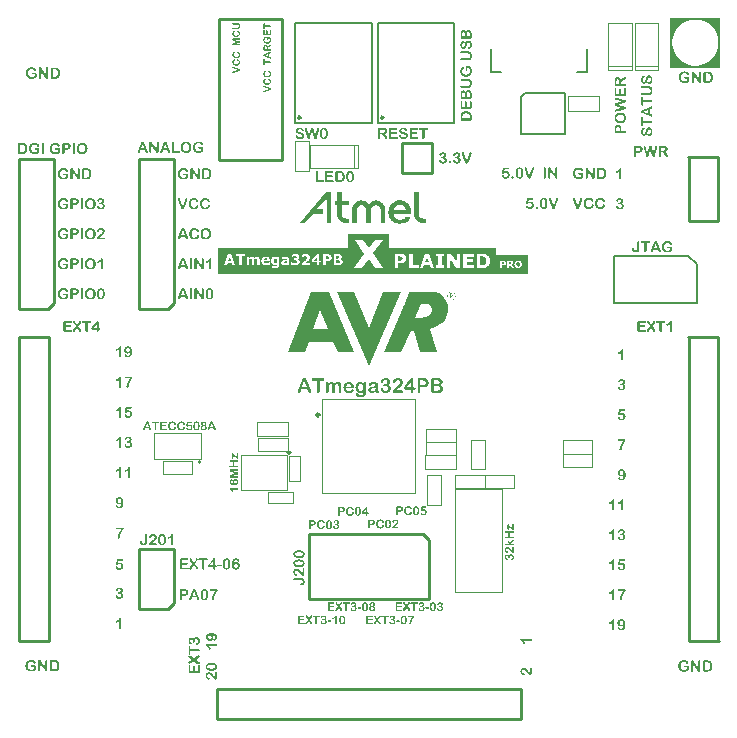
<source format=gto>
G04 Layer_Color=65535*
%FSLAX43Y43*%
%MOMM*%
G71*
G01*
G75*
%ADD37C,0.200*%
%ADD40C,0.254*%
%ADD75C,0.250*%
%ADD76C,0.150*%
%ADD77C,0.050*%
%ADD78C,0.100*%
G36*
X-30312Y-49729D02*
X-30299Y-49730D01*
X-30284Y-49732D01*
X-30269Y-49735D01*
X-30252Y-49739D01*
X-30236Y-49745D01*
X-30235D01*
X-30234Y-49746D01*
X-30229Y-49748D01*
X-30221Y-49752D01*
X-30210Y-49758D01*
X-30199Y-49765D01*
X-30186Y-49773D01*
X-30173Y-49783D01*
X-30161Y-49795D01*
X-30160Y-49796D01*
X-30156Y-49801D01*
X-30150Y-49808D01*
X-30142Y-49817D01*
X-30134Y-49829D01*
X-30125Y-49843D01*
X-30116Y-49859D01*
X-30107Y-49876D01*
Y-49877D01*
X-30105Y-49880D01*
X-30103Y-49885D01*
X-30101Y-49891D01*
X-30098Y-49900D01*
X-30095Y-49911D01*
X-30091Y-49923D01*
X-30087Y-49937D01*
X-30084Y-49953D01*
X-30080Y-49971D01*
X-30077Y-49990D01*
X-30074Y-50011D01*
X-30072Y-50034D01*
X-30070Y-50059D01*
X-30068Y-50085D01*
Y-50113D01*
Y-50114D01*
Y-50117D01*
Y-50121D01*
Y-50127D01*
Y-50134D01*
X-30069Y-50142D01*
Y-50152D01*
Y-50162D01*
X-30071Y-50184D01*
X-30073Y-50207D01*
X-30075Y-50232D01*
X-30079Y-50255D01*
Y-50256D01*
Y-50258D01*
X-30080Y-50261D01*
X-30081Y-50265D01*
X-30084Y-50276D01*
X-30087Y-50291D01*
X-30092Y-50307D01*
X-30099Y-50325D01*
X-30107Y-50344D01*
X-30116Y-50363D01*
Y-50364D01*
X-30118Y-50366D01*
X-30120Y-50369D01*
X-30122Y-50373D01*
X-30130Y-50384D01*
X-30140Y-50397D01*
X-30153Y-50412D01*
X-30169Y-50427D01*
X-30186Y-50442D01*
X-30206Y-50455D01*
X-30207D01*
X-30208Y-50456D01*
X-30211Y-50458D01*
X-30215Y-50460D01*
X-30221Y-50462D01*
X-30227Y-50465D01*
X-30241Y-50471D01*
X-30259Y-50477D01*
X-30280Y-50482D01*
X-30303Y-50486D01*
X-30327Y-50487D01*
X-30334D01*
X-30340Y-50486D01*
X-30346D01*
X-30354Y-50485D01*
X-30373Y-50482D01*
X-30393Y-50476D01*
X-30416Y-50469D01*
X-30440Y-50458D01*
X-30451Y-50452D01*
X-30463Y-50444D01*
X-30464Y-50443D01*
X-30466Y-50442D01*
X-30469Y-50439D01*
X-30473Y-50436D01*
X-30484Y-50426D01*
X-30497Y-50412D01*
X-30512Y-50395D01*
X-30528Y-50374D01*
X-30542Y-50350D01*
X-30555Y-50323D01*
X-30556Y-50321D01*
X-30558Y-50316D01*
X-30560Y-50307D01*
X-30564Y-50296D01*
X-30568Y-50282D01*
X-30571Y-50266D01*
X-30575Y-50249D01*
X-30578Y-50230D01*
Y-50229D01*
Y-50228D01*
X-30579Y-50225D01*
Y-50221D01*
X-30580Y-50211D01*
X-30581Y-50197D01*
X-30583Y-50182D01*
X-30584Y-50163D01*
X-30585Y-50143D01*
Y-50121D01*
Y-50120D01*
Y-50118D01*
Y-50114D01*
Y-50108D01*
Y-50101D01*
Y-50094D01*
X-30584Y-50075D01*
X-30583Y-50054D01*
X-30582Y-50031D01*
X-30580Y-50007D01*
X-30577Y-49984D01*
Y-49983D01*
Y-49981D01*
X-30576Y-49978D01*
X-30575Y-49974D01*
X-30574Y-49962D01*
X-30571Y-49947D01*
X-30567Y-49931D01*
X-30563Y-49913D01*
X-30558Y-49895D01*
X-30552Y-49878D01*
Y-49877D01*
X-30551Y-49875D01*
X-30549Y-49871D01*
X-30546Y-49866D01*
X-30543Y-49860D01*
X-30539Y-49853D01*
X-30530Y-49837D01*
X-30518Y-49819D01*
X-30503Y-49800D01*
X-30485Y-49783D01*
X-30465Y-49767D01*
X-30464D01*
X-30462Y-49765D01*
X-30459Y-49763D01*
X-30455Y-49761D01*
X-30449Y-49758D01*
X-30443Y-49755D01*
X-30435Y-49751D01*
X-30427Y-49747D01*
X-30407Y-49740D01*
X-30385Y-49734D01*
X-30359Y-49730D01*
X-30331Y-49728D01*
X-30322D01*
X-30312Y-49729D01*
D02*
G37*
G36*
X-31665Y-49735D02*
X-31656Y-49736D01*
X-31647Y-49738D01*
X-31637Y-49742D01*
X-31628Y-49746D01*
X-31620Y-49752D01*
X-31619Y-49753D01*
X-31617Y-49755D01*
X-31614Y-49759D01*
X-31610Y-49764D01*
X-31607Y-49770D01*
X-31604Y-49778D01*
X-31602Y-49787D01*
X-31601Y-49797D01*
Y-49798D01*
Y-49802D01*
X-31602Y-49807D01*
X-31603Y-49813D01*
X-31606Y-49820D01*
X-31609Y-49828D01*
X-31614Y-49835D01*
X-31621Y-49842D01*
X-31622Y-49843D01*
X-31625Y-49844D01*
X-31629Y-49847D01*
X-31635Y-49850D01*
X-31643Y-49853D01*
X-31653Y-49855D01*
X-31665Y-49857D01*
X-31678Y-49858D01*
X-31842D01*
Y-50397D01*
Y-50399D01*
Y-50405D01*
X-31843Y-50413D01*
X-31845Y-50423D01*
X-31847Y-50434D01*
X-31851Y-50445D01*
X-31856Y-50456D01*
X-31863Y-50466D01*
X-31864Y-50467D01*
X-31867Y-50469D01*
X-31871Y-50473D01*
X-31878Y-50477D01*
X-31885Y-50481D01*
X-31895Y-50485D01*
X-31905Y-50487D01*
X-31917Y-50488D01*
X-31922D01*
X-31929Y-50487D01*
X-31936Y-50485D01*
X-31945Y-50483D01*
X-31954Y-50479D01*
X-31963Y-50473D01*
X-31971Y-50466D01*
X-31972Y-50465D01*
X-31974Y-50462D01*
X-31978Y-50456D01*
X-31981Y-50449D01*
X-31985Y-50439D01*
X-31989Y-50427D01*
X-31991Y-50413D01*
X-31992Y-50397D01*
Y-49858D01*
X-32162D01*
X-32169Y-49857D01*
X-32177Y-49856D01*
X-32187Y-49854D01*
X-32196Y-49851D01*
X-32205Y-49847D01*
X-32213Y-49842D01*
X-32214Y-49841D01*
X-32216Y-49839D01*
X-32219Y-49835D01*
X-32222Y-49830D01*
X-32226Y-49824D01*
X-32229Y-49816D01*
X-32231Y-49807D01*
X-32232Y-49797D01*
Y-49796D01*
Y-49792D01*
X-32231Y-49787D01*
X-32230Y-49780D01*
X-32227Y-49773D01*
X-32224Y-49765D01*
X-32219Y-49758D01*
X-32213Y-49751D01*
X-32212Y-49750D01*
X-32209Y-49748D01*
X-32205Y-49746D01*
X-32198Y-49742D01*
X-32190Y-49739D01*
X-32180Y-49737D01*
X-32169Y-49735D01*
X-32156Y-49734D01*
X-31672D01*
X-31665Y-49735D01*
D02*
G37*
G36*
X-29697Y-49729D02*
X-29682Y-49730D01*
X-29666Y-49732D01*
X-29648Y-49735D01*
X-29630Y-49739D01*
X-29613Y-49744D01*
X-29612D01*
X-29611Y-49745D01*
X-29605Y-49747D01*
X-29597Y-49751D01*
X-29586Y-49755D01*
X-29574Y-49762D01*
X-29561Y-49769D01*
X-29549Y-49778D01*
X-29537Y-49788D01*
X-29536Y-49789D01*
X-29532Y-49793D01*
X-29526Y-49798D01*
X-29520Y-49806D01*
X-29512Y-49815D01*
X-29504Y-49826D01*
X-29497Y-49837D01*
X-29491Y-49850D01*
X-29490Y-49852D01*
X-29489Y-49856D01*
X-29486Y-49863D01*
X-29483Y-49872D01*
X-29481Y-49883D01*
X-29478Y-49896D01*
X-29477Y-49910D01*
X-29476Y-49924D01*
Y-49925D01*
Y-49926D01*
Y-49932D01*
X-29477Y-49942D01*
X-29479Y-49953D01*
X-29482Y-49967D01*
X-29487Y-49982D01*
X-29493Y-49997D01*
X-29502Y-50012D01*
X-29503Y-50014D01*
X-29507Y-50018D01*
X-29513Y-50026D01*
X-29521Y-50035D01*
X-29532Y-50045D01*
X-29545Y-50055D01*
X-29560Y-50066D01*
X-29578Y-50076D01*
X-29577D01*
X-29576Y-50077D01*
X-29571Y-50079D01*
X-29563Y-50083D01*
X-29553Y-50088D01*
X-29542Y-50094D01*
X-29530Y-50102D01*
X-29518Y-50110D01*
X-29507Y-50120D01*
X-29506Y-50121D01*
X-29502Y-50125D01*
X-29497Y-50130D01*
X-29491Y-50138D01*
X-29484Y-50147D01*
X-29477Y-50158D01*
X-29470Y-50170D01*
X-29464Y-50183D01*
X-29463Y-50185D01*
X-29462Y-50189D01*
X-29459Y-50196D01*
X-29456Y-50205D01*
X-29454Y-50217D01*
X-29451Y-50230D01*
X-29450Y-50245D01*
X-29449Y-50261D01*
Y-50262D01*
Y-50264D01*
Y-50267D01*
Y-50272D01*
X-29450Y-50277D01*
X-29451Y-50284D01*
X-29453Y-50299D01*
X-29457Y-50317D01*
X-29462Y-50337D01*
X-29470Y-50357D01*
X-29480Y-50377D01*
Y-50378D01*
X-29481Y-50379D01*
X-29486Y-50386D01*
X-29493Y-50395D01*
X-29503Y-50407D01*
X-29516Y-50420D01*
X-29531Y-50433D01*
X-29550Y-50446D01*
X-29571Y-50458D01*
X-29572D01*
X-29574Y-50459D01*
X-29577Y-50461D01*
X-29582Y-50462D01*
X-29587Y-50465D01*
X-29594Y-50467D01*
X-29602Y-50470D01*
X-29611Y-50472D01*
X-29632Y-50478D01*
X-29656Y-50482D01*
X-29683Y-50486D01*
X-29712Y-50487D01*
X-29726D01*
X-29733Y-50486D01*
X-29742Y-50485D01*
X-29751D01*
X-29761Y-50483D01*
X-29784Y-50480D01*
X-29808Y-50475D01*
X-29833Y-50468D01*
X-29855Y-50458D01*
X-29856D01*
X-29858Y-50457D01*
X-29861Y-50455D01*
X-29865Y-50453D01*
X-29876Y-50446D01*
X-29889Y-50437D01*
X-29903Y-50426D01*
X-29918Y-50412D01*
X-29932Y-50396D01*
X-29945Y-50378D01*
Y-50377D01*
X-29946Y-50376D01*
X-29948Y-50373D01*
X-29950Y-50369D01*
X-29954Y-50358D01*
X-29960Y-50344D01*
X-29965Y-50327D01*
X-29970Y-50307D01*
X-29974Y-50285D01*
X-29975Y-50262D01*
Y-50260D01*
Y-50256D01*
X-29974Y-50249D01*
X-29973Y-50240D01*
X-29971Y-50229D01*
X-29968Y-50216D01*
X-29964Y-50202D01*
X-29959Y-50189D01*
X-29952Y-50173D01*
X-29944Y-50158D01*
X-29933Y-50142D01*
X-29921Y-50127D01*
X-29906Y-50112D01*
X-29889Y-50099D01*
X-29869Y-50086D01*
X-29847Y-50076D01*
X-29848Y-50075D01*
X-29851Y-50074D01*
X-29857Y-50071D01*
X-29863Y-50067D01*
X-29871Y-50061D01*
X-29880Y-50055D01*
X-29889Y-50047D01*
X-29899Y-50038D01*
X-29909Y-50028D01*
X-29918Y-50017D01*
X-29927Y-50004D01*
X-29935Y-49990D01*
X-29941Y-49975D01*
X-29946Y-49959D01*
X-29950Y-49941D01*
X-29951Y-49922D01*
Y-49921D01*
Y-49920D01*
Y-49917D01*
Y-49913D01*
X-29949Y-49904D01*
X-29947Y-49891D01*
X-29944Y-49877D01*
X-29939Y-49861D01*
X-29932Y-49844D01*
X-29923Y-49827D01*
Y-49826D01*
X-29922Y-49825D01*
X-29918Y-49820D01*
X-29911Y-49811D01*
X-29902Y-49801D01*
X-29891Y-49790D01*
X-29877Y-49778D01*
X-29861Y-49766D01*
X-29842Y-49755D01*
X-29841D01*
X-29840Y-49754D01*
X-29837Y-49752D01*
X-29833Y-49751D01*
X-29827Y-49749D01*
X-29822Y-49746D01*
X-29807Y-49741D01*
X-29789Y-49737D01*
X-29768Y-49732D01*
X-29744Y-49729D01*
X-29718Y-49728D01*
X-29708D01*
X-29697Y-49729D01*
D02*
G37*
G36*
X-31264Y-49731D02*
X-31252Y-49732D01*
X-31239Y-49733D01*
X-31224Y-49736D01*
X-31208Y-49739D01*
X-31193Y-49744D01*
X-31191Y-49745D01*
X-31186Y-49746D01*
X-31178Y-49749D01*
X-31169Y-49754D01*
X-31158Y-49759D01*
X-31146Y-49766D01*
X-31134Y-49774D01*
X-31122Y-49783D01*
X-31121Y-49784D01*
X-31117Y-49787D01*
X-31112Y-49793D01*
X-31105Y-49800D01*
X-31098Y-49808D01*
X-31090Y-49818D01*
X-31083Y-49830D01*
X-31077Y-49842D01*
X-31076Y-49843D01*
X-31075Y-49848D01*
X-31072Y-49854D01*
X-31069Y-49863D01*
X-31067Y-49874D01*
X-31064Y-49886D01*
X-31063Y-49899D01*
X-31062Y-49913D01*
Y-49914D01*
Y-49915D01*
Y-49918D01*
Y-49922D01*
X-31063Y-49931D01*
X-31065Y-49943D01*
X-31067Y-49957D01*
X-31071Y-49972D01*
X-31077Y-49987D01*
X-31084Y-50001D01*
X-31085Y-50003D01*
X-31088Y-50007D01*
X-31093Y-50014D01*
X-31100Y-50023D01*
X-31109Y-50034D01*
X-31120Y-50046D01*
X-31132Y-50058D01*
X-31147Y-50071D01*
X-31145Y-50072D01*
X-31140Y-50075D01*
X-31133Y-50079D01*
X-31124Y-50085D01*
X-31113Y-50092D01*
X-31102Y-50100D01*
X-31091Y-50110D01*
X-31080Y-50120D01*
X-31079Y-50121D01*
X-31076Y-50125D01*
X-31071Y-50130D01*
X-31065Y-50138D01*
X-31058Y-50146D01*
X-31051Y-50157D01*
X-31045Y-50168D01*
X-31039Y-50180D01*
X-31038Y-50181D01*
X-31037Y-50186D01*
X-31035Y-50192D01*
X-31032Y-50200D01*
X-31029Y-50211D01*
X-31027Y-50223D01*
X-31026Y-50237D01*
X-31025Y-50251D01*
Y-50253D01*
Y-50259D01*
X-31026Y-50268D01*
X-31027Y-50279D01*
X-31030Y-50293D01*
X-31033Y-50308D01*
X-31038Y-50324D01*
X-31044Y-50340D01*
X-31045Y-50342D01*
X-31047Y-50347D01*
X-31052Y-50355D01*
X-31058Y-50366D01*
X-31066Y-50378D01*
X-31075Y-50391D01*
X-31086Y-50404D01*
X-31099Y-50417D01*
X-31101Y-50418D01*
X-31105Y-50423D01*
X-31113Y-50429D01*
X-31123Y-50436D01*
X-31136Y-50445D01*
X-31150Y-50454D01*
X-31166Y-50462D01*
X-31184Y-50470D01*
X-31185D01*
X-31186Y-50471D01*
X-31189Y-50472D01*
X-31193Y-50473D01*
X-31203Y-50476D01*
X-31216Y-50479D01*
X-31232Y-50482D01*
X-31251Y-50485D01*
X-31271Y-50487D01*
X-31293Y-50488D01*
X-31303D01*
X-31315Y-50487D01*
X-31329Y-50485D01*
X-31346Y-50483D01*
X-31365Y-50479D01*
X-31384Y-50474D01*
X-31402Y-50467D01*
X-31403D01*
X-31404Y-50466D01*
X-31410Y-50463D01*
X-31419Y-50458D01*
X-31430Y-50452D01*
X-31442Y-50444D01*
X-31456Y-50435D01*
X-31469Y-50424D01*
X-31481Y-50413D01*
X-31482Y-50411D01*
X-31486Y-50407D01*
X-31492Y-50401D01*
X-31498Y-50392D01*
X-31506Y-50382D01*
X-31514Y-50370D01*
X-31520Y-50358D01*
X-31527Y-50345D01*
X-31528Y-50343D01*
X-31529Y-50339D01*
X-31532Y-50333D01*
X-31535Y-50325D01*
X-31538Y-50315D01*
X-31540Y-50306D01*
X-31542Y-50296D01*
X-31543Y-50287D01*
Y-50286D01*
Y-50282D01*
X-31542Y-50277D01*
X-31541Y-50270D01*
X-31538Y-50263D01*
X-31535Y-50255D01*
X-31530Y-50247D01*
X-31524Y-50240D01*
X-31523Y-50239D01*
X-31521Y-50237D01*
X-31516Y-50234D01*
X-31511Y-50231D01*
X-31505Y-50228D01*
X-31497Y-50225D01*
X-31488Y-50223D01*
X-31478Y-50222D01*
X-31476D01*
X-31469Y-50223D01*
X-31461Y-50225D01*
X-31451Y-50230D01*
X-31450D01*
X-31449Y-50231D01*
X-31443Y-50235D01*
X-31437Y-50242D01*
X-31433Y-50250D01*
Y-50251D01*
X-31432Y-50253D01*
X-31430Y-50257D01*
X-31428Y-50261D01*
X-31426Y-50267D01*
X-31423Y-50274D01*
X-31416Y-50289D01*
X-31408Y-50306D01*
X-31398Y-50323D01*
X-31388Y-50340D01*
X-31377Y-50354D01*
X-31376Y-50355D01*
X-31371Y-50359D01*
X-31365Y-50365D01*
X-31355Y-50371D01*
X-31343Y-50377D01*
X-31328Y-50383D01*
X-31311Y-50387D01*
X-31292Y-50388D01*
X-31287D01*
X-31281Y-50387D01*
X-31273Y-50386D01*
X-31264Y-50384D01*
X-31254Y-50382D01*
X-31243Y-50378D01*
X-31232Y-50373D01*
X-31231Y-50372D01*
X-31227Y-50370D01*
X-31221Y-50367D01*
X-31215Y-50362D01*
X-31207Y-50355D01*
X-31199Y-50348D01*
X-31191Y-50339D01*
X-31183Y-50328D01*
X-31182Y-50327D01*
X-31180Y-50322D01*
X-31177Y-50316D01*
X-31173Y-50307D01*
X-31170Y-50297D01*
X-31167Y-50285D01*
X-31165Y-50272D01*
X-31164Y-50257D01*
Y-50256D01*
Y-50254D01*
Y-50251D01*
Y-50247D01*
X-31166Y-50237D01*
X-31168Y-50223D01*
X-31172Y-50208D01*
X-31178Y-50194D01*
X-31186Y-50179D01*
X-31197Y-50165D01*
X-31198Y-50164D01*
X-31203Y-50160D01*
X-31210Y-50154D01*
X-31220Y-50148D01*
X-31233Y-50142D01*
X-31248Y-50136D01*
X-31266Y-50132D01*
X-31287Y-50131D01*
X-31295D01*
X-31299Y-50132D01*
X-31305D01*
X-31311Y-50133D01*
X-31319Y-50134D01*
X-31322D01*
X-31326Y-50135D01*
X-31330D01*
X-31339Y-50136D01*
X-31351D01*
X-31356Y-50135D01*
X-31362Y-50134D01*
X-31376Y-50130D01*
X-31383Y-50127D01*
X-31389Y-50122D01*
X-31390Y-50121D01*
X-31391Y-50119D01*
X-31394Y-50116D01*
X-31396Y-50112D01*
X-31399Y-50106D01*
X-31402Y-50100D01*
X-31403Y-50092D01*
X-31404Y-50083D01*
Y-50082D01*
Y-50079D01*
X-31403Y-50074D01*
X-31402Y-50069D01*
X-31400Y-50062D01*
X-31396Y-50056D01*
X-31392Y-50049D01*
X-31386Y-50043D01*
X-31385Y-50042D01*
X-31383Y-50041D01*
X-31378Y-50038D01*
X-31372Y-50035D01*
X-31365Y-50033D01*
X-31356Y-50030D01*
X-31345Y-50029D01*
X-31332Y-50028D01*
X-31303D01*
X-31294Y-50027D01*
X-31283Y-50025D01*
X-31271Y-50021D01*
X-31257Y-50017D01*
X-31244Y-50010D01*
X-31231Y-50001D01*
X-31230Y-50000D01*
X-31226Y-49996D01*
X-31220Y-49990D01*
X-31214Y-49981D01*
X-31208Y-49970D01*
X-31202Y-49957D01*
X-31198Y-49941D01*
X-31197Y-49923D01*
Y-49921D01*
Y-49916D01*
X-31198Y-49909D01*
X-31200Y-49900D01*
X-31204Y-49889D01*
X-31208Y-49878D01*
X-31215Y-49867D01*
X-31224Y-49856D01*
X-31225Y-49855D01*
X-31229Y-49851D01*
X-31235Y-49847D01*
X-31243Y-49841D01*
X-31253Y-49836D01*
X-31266Y-49831D01*
X-31280Y-49828D01*
X-31296Y-49827D01*
X-31307D01*
X-31314Y-49828D01*
X-31331Y-49831D01*
X-31339Y-49833D01*
X-31347Y-49836D01*
X-31348D01*
X-31350Y-49838D01*
X-31354Y-49840D01*
X-31358Y-49842D01*
X-31369Y-49849D01*
X-31379Y-49859D01*
Y-49860D01*
X-31381Y-49862D01*
X-31383Y-49865D01*
X-31386Y-49869D01*
X-31389Y-49874D01*
X-31393Y-49880D01*
X-31401Y-49896D01*
Y-49897D01*
X-31403Y-49900D01*
X-31405Y-49904D01*
X-31407Y-49909D01*
X-31413Y-49923D01*
X-31420Y-49937D01*
X-31421Y-49939D01*
X-31424Y-49943D01*
X-31430Y-49949D01*
X-31438Y-49954D01*
X-31439D01*
X-31440Y-49955D01*
X-31443Y-49956D01*
X-31447Y-49957D01*
X-31456Y-49959D01*
X-31468Y-49960D01*
X-31472D01*
X-31476Y-49959D01*
X-31481Y-49958D01*
X-31486Y-49956D01*
X-31493Y-49953D01*
X-31499Y-49949D01*
X-31506Y-49944D01*
X-31507Y-49943D01*
X-31508Y-49941D01*
X-31510Y-49937D01*
X-31514Y-49932D01*
X-31516Y-49926D01*
X-31518Y-49918D01*
X-31520Y-49910D01*
X-31521Y-49900D01*
Y-49899D01*
Y-49895D01*
X-31520Y-49890D01*
X-31519Y-49883D01*
X-31517Y-49874D01*
X-31515Y-49865D01*
X-31511Y-49855D01*
X-31507Y-49844D01*
X-31506Y-49843D01*
X-31504Y-49839D01*
X-31500Y-49833D01*
X-31495Y-49826D01*
X-31488Y-49818D01*
X-31480Y-49809D01*
X-31471Y-49799D01*
X-31460Y-49789D01*
X-31459Y-49788D01*
X-31454Y-49784D01*
X-31448Y-49780D01*
X-31439Y-49773D01*
X-31428Y-49767D01*
X-31415Y-49759D01*
X-31400Y-49752D01*
X-31384Y-49746D01*
X-31383D01*
X-31382Y-49745D01*
X-31376Y-49743D01*
X-31366Y-49741D01*
X-31354Y-49738D01*
X-31339Y-49735D01*
X-31322Y-49732D01*
X-31302Y-49731D01*
X-31282Y-49730D01*
X-31274D01*
X-31264Y-49731D01*
D02*
G37*
G36*
X-32976Y-49735D02*
X-32968Y-49736D01*
X-32959Y-49738D01*
X-32950Y-49741D01*
X-32942Y-49745D01*
X-32935Y-49750D01*
X-32934Y-49751D01*
X-32932Y-49753D01*
X-32929Y-49756D01*
X-32926Y-49761D01*
X-32923Y-49767D01*
X-32920Y-49774D01*
X-32918Y-49783D01*
X-32917Y-49792D01*
Y-49793D01*
Y-49796D01*
X-32918Y-49801D01*
X-32919Y-49807D01*
X-32921Y-49814D01*
X-32925Y-49821D01*
X-32929Y-49829D01*
X-32935Y-49835D01*
X-32936Y-49836D01*
X-32938Y-49837D01*
X-32942Y-49840D01*
X-32948Y-49842D01*
X-32955Y-49845D01*
X-32964Y-49848D01*
X-32975Y-49849D01*
X-32988Y-49850D01*
X-33325D01*
Y-50032D01*
X-33009D01*
X-33003Y-50033D01*
X-32995Y-50034D01*
X-32987Y-50036D01*
X-32978Y-50039D01*
X-32970Y-50043D01*
X-32963Y-50048D01*
X-32962Y-50049D01*
X-32960Y-50051D01*
X-32958Y-50054D01*
X-32954Y-50059D01*
X-32951Y-50064D01*
X-32949Y-50071D01*
X-32947Y-50079D01*
X-32946Y-50088D01*
Y-50089D01*
Y-50092D01*
X-32947Y-50097D01*
X-32948Y-50103D01*
X-32950Y-50110D01*
X-32953Y-50117D01*
X-32957Y-50124D01*
X-32963Y-50130D01*
X-32964Y-50131D01*
X-32966Y-50132D01*
X-32970Y-50135D01*
X-32976Y-50137D01*
X-32983Y-50140D01*
X-32992Y-50143D01*
X-33003Y-50144D01*
X-33015Y-50145D01*
X-33325D01*
Y-50356D01*
X-32970D01*
X-32964Y-50357D01*
X-32956Y-50358D01*
X-32948Y-50360D01*
X-32939Y-50363D01*
X-32930Y-50367D01*
X-32923Y-50373D01*
X-32922Y-50374D01*
X-32920Y-50376D01*
X-32917Y-50379D01*
X-32914Y-50384D01*
X-32911Y-50390D01*
X-32908Y-50398D01*
X-32906Y-50406D01*
X-32905Y-50416D01*
Y-50417D01*
Y-50420D01*
X-32906Y-50425D01*
X-32907Y-50431D01*
X-32909Y-50438D01*
X-32913Y-50445D01*
X-32917Y-50453D01*
X-32923Y-50459D01*
X-32924Y-50460D01*
X-32926Y-50461D01*
X-32931Y-50464D01*
X-32936Y-50467D01*
X-32944Y-50470D01*
X-32953Y-50472D01*
X-32964Y-50474D01*
X-32976Y-50475D01*
X-33392D01*
X-33401Y-50474D01*
X-33411Y-50472D01*
X-33423Y-50470D01*
X-33434Y-50466D01*
X-33445Y-50461D01*
X-33454Y-50454D01*
X-33455Y-50453D01*
X-33457Y-50450D01*
X-33461Y-50444D01*
X-33464Y-50437D01*
X-33468Y-50427D01*
X-33472Y-50415D01*
X-33474Y-50400D01*
X-33475Y-50383D01*
Y-49827D01*
Y-49826D01*
Y-49821D01*
X-33474Y-49815D01*
Y-49808D01*
X-33471Y-49791D01*
X-33469Y-49782D01*
X-33466Y-49774D01*
X-33465Y-49773D01*
X-33464Y-49771D01*
X-33462Y-49767D01*
X-33458Y-49762D01*
X-33449Y-49752D01*
X-33443Y-49748D01*
X-33436Y-49744D01*
X-33435D01*
X-33432Y-49742D01*
X-33428Y-49741D01*
X-33422Y-49739D01*
X-33414Y-49737D01*
X-33405Y-49736D01*
X-33395Y-49734D01*
X-32982D01*
X-32976Y-49735D01*
D02*
G37*
G36*
X-29053Y-50847D02*
X-29047Y-50848D01*
X-29039Y-50850D01*
X-29032Y-50853D01*
X-29024Y-50857D01*
X-29017Y-50863D01*
X-29016Y-50864D01*
X-29014Y-50866D01*
X-29011Y-50870D01*
X-29008Y-50874D01*
X-29005Y-50880D01*
X-29002Y-50887D01*
X-29000Y-50895D01*
X-28999Y-50904D01*
Y-50906D01*
X-29000Y-50910D01*
X-29001Y-50918D01*
X-29004Y-50928D01*
X-29008Y-50941D01*
X-29015Y-50957D01*
X-29025Y-50975D01*
X-29038Y-50996D01*
X-29185Y-51215D01*
X-29027Y-51457D01*
X-29026Y-51458D01*
X-29024Y-51462D01*
X-29020Y-51468D01*
X-29015Y-51475D01*
X-29005Y-51492D01*
X-29000Y-51501D01*
X-28996Y-51509D01*
Y-51510D01*
X-28994Y-51513D01*
X-28993Y-51517D01*
X-28991Y-51522D01*
X-28988Y-51535D01*
X-28986Y-51549D01*
Y-51550D01*
Y-51552D01*
Y-51555D01*
X-28987Y-51560D01*
X-28990Y-51570D01*
X-28995Y-51582D01*
Y-51583D01*
X-28997Y-51584D01*
X-29001Y-51590D01*
X-29009Y-51597D01*
X-29020Y-51604D01*
X-29021D01*
X-29023Y-51605D01*
X-29026Y-51607D01*
X-29030Y-51608D01*
X-29041Y-51612D01*
X-29055Y-51613D01*
X-29058D01*
X-29062Y-51612D01*
X-29067D01*
X-29079Y-51609D01*
X-29091Y-51604D01*
X-29092D01*
X-29093Y-51603D01*
X-29100Y-51598D01*
X-29107Y-51592D01*
X-29115Y-51583D01*
Y-51582D01*
X-29117Y-51580D01*
X-29119Y-51577D01*
X-29123Y-51571D01*
X-29127Y-51564D01*
X-29133Y-51555D01*
X-29140Y-51544D01*
X-29149Y-51531D01*
X-29279Y-51325D01*
X-29417Y-51537D01*
X-29418Y-51538D01*
X-29420Y-51541D01*
X-29422Y-51546D01*
X-29426Y-51551D01*
X-29433Y-51563D01*
X-29437Y-51569D01*
X-29440Y-51573D01*
X-29441Y-51575D01*
X-29445Y-51579D01*
X-29450Y-51585D01*
X-29457Y-51592D01*
X-29459Y-51593D01*
X-29463Y-51597D01*
X-29470Y-51602D01*
X-29479Y-51607D01*
X-29480D01*
X-29481Y-51608D01*
X-29484Y-51609D01*
X-29488Y-51610D01*
X-29498Y-51612D01*
X-29510Y-51613D01*
X-29515D01*
X-29520Y-51612D01*
X-29526Y-51611D01*
X-29534Y-51609D01*
X-29541Y-51606D01*
X-29549Y-51602D01*
X-29556Y-51597D01*
X-29557Y-51596D01*
X-29559Y-51594D01*
X-29561Y-51590D01*
X-29564Y-51584D01*
X-29568Y-51578D01*
X-29570Y-51569D01*
X-29572Y-51559D01*
X-29573Y-51548D01*
Y-51546D01*
X-29572Y-51541D01*
X-29571Y-51533D01*
X-29568Y-51523D01*
X-29564Y-51509D01*
X-29558Y-51494D01*
X-29549Y-51476D01*
X-29537Y-51457D01*
X-29370Y-51215D01*
X-29510Y-50999D01*
X-29511Y-50998D01*
X-29513Y-50994D01*
X-29517Y-50988D01*
X-29521Y-50981D01*
X-29526Y-50972D01*
X-29531Y-50964D01*
X-29540Y-50946D01*
Y-50945D01*
X-29542Y-50942D01*
X-29543Y-50938D01*
X-29545Y-50932D01*
X-29548Y-50918D01*
X-29550Y-50902D01*
Y-50901D01*
Y-50898D01*
X-29549Y-50894D01*
X-29548Y-50889D01*
X-29545Y-50883D01*
X-29542Y-50876D01*
X-29537Y-50870D01*
X-29531Y-50863D01*
X-29530Y-50862D01*
X-29528Y-50860D01*
X-29523Y-50858D01*
X-29518Y-50854D01*
X-29511Y-50851D01*
X-29503Y-50849D01*
X-29494Y-50847D01*
X-29484Y-50846D01*
X-29479D01*
X-29473Y-50847D01*
X-29466Y-50848D01*
X-29459Y-50851D01*
X-29451Y-50854D01*
X-29443Y-50859D01*
X-29436Y-50865D01*
X-29435Y-50866D01*
X-29433Y-50869D01*
X-29429Y-50874D01*
X-29423Y-50881D01*
X-29416Y-50890D01*
X-29408Y-50902D01*
X-29398Y-50917D01*
X-29387Y-50934D01*
X-29277Y-51114D01*
X-29158Y-50934D01*
X-29157Y-50933D01*
X-29155Y-50930D01*
X-29153Y-50926D01*
X-29149Y-50920D01*
X-29141Y-50908D01*
X-29133Y-50895D01*
X-29132Y-50894D01*
X-29131Y-50892D01*
X-29129Y-50889D01*
X-29126Y-50885D01*
X-29120Y-50876D01*
X-29113Y-50868D01*
Y-50867D01*
X-29111Y-50866D01*
X-29106Y-50862D01*
X-29099Y-50857D01*
X-29091Y-50852D01*
X-29090D01*
X-29089Y-50851D01*
X-29083Y-50849D01*
X-29074Y-50847D01*
X-29063Y-50846D01*
X-29058D01*
X-29053Y-50847D01*
D02*
G37*
G36*
X-27037Y-50854D02*
X-27024Y-50855D01*
X-27009Y-50857D01*
X-26994Y-50860D01*
X-26977Y-50864D01*
X-26961Y-50870D01*
X-26960D01*
X-26959Y-50871D01*
X-26954Y-50873D01*
X-26946Y-50877D01*
X-26935Y-50883D01*
X-26924Y-50890D01*
X-26911Y-50898D01*
X-26898Y-50908D01*
X-26886Y-50920D01*
X-26885Y-50921D01*
X-26881Y-50926D01*
X-26875Y-50933D01*
X-26867Y-50942D01*
X-26859Y-50954D01*
X-26850Y-50968D01*
X-26841Y-50984D01*
X-26832Y-51001D01*
Y-51002D01*
X-26830Y-51005D01*
X-26828Y-51010D01*
X-26826Y-51016D01*
X-26823Y-51025D01*
X-26820Y-51036D01*
X-26816Y-51048D01*
X-26812Y-51062D01*
X-26809Y-51078D01*
X-26805Y-51096D01*
X-26802Y-51115D01*
X-26799Y-51136D01*
X-26797Y-51159D01*
X-26795Y-51184D01*
X-26793Y-51210D01*
Y-51238D01*
Y-51239D01*
Y-51242D01*
Y-51246D01*
Y-51252D01*
Y-51259D01*
X-26794Y-51267D01*
Y-51277D01*
Y-51287D01*
X-26796Y-51309D01*
X-26798Y-51332D01*
X-26800Y-51357D01*
X-26804Y-51380D01*
Y-51381D01*
Y-51383D01*
X-26805Y-51386D01*
X-26806Y-51390D01*
X-26809Y-51401D01*
X-26812Y-51416D01*
X-26817Y-51432D01*
X-26824Y-51450D01*
X-26832Y-51469D01*
X-26841Y-51488D01*
Y-51489D01*
X-26843Y-51491D01*
X-26845Y-51494D01*
X-26847Y-51498D01*
X-26855Y-51509D01*
X-26865Y-51522D01*
X-26878Y-51537D01*
X-26894Y-51552D01*
X-26911Y-51567D01*
X-26931Y-51580D01*
X-26932D01*
X-26933Y-51581D01*
X-26936Y-51583D01*
X-26940Y-51585D01*
X-26946Y-51587D01*
X-26952Y-51590D01*
X-26966Y-51596D01*
X-26984Y-51602D01*
X-27005Y-51607D01*
X-27028Y-51611D01*
X-27052Y-51612D01*
X-27059D01*
X-27065Y-51611D01*
X-27071D01*
X-27079Y-51610D01*
X-27098Y-51607D01*
X-27118Y-51601D01*
X-27141Y-51594D01*
X-27165Y-51583D01*
X-27176Y-51577D01*
X-27188Y-51569D01*
X-27189Y-51568D01*
X-27191Y-51567D01*
X-27194Y-51564D01*
X-27198Y-51561D01*
X-27209Y-51551D01*
X-27222Y-51537D01*
X-27237Y-51520D01*
X-27253Y-51499D01*
X-27267Y-51475D01*
X-27280Y-51448D01*
X-27281Y-51446D01*
X-27283Y-51441D01*
X-27285Y-51432D01*
X-27289Y-51421D01*
X-27293Y-51407D01*
X-27296Y-51391D01*
X-27300Y-51374D01*
X-27303Y-51355D01*
Y-51354D01*
Y-51353D01*
X-27304Y-51350D01*
Y-51346D01*
X-27305Y-51336D01*
X-27306Y-51322D01*
X-27308Y-51307D01*
X-27309Y-51288D01*
X-27310Y-51268D01*
Y-51246D01*
Y-51245D01*
Y-51243D01*
Y-51239D01*
Y-51233D01*
Y-51226D01*
Y-51219D01*
X-27309Y-51200D01*
X-27308Y-51179D01*
X-27307Y-51156D01*
X-27305Y-51132D01*
X-27302Y-51109D01*
Y-51108D01*
Y-51106D01*
X-27301Y-51103D01*
X-27300Y-51099D01*
X-27299Y-51087D01*
X-27296Y-51072D01*
X-27292Y-51056D01*
X-27288Y-51038D01*
X-27283Y-51020D01*
X-27277Y-51003D01*
Y-51002D01*
X-27276Y-51000D01*
X-27274Y-50996D01*
X-27271Y-50991D01*
X-27268Y-50985D01*
X-27264Y-50978D01*
X-27255Y-50962D01*
X-27243Y-50944D01*
X-27228Y-50925D01*
X-27210Y-50908D01*
X-27190Y-50892D01*
X-27189D01*
X-27187Y-50890D01*
X-27184Y-50888D01*
X-27180Y-50886D01*
X-27174Y-50883D01*
X-27168Y-50880D01*
X-27160Y-50876D01*
X-27152Y-50872D01*
X-27132Y-50865D01*
X-27110Y-50859D01*
X-27084Y-50855D01*
X-27056Y-50853D01*
X-27047D01*
X-27037Y-50854D01*
D02*
G37*
G36*
X-26230Y-50867D02*
X-26220Y-50868D01*
X-26208Y-50870D01*
X-26196Y-50873D01*
X-26185Y-50877D01*
X-26176Y-50882D01*
X-26175Y-50883D01*
X-26173Y-50885D01*
X-26169Y-50889D01*
X-26165Y-50894D01*
X-26161Y-50901D01*
X-26157Y-50909D01*
X-26155Y-50920D01*
X-26154Y-50932D01*
Y-50933D01*
Y-50936D01*
X-26155Y-50940D01*
X-26157Y-50947D01*
X-26160Y-50955D01*
X-26165Y-50964D01*
X-26171Y-50976D01*
X-26180Y-50988D01*
X-26181Y-50990D01*
X-26185Y-50994D01*
X-26190Y-51001D01*
X-26197Y-51011D01*
X-26206Y-51022D01*
X-26216Y-51036D01*
X-26227Y-51050D01*
X-26239Y-51066D01*
X-26240Y-51068D01*
X-26245Y-51074D01*
X-26251Y-51083D01*
X-26259Y-51095D01*
X-26269Y-51110D01*
X-26281Y-51128D01*
X-26293Y-51148D01*
X-26306Y-51171D01*
Y-51172D01*
X-26307Y-51174D01*
X-26309Y-51177D01*
X-26312Y-51182D01*
X-26315Y-51188D01*
X-26318Y-51195D01*
X-26322Y-51204D01*
X-26327Y-51213D01*
X-26331Y-51224D01*
X-26336Y-51236D01*
X-26347Y-51262D01*
X-26358Y-51291D01*
X-26369Y-51323D01*
Y-51325D01*
X-26371Y-51330D01*
X-26373Y-51337D01*
X-26376Y-51346D01*
X-26378Y-51357D01*
X-26381Y-51368D01*
X-26384Y-51379D01*
X-26386Y-51389D01*
Y-51390D01*
X-26387Y-51394D01*
X-26388Y-51399D01*
X-26389Y-51407D01*
X-26391Y-51417D01*
X-26393Y-51429D01*
X-26395Y-51443D01*
X-26398Y-51458D01*
Y-51460D01*
X-26399Y-51465D01*
X-26400Y-51472D01*
X-26401Y-51482D01*
X-26403Y-51492D01*
X-26405Y-51503D01*
X-26406Y-51513D01*
X-26408Y-51522D01*
Y-51523D01*
Y-51524D01*
X-26410Y-51530D01*
X-26413Y-51539D01*
X-26416Y-51550D01*
X-26426Y-51573D01*
X-26432Y-51584D01*
X-26439Y-51593D01*
X-26440Y-51594D01*
X-26442Y-51596D01*
X-26447Y-51599D01*
X-26452Y-51603D01*
X-26460Y-51607D01*
X-26468Y-51610D01*
X-26479Y-51612D01*
X-26490Y-51613D01*
X-26495D01*
X-26501Y-51612D01*
X-26508Y-51610D01*
X-26516Y-51608D01*
X-26524Y-51604D01*
X-26532Y-51599D01*
X-26540Y-51592D01*
X-26541Y-51591D01*
X-26543Y-51588D01*
X-26546Y-51583D01*
X-26549Y-51576D01*
X-26552Y-51567D01*
X-26556Y-51556D01*
X-26558Y-51543D01*
X-26558Y-51528D01*
Y-51526D01*
Y-51522D01*
X-26558Y-51515D01*
X-26556Y-51505D01*
X-26556Y-51493D01*
X-26552Y-51478D01*
X-26550Y-51460D01*
X-26545Y-51441D01*
Y-51440D01*
X-26544Y-51438D01*
X-26543Y-51435D01*
X-26542Y-51431D01*
X-26541Y-51426D01*
X-26539Y-51419D01*
X-26537Y-51412D01*
X-26534Y-51403D01*
X-26528Y-51384D01*
X-26520Y-51361D01*
X-26511Y-51335D01*
X-26500Y-51308D01*
Y-51307D01*
X-26499Y-51304D01*
X-26497Y-51300D01*
X-26494Y-51295D01*
X-26491Y-51287D01*
X-26488Y-51279D01*
X-26484Y-51269D01*
X-26479Y-51259D01*
X-26468Y-51235D01*
X-26454Y-51208D01*
X-26439Y-51179D01*
X-26423Y-51149D01*
X-26422Y-51148D01*
X-26421Y-51145D01*
X-26418Y-51141D01*
X-26415Y-51135D01*
X-26410Y-51127D01*
X-26405Y-51119D01*
X-26399Y-51109D01*
X-26392Y-51098D01*
X-26376Y-51073D01*
X-26357Y-51045D01*
X-26336Y-51016D01*
X-26313Y-50985D01*
X-26590D01*
X-26597Y-50984D01*
X-26607Y-50983D01*
X-26617Y-50981D01*
X-26627Y-50979D01*
X-26637Y-50975D01*
X-26646Y-50970D01*
X-26647Y-50969D01*
X-26649Y-50967D01*
X-26653Y-50963D01*
X-26656Y-50958D01*
X-26660Y-50952D01*
X-26664Y-50943D01*
X-26666Y-50934D01*
X-26667Y-50922D01*
Y-50920D01*
Y-50916D01*
X-26666Y-50910D01*
X-26664Y-50903D01*
X-26662Y-50896D01*
X-26658Y-50888D01*
X-26652Y-50882D01*
X-26645Y-50877D01*
X-26644Y-50876D01*
X-26641Y-50875D01*
X-26636Y-50873D01*
X-26629Y-50871D01*
X-26620Y-50869D01*
X-26610Y-50868D01*
X-26597Y-50866D01*
X-26239D01*
X-26230Y-50867D01*
D02*
G37*
G36*
X-29701Y-50860D02*
X-29693Y-50861D01*
X-29684Y-50863D01*
X-29675Y-50866D01*
X-29667Y-50870D01*
X-29660Y-50875D01*
X-29659Y-50876D01*
X-29657Y-50878D01*
X-29654Y-50881D01*
X-29651Y-50886D01*
X-29648Y-50892D01*
X-29645Y-50899D01*
X-29643Y-50908D01*
X-29642Y-50917D01*
Y-50918D01*
Y-50921D01*
X-29643Y-50926D01*
X-29644Y-50932D01*
X-29646Y-50939D01*
X-29650Y-50946D01*
X-29654Y-50954D01*
X-29660Y-50960D01*
X-29661Y-50961D01*
X-29663Y-50962D01*
X-29667Y-50965D01*
X-29673Y-50967D01*
X-29680Y-50970D01*
X-29689Y-50973D01*
X-29700Y-50974D01*
X-29713Y-50975D01*
X-30050D01*
Y-51157D01*
X-29734D01*
X-29728Y-51158D01*
X-29720Y-51159D01*
X-29712Y-51161D01*
X-29703Y-51164D01*
X-29695Y-51168D01*
X-29688Y-51173D01*
X-29687Y-51174D01*
X-29685Y-51176D01*
X-29683Y-51179D01*
X-29679Y-51184D01*
X-29676Y-51189D01*
X-29674Y-51196D01*
X-29672Y-51204D01*
X-29671Y-51213D01*
Y-51214D01*
Y-51217D01*
X-29672Y-51222D01*
X-29673Y-51228D01*
X-29675Y-51235D01*
X-29678Y-51242D01*
X-29682Y-51249D01*
X-29688Y-51255D01*
X-29689Y-51256D01*
X-29691Y-51257D01*
X-29695Y-51260D01*
X-29701Y-51262D01*
X-29708Y-51265D01*
X-29717Y-51268D01*
X-29728Y-51269D01*
X-29740Y-51270D01*
X-30050D01*
Y-51481D01*
X-29695D01*
X-29689Y-51482D01*
X-29681Y-51483D01*
X-29673Y-51485D01*
X-29664Y-51488D01*
X-29655Y-51492D01*
X-29648Y-51498D01*
X-29647Y-51499D01*
X-29645Y-51501D01*
X-29642Y-51504D01*
X-29639Y-51509D01*
X-29636Y-51515D01*
X-29633Y-51523D01*
X-29631Y-51531D01*
X-29630Y-51541D01*
Y-51542D01*
Y-51545D01*
X-29631Y-51550D01*
X-29632Y-51556D01*
X-29634Y-51563D01*
X-29638Y-51570D01*
X-29642Y-51578D01*
X-29648Y-51584D01*
X-29649Y-51585D01*
X-29651Y-51586D01*
X-29656Y-51589D01*
X-29661Y-51592D01*
X-29669Y-51595D01*
X-29678Y-51597D01*
X-29689Y-51599D01*
X-29701Y-51600D01*
X-30117D01*
X-30126Y-51599D01*
X-30136Y-51597D01*
X-30148Y-51595D01*
X-30159Y-51591D01*
X-30170Y-51586D01*
X-30179Y-51579D01*
X-30180Y-51578D01*
X-30182Y-51575D01*
X-30186Y-51569D01*
X-30189Y-51562D01*
X-30193Y-51552D01*
X-30197Y-51540D01*
X-30199Y-51525D01*
X-30200Y-51508D01*
Y-50952D01*
Y-50951D01*
Y-50946D01*
X-30199Y-50940D01*
Y-50933D01*
X-30196Y-50916D01*
X-30194Y-50907D01*
X-30191Y-50899D01*
X-30190Y-50898D01*
X-30189Y-50896D01*
X-30187Y-50892D01*
X-30183Y-50887D01*
X-30174Y-50877D01*
X-30168Y-50873D01*
X-30161Y-50869D01*
X-30160D01*
X-30157Y-50867D01*
X-30153Y-50866D01*
X-30147Y-50864D01*
X-30139Y-50862D01*
X-30130Y-50861D01*
X-30120Y-50859D01*
X-29707D01*
X-29701Y-50860D01*
D02*
G37*
G36*
X-27438Y-51271D02*
X-27430Y-51272D01*
X-27421Y-51274D01*
X-27411Y-51277D01*
X-27403Y-51281D01*
X-27395Y-51287D01*
X-27394Y-51288D01*
X-27392Y-51290D01*
X-27389Y-51294D01*
X-27385Y-51299D01*
X-27382Y-51305D01*
X-27379Y-51313D01*
X-27377Y-51321D01*
X-27376Y-51331D01*
Y-51332D01*
Y-51335D01*
X-27377Y-51340D01*
X-27378Y-51347D01*
X-27381Y-51354D01*
X-27384Y-51361D01*
X-27389Y-51368D01*
X-27395Y-51375D01*
X-27396Y-51376D01*
X-27398Y-51377D01*
X-27403Y-51380D01*
X-27409Y-51383D01*
X-27417Y-51386D01*
X-27426Y-51388D01*
X-27438Y-51390D01*
X-27451Y-51391D01*
X-27617D01*
X-27624Y-51390D01*
X-27632Y-51389D01*
X-27641Y-51387D01*
X-27650Y-51384D01*
X-27659Y-51380D01*
X-27667Y-51375D01*
X-27668Y-51374D01*
X-27670Y-51372D01*
X-27673Y-51368D01*
X-27676Y-51363D01*
X-27678Y-51357D01*
X-27681Y-51349D01*
X-27683Y-51341D01*
X-27684Y-51331D01*
Y-51330D01*
Y-51326D01*
X-27683Y-51321D01*
X-27682Y-51316D01*
X-27680Y-51309D01*
X-27677Y-51301D01*
X-27673Y-51294D01*
X-27667Y-51287D01*
X-27666Y-51286D01*
X-27664Y-51284D01*
X-27659Y-51282D01*
X-27653Y-51278D01*
X-27645Y-51275D01*
X-27636Y-51273D01*
X-27624Y-51271D01*
X-27611Y-51270D01*
X-27445D01*
X-27438Y-51271D01*
D02*
G37*
G36*
X-27989Y-50856D02*
X-27977Y-50857D01*
X-27964Y-50858D01*
X-27949Y-50861D01*
X-27933Y-50864D01*
X-27918Y-50869D01*
X-27916Y-50870D01*
X-27911Y-50871D01*
X-27903Y-50874D01*
X-27894Y-50879D01*
X-27883Y-50884D01*
X-27871Y-50891D01*
X-27859Y-50899D01*
X-27847Y-50908D01*
X-27846Y-50909D01*
X-27842Y-50912D01*
X-27837Y-50918D01*
X-27830Y-50925D01*
X-27823Y-50933D01*
X-27815Y-50943D01*
X-27808Y-50955D01*
X-27802Y-50967D01*
X-27801Y-50968D01*
X-27800Y-50973D01*
X-27797Y-50979D01*
X-27794Y-50988D01*
X-27792Y-50999D01*
X-27789Y-51011D01*
X-27788Y-51024D01*
X-27787Y-51038D01*
Y-51039D01*
Y-51040D01*
Y-51043D01*
Y-51047D01*
X-27788Y-51056D01*
X-27790Y-51068D01*
X-27792Y-51082D01*
X-27796Y-51097D01*
X-27802Y-51112D01*
X-27809Y-51126D01*
X-27810Y-51128D01*
X-27813Y-51132D01*
X-27818Y-51139D01*
X-27825Y-51148D01*
X-27834Y-51159D01*
X-27845Y-51171D01*
X-27857Y-51183D01*
X-27872Y-51196D01*
X-27870Y-51197D01*
X-27865Y-51200D01*
X-27858Y-51204D01*
X-27849Y-51210D01*
X-27838Y-51217D01*
X-27827Y-51225D01*
X-27816Y-51235D01*
X-27805Y-51245D01*
X-27804Y-51246D01*
X-27801Y-51250D01*
X-27796Y-51255D01*
X-27790Y-51263D01*
X-27783Y-51271D01*
X-27776Y-51282D01*
X-27770Y-51293D01*
X-27764Y-51305D01*
X-27763Y-51306D01*
X-27762Y-51311D01*
X-27760Y-51317D01*
X-27757Y-51325D01*
X-27754Y-51336D01*
X-27752Y-51348D01*
X-27751Y-51362D01*
X-27750Y-51376D01*
Y-51378D01*
Y-51384D01*
X-27751Y-51393D01*
X-27752Y-51404D01*
X-27755Y-51418D01*
X-27758Y-51433D01*
X-27763Y-51449D01*
X-27769Y-51465D01*
X-27770Y-51467D01*
X-27772Y-51472D01*
X-27777Y-51480D01*
X-27783Y-51491D01*
X-27791Y-51503D01*
X-27800Y-51516D01*
X-27811Y-51529D01*
X-27824Y-51542D01*
X-27826Y-51543D01*
X-27830Y-51548D01*
X-27838Y-51554D01*
X-27848Y-51561D01*
X-27861Y-51570D01*
X-27875Y-51579D01*
X-27891Y-51587D01*
X-27909Y-51595D01*
X-27910D01*
X-27911Y-51596D01*
X-27914Y-51597D01*
X-27918Y-51598D01*
X-27928Y-51601D01*
X-27941Y-51604D01*
X-27957Y-51607D01*
X-27976Y-51610D01*
X-27996Y-51612D01*
X-28018Y-51613D01*
X-28028D01*
X-28040Y-51612D01*
X-28054Y-51610D01*
X-28071Y-51608D01*
X-28090Y-51604D01*
X-28109Y-51599D01*
X-28127Y-51592D01*
X-28128D01*
X-28129Y-51591D01*
X-28135Y-51588D01*
X-28144Y-51583D01*
X-28155Y-51577D01*
X-28167Y-51569D01*
X-28181Y-51560D01*
X-28194Y-51549D01*
X-28206Y-51538D01*
X-28207Y-51536D01*
X-28211Y-51532D01*
X-28217Y-51526D01*
X-28223Y-51517D01*
X-28231Y-51507D01*
X-28239Y-51495D01*
X-28245Y-51483D01*
X-28252Y-51470D01*
X-28253Y-51468D01*
X-28254Y-51464D01*
X-28257Y-51458D01*
X-28260Y-51450D01*
X-28263Y-51440D01*
X-28265Y-51431D01*
X-28267Y-51421D01*
X-28268Y-51412D01*
Y-51411D01*
Y-51407D01*
X-28267Y-51402D01*
X-28266Y-51395D01*
X-28263Y-51388D01*
X-28260Y-51380D01*
X-28255Y-51372D01*
X-28249Y-51365D01*
X-28248Y-51364D01*
X-28246Y-51362D01*
X-28241Y-51359D01*
X-28236Y-51356D01*
X-28230Y-51353D01*
X-28222Y-51350D01*
X-28213Y-51348D01*
X-28203Y-51347D01*
X-28201D01*
X-28194Y-51348D01*
X-28186Y-51350D01*
X-28176Y-51355D01*
X-28175D01*
X-28174Y-51356D01*
X-28168Y-51360D01*
X-28162Y-51367D01*
X-28158Y-51375D01*
Y-51376D01*
X-28157Y-51378D01*
X-28155Y-51382D01*
X-28153Y-51386D01*
X-28151Y-51392D01*
X-28148Y-51399D01*
X-28141Y-51414D01*
X-28133Y-51431D01*
X-28123Y-51448D01*
X-28113Y-51465D01*
X-28102Y-51479D01*
X-28101Y-51480D01*
X-28096Y-51484D01*
X-28090Y-51490D01*
X-28080Y-51496D01*
X-28068Y-51502D01*
X-28053Y-51508D01*
X-28036Y-51512D01*
X-28017Y-51513D01*
X-28012D01*
X-28006Y-51512D01*
X-27998Y-51511D01*
X-27989Y-51509D01*
X-27979Y-51507D01*
X-27968Y-51503D01*
X-27957Y-51498D01*
X-27956Y-51497D01*
X-27952Y-51495D01*
X-27946Y-51492D01*
X-27940Y-51487D01*
X-27932Y-51480D01*
X-27924Y-51473D01*
X-27916Y-51464D01*
X-27908Y-51453D01*
X-27907Y-51452D01*
X-27905Y-51447D01*
X-27902Y-51441D01*
X-27898Y-51432D01*
X-27895Y-51422D01*
X-27892Y-51410D01*
X-27890Y-51397D01*
X-27889Y-51382D01*
Y-51381D01*
Y-51379D01*
Y-51376D01*
Y-51372D01*
X-27891Y-51362D01*
X-27893Y-51348D01*
X-27897Y-51333D01*
X-27903Y-51319D01*
X-27911Y-51304D01*
X-27922Y-51290D01*
X-27923Y-51289D01*
X-27928Y-51285D01*
X-27935Y-51279D01*
X-27945Y-51273D01*
X-27958Y-51267D01*
X-27973Y-51261D01*
X-27991Y-51257D01*
X-28012Y-51256D01*
X-28020D01*
X-28024Y-51257D01*
X-28030D01*
X-28036Y-51258D01*
X-28044Y-51259D01*
X-28047D01*
X-28051Y-51260D01*
X-28055D01*
X-28064Y-51261D01*
X-28076D01*
X-28081Y-51260D01*
X-28087Y-51259D01*
X-28101Y-51255D01*
X-28108Y-51252D01*
X-28114Y-51247D01*
X-28115Y-51246D01*
X-28116Y-51244D01*
X-28119Y-51241D01*
X-28121Y-51237D01*
X-28124Y-51231D01*
X-28127Y-51225D01*
X-28128Y-51217D01*
X-28129Y-51208D01*
Y-51207D01*
Y-51204D01*
X-28128Y-51199D01*
X-28127Y-51194D01*
X-28125Y-51187D01*
X-28121Y-51181D01*
X-28117Y-51174D01*
X-28111Y-51168D01*
X-28110Y-51167D01*
X-28108Y-51166D01*
X-28103Y-51163D01*
X-28097Y-51160D01*
X-28090Y-51158D01*
X-28081Y-51155D01*
X-28070Y-51154D01*
X-28057Y-51153D01*
X-28028D01*
X-28019Y-51152D01*
X-28008Y-51150D01*
X-27996Y-51146D01*
X-27982Y-51142D01*
X-27969Y-51135D01*
X-27956Y-51126D01*
X-27955Y-51125D01*
X-27951Y-51121D01*
X-27945Y-51115D01*
X-27939Y-51106D01*
X-27933Y-51095D01*
X-27927Y-51082D01*
X-27923Y-51066D01*
X-27922Y-51048D01*
Y-51046D01*
Y-51041D01*
X-27923Y-51034D01*
X-27925Y-51025D01*
X-27929Y-51014D01*
X-27933Y-51003D01*
X-27940Y-50992D01*
X-27949Y-50981D01*
X-27950Y-50980D01*
X-27954Y-50976D01*
X-27960Y-50972D01*
X-27968Y-50966D01*
X-27978Y-50961D01*
X-27991Y-50956D01*
X-28005Y-50953D01*
X-28021Y-50952D01*
X-28032D01*
X-28039Y-50953D01*
X-28056Y-50956D01*
X-28064Y-50958D01*
X-28072Y-50961D01*
X-28073D01*
X-28075Y-50963D01*
X-28079Y-50965D01*
X-28083Y-50967D01*
X-28094Y-50974D01*
X-28104Y-50984D01*
Y-50985D01*
X-28106Y-50987D01*
X-28108Y-50990D01*
X-28111Y-50994D01*
X-28114Y-50999D01*
X-28118Y-51005D01*
X-28126Y-51021D01*
Y-51022D01*
X-28128Y-51025D01*
X-28130Y-51029D01*
X-28132Y-51034D01*
X-28138Y-51048D01*
X-28145Y-51062D01*
X-28146Y-51064D01*
X-28149Y-51068D01*
X-28155Y-51074D01*
X-28163Y-51079D01*
X-28164D01*
X-28165Y-51080D01*
X-28168Y-51081D01*
X-28172Y-51082D01*
X-28181Y-51084D01*
X-28193Y-51085D01*
X-28197D01*
X-28201Y-51084D01*
X-28206Y-51083D01*
X-28211Y-51081D01*
X-28218Y-51078D01*
X-28224Y-51074D01*
X-28231Y-51069D01*
X-28232Y-51068D01*
X-28233Y-51066D01*
X-28236Y-51062D01*
X-28239Y-51057D01*
X-28241Y-51051D01*
X-28243Y-51043D01*
X-28245Y-51035D01*
X-28246Y-51025D01*
Y-51024D01*
Y-51020D01*
X-28245Y-51015D01*
X-28244Y-51008D01*
X-28242Y-50999D01*
X-28240Y-50990D01*
X-28236Y-50980D01*
X-28232Y-50969D01*
X-28231Y-50968D01*
X-28229Y-50964D01*
X-28225Y-50958D01*
X-28220Y-50951D01*
X-28213Y-50943D01*
X-28205Y-50934D01*
X-28196Y-50924D01*
X-28185Y-50914D01*
X-28184Y-50913D01*
X-28179Y-50909D01*
X-28173Y-50905D01*
X-28164Y-50898D01*
X-28153Y-50892D01*
X-28140Y-50884D01*
X-28125Y-50877D01*
X-28109Y-50871D01*
X-28108D01*
X-28107Y-50870D01*
X-28101Y-50868D01*
X-28091Y-50866D01*
X-28079Y-50863D01*
X-28064Y-50860D01*
X-28047Y-50857D01*
X-28027Y-50856D01*
X-28007Y-50855D01*
X-27999D01*
X-27989Y-50856D01*
D02*
G37*
G36*
X-33238Y-51271D02*
X-33230Y-51272D01*
X-33221Y-51274D01*
X-33211Y-51277D01*
X-33203Y-51281D01*
X-33195Y-51287D01*
X-33194Y-51288D01*
X-33192Y-51290D01*
X-33189Y-51294D01*
X-33185Y-51299D01*
X-33182Y-51305D01*
X-33179Y-51313D01*
X-33177Y-51321D01*
X-33176Y-51331D01*
Y-51332D01*
Y-51335D01*
X-33177Y-51340D01*
X-33178Y-51347D01*
X-33181Y-51354D01*
X-33184Y-51361D01*
X-33189Y-51368D01*
X-33195Y-51375D01*
X-33196Y-51376D01*
X-33198Y-51377D01*
X-33203Y-51380D01*
X-33209Y-51383D01*
X-33217Y-51386D01*
X-33226Y-51388D01*
X-33238Y-51390D01*
X-33251Y-51391D01*
X-33417D01*
X-33424Y-51390D01*
X-33432Y-51389D01*
X-33441Y-51387D01*
X-33450Y-51384D01*
X-33459Y-51380D01*
X-33467Y-51375D01*
X-33468Y-51374D01*
X-33470Y-51372D01*
X-33473Y-51368D01*
X-33475Y-51363D01*
X-33479Y-51357D01*
X-33481Y-51349D01*
X-33483Y-51341D01*
X-33484Y-51331D01*
Y-51330D01*
Y-51326D01*
X-33483Y-51321D01*
X-33482Y-51316D01*
X-33480Y-51309D01*
X-33477Y-51301D01*
X-33473Y-51294D01*
X-33467Y-51287D01*
X-33466Y-51286D01*
X-33464Y-51284D01*
X-33459Y-51282D01*
X-33453Y-51278D01*
X-33445Y-51275D01*
X-33436Y-51273D01*
X-33424Y-51271D01*
X-33411Y-51270D01*
X-33245D01*
X-33238Y-51271D01*
D02*
G37*
G36*
X-33789Y-50856D02*
X-33777Y-50857D01*
X-33764Y-50858D01*
X-33749Y-50861D01*
X-33733Y-50864D01*
X-33718Y-50869D01*
X-33716Y-50870D01*
X-33711Y-50871D01*
X-33703Y-50874D01*
X-33694Y-50879D01*
X-33683Y-50884D01*
X-33671Y-50891D01*
X-33659Y-50899D01*
X-33647Y-50908D01*
X-33646Y-50909D01*
X-33642Y-50912D01*
X-33637Y-50918D01*
X-33630Y-50925D01*
X-33623Y-50933D01*
X-33615Y-50943D01*
X-33608Y-50955D01*
X-33602Y-50967D01*
X-33601Y-50968D01*
X-33600Y-50973D01*
X-33597Y-50979D01*
X-33594Y-50988D01*
X-33592Y-50999D01*
X-33589Y-51011D01*
X-33588Y-51024D01*
X-33587Y-51038D01*
Y-51039D01*
Y-51040D01*
Y-51043D01*
Y-51047D01*
X-33588Y-51056D01*
X-33590Y-51068D01*
X-33592Y-51082D01*
X-33596Y-51097D01*
X-33602Y-51112D01*
X-33609Y-51126D01*
X-33610Y-51128D01*
X-33613Y-51132D01*
X-33618Y-51139D01*
X-33625Y-51148D01*
X-33634Y-51159D01*
X-33645Y-51171D01*
X-33657Y-51183D01*
X-33672Y-51196D01*
X-33670Y-51197D01*
X-33665Y-51200D01*
X-33658Y-51204D01*
X-33649Y-51210D01*
X-33638Y-51217D01*
X-33627Y-51225D01*
X-33616Y-51235D01*
X-33605Y-51245D01*
X-33604Y-51246D01*
X-33601Y-51250D01*
X-33596Y-51255D01*
X-33590Y-51263D01*
X-33583Y-51271D01*
X-33576Y-51282D01*
X-33570Y-51293D01*
X-33564Y-51305D01*
X-33563Y-51306D01*
X-33562Y-51311D01*
X-33560Y-51317D01*
X-33557Y-51325D01*
X-33554Y-51336D01*
X-33552Y-51348D01*
X-33551Y-51362D01*
X-33550Y-51376D01*
Y-51378D01*
Y-51384D01*
X-33551Y-51393D01*
X-33552Y-51404D01*
X-33555Y-51418D01*
X-33558Y-51433D01*
X-33563Y-51449D01*
X-33569Y-51465D01*
X-33570Y-51467D01*
X-33572Y-51472D01*
X-33577Y-51480D01*
X-33583Y-51491D01*
X-33591Y-51503D01*
X-33600Y-51516D01*
X-33611Y-51529D01*
X-33624Y-51542D01*
X-33626Y-51543D01*
X-33630Y-51548D01*
X-33638Y-51554D01*
X-33648Y-51561D01*
X-33661Y-51570D01*
X-33675Y-51579D01*
X-33691Y-51587D01*
X-33709Y-51595D01*
X-33710D01*
X-33711Y-51596D01*
X-33714Y-51597D01*
X-33718Y-51598D01*
X-33728Y-51601D01*
X-33741Y-51604D01*
X-33757Y-51607D01*
X-33776Y-51610D01*
X-33796Y-51612D01*
X-33818Y-51613D01*
X-33828D01*
X-33840Y-51612D01*
X-33854Y-51610D01*
X-33871Y-51608D01*
X-33890Y-51604D01*
X-33909Y-51599D01*
X-33927Y-51592D01*
X-33928D01*
X-33929Y-51591D01*
X-33935Y-51588D01*
X-33944Y-51583D01*
X-33955Y-51577D01*
X-33967Y-51569D01*
X-33981Y-51560D01*
X-33994Y-51549D01*
X-34006Y-51538D01*
X-34007Y-51536D01*
X-34011Y-51532D01*
X-34017Y-51526D01*
X-34023Y-51517D01*
X-34031Y-51507D01*
X-34039Y-51495D01*
X-34045Y-51483D01*
X-34052Y-51470D01*
X-34053Y-51468D01*
X-34054Y-51464D01*
X-34057Y-51458D01*
X-34060Y-51450D01*
X-34063Y-51440D01*
X-34065Y-51431D01*
X-34067Y-51421D01*
X-34068Y-51412D01*
Y-51411D01*
Y-51407D01*
X-34067Y-51402D01*
X-34066Y-51395D01*
X-34063Y-51388D01*
X-34060Y-51380D01*
X-34055Y-51372D01*
X-34049Y-51365D01*
X-34048Y-51364D01*
X-34046Y-51362D01*
X-34041Y-51359D01*
X-34036Y-51356D01*
X-34030Y-51353D01*
X-34022Y-51350D01*
X-34013Y-51348D01*
X-34003Y-51347D01*
X-34001D01*
X-33994Y-51348D01*
X-33986Y-51350D01*
X-33976Y-51355D01*
X-33975D01*
X-33974Y-51356D01*
X-33968Y-51360D01*
X-33962Y-51367D01*
X-33958Y-51375D01*
Y-51376D01*
X-33957Y-51378D01*
X-33955Y-51382D01*
X-33953Y-51386D01*
X-33951Y-51392D01*
X-33948Y-51399D01*
X-33941Y-51414D01*
X-33933Y-51431D01*
X-33923Y-51448D01*
X-33913Y-51465D01*
X-33902Y-51479D01*
X-33901Y-51480D01*
X-33896Y-51484D01*
X-33890Y-51490D01*
X-33880Y-51496D01*
X-33868Y-51502D01*
X-33853Y-51508D01*
X-33836Y-51512D01*
X-33817Y-51513D01*
X-33812D01*
X-33806Y-51512D01*
X-33798Y-51511D01*
X-33789Y-51509D01*
X-33779Y-51507D01*
X-33768Y-51503D01*
X-33757Y-51498D01*
X-33756Y-51497D01*
X-33752Y-51495D01*
X-33746Y-51492D01*
X-33740Y-51487D01*
X-33732Y-51480D01*
X-33724Y-51473D01*
X-33716Y-51464D01*
X-33708Y-51453D01*
X-33707Y-51452D01*
X-33705Y-51447D01*
X-33702Y-51441D01*
X-33698Y-51432D01*
X-33695Y-51422D01*
X-33692Y-51410D01*
X-33690Y-51397D01*
X-33689Y-51382D01*
Y-51381D01*
Y-51379D01*
Y-51376D01*
Y-51372D01*
X-33691Y-51362D01*
X-33693Y-51348D01*
X-33697Y-51333D01*
X-33703Y-51319D01*
X-33711Y-51304D01*
X-33722Y-51290D01*
X-33723Y-51289D01*
X-33728Y-51285D01*
X-33735Y-51279D01*
X-33745Y-51273D01*
X-33758Y-51267D01*
X-33773Y-51261D01*
X-33791Y-51257D01*
X-33812Y-51256D01*
X-33820D01*
X-33824Y-51257D01*
X-33830D01*
X-33836Y-51258D01*
X-33844Y-51259D01*
X-33847D01*
X-33851Y-51260D01*
X-33855D01*
X-33864Y-51261D01*
X-33876D01*
X-33881Y-51260D01*
X-33887Y-51259D01*
X-33901Y-51255D01*
X-33908Y-51252D01*
X-33914Y-51247D01*
X-33915Y-51246D01*
X-33916Y-51244D01*
X-33919Y-51241D01*
X-33921Y-51237D01*
X-33924Y-51231D01*
X-33927Y-51225D01*
X-33928Y-51217D01*
X-33929Y-51208D01*
Y-51207D01*
Y-51204D01*
X-33928Y-51199D01*
X-33927Y-51194D01*
X-33925Y-51187D01*
X-33921Y-51181D01*
X-33917Y-51174D01*
X-33911Y-51168D01*
X-33910Y-51167D01*
X-33908Y-51166D01*
X-33903Y-51163D01*
X-33897Y-51160D01*
X-33890Y-51158D01*
X-33881Y-51155D01*
X-33870Y-51154D01*
X-33857Y-51153D01*
X-33828D01*
X-33819Y-51152D01*
X-33808Y-51150D01*
X-33796Y-51146D01*
X-33782Y-51142D01*
X-33769Y-51135D01*
X-33756Y-51126D01*
X-33755Y-51125D01*
X-33751Y-51121D01*
X-33745Y-51115D01*
X-33739Y-51106D01*
X-33733Y-51095D01*
X-33727Y-51082D01*
X-33723Y-51066D01*
X-33722Y-51048D01*
Y-51046D01*
Y-51041D01*
X-33723Y-51034D01*
X-33725Y-51025D01*
X-33729Y-51014D01*
X-33733Y-51003D01*
X-33740Y-50992D01*
X-33749Y-50981D01*
X-33750Y-50980D01*
X-33754Y-50976D01*
X-33760Y-50972D01*
X-33768Y-50966D01*
X-33778Y-50961D01*
X-33791Y-50956D01*
X-33805Y-50953D01*
X-33821Y-50952D01*
X-33832D01*
X-33839Y-50953D01*
X-33856Y-50956D01*
X-33864Y-50958D01*
X-33872Y-50961D01*
X-33873D01*
X-33875Y-50963D01*
X-33879Y-50965D01*
X-33883Y-50967D01*
X-33894Y-50974D01*
X-33904Y-50984D01*
Y-50985D01*
X-33906Y-50987D01*
X-33908Y-50990D01*
X-33911Y-50994D01*
X-33914Y-50999D01*
X-33918Y-51005D01*
X-33926Y-51021D01*
Y-51022D01*
X-33928Y-51025D01*
X-33930Y-51029D01*
X-33932Y-51034D01*
X-33938Y-51048D01*
X-33945Y-51062D01*
X-33946Y-51064D01*
X-33949Y-51068D01*
X-33955Y-51074D01*
X-33963Y-51079D01*
X-33964D01*
X-33965Y-51080D01*
X-33968Y-51081D01*
X-33972Y-51082D01*
X-33981Y-51084D01*
X-33993Y-51085D01*
X-33997D01*
X-34001Y-51084D01*
X-34006Y-51083D01*
X-34011Y-51081D01*
X-34018Y-51078D01*
X-34024Y-51074D01*
X-34031Y-51069D01*
X-34032Y-51068D01*
X-34033Y-51066D01*
X-34035Y-51062D01*
X-34039Y-51057D01*
X-34041Y-51051D01*
X-34043Y-51043D01*
X-34045Y-51035D01*
X-34046Y-51025D01*
Y-51024D01*
Y-51020D01*
X-34045Y-51015D01*
X-34044Y-51008D01*
X-34042Y-50999D01*
X-34040Y-50990D01*
X-34036Y-50980D01*
X-34032Y-50969D01*
X-34031Y-50968D01*
X-34029Y-50964D01*
X-34025Y-50958D01*
X-34020Y-50951D01*
X-34013Y-50943D01*
X-34005Y-50934D01*
X-33996Y-50924D01*
X-33985Y-50914D01*
X-33984Y-50913D01*
X-33979Y-50909D01*
X-33973Y-50905D01*
X-33964Y-50898D01*
X-33953Y-50892D01*
X-33940Y-50884D01*
X-33925Y-50877D01*
X-33909Y-50871D01*
X-33908D01*
X-33907Y-50870D01*
X-33901Y-50868D01*
X-33891Y-50866D01*
X-33879Y-50863D01*
X-33864Y-50860D01*
X-33847Y-50857D01*
X-33827Y-50856D01*
X-33807Y-50855D01*
X-33799D01*
X-33789Y-50856D01*
D02*
G37*
G36*
X-34853Y-50847D02*
X-34847Y-50848D01*
X-34839Y-50850D01*
X-34832Y-50853D01*
X-34824Y-50857D01*
X-34817Y-50863D01*
X-34816Y-50864D01*
X-34814Y-50866D01*
X-34811Y-50870D01*
X-34808Y-50874D01*
X-34805Y-50880D01*
X-34802Y-50887D01*
X-34800Y-50895D01*
X-34799Y-50904D01*
Y-50906D01*
X-34800Y-50910D01*
X-34801Y-50918D01*
X-34804Y-50928D01*
X-34808Y-50941D01*
X-34815Y-50957D01*
X-34825Y-50975D01*
X-34838Y-50996D01*
X-34985Y-51215D01*
X-34827Y-51457D01*
X-34826Y-51458D01*
X-34824Y-51462D01*
X-34820Y-51468D01*
X-34815Y-51475D01*
X-34805Y-51492D01*
X-34800Y-51501D01*
X-34796Y-51509D01*
Y-51510D01*
X-34794Y-51513D01*
X-34793Y-51517D01*
X-34791Y-51522D01*
X-34788Y-51535D01*
X-34786Y-51549D01*
Y-51550D01*
Y-51552D01*
Y-51555D01*
X-34787Y-51560D01*
X-34790Y-51570D01*
X-34795Y-51582D01*
Y-51583D01*
X-34797Y-51584D01*
X-34801Y-51590D01*
X-34809Y-51597D01*
X-34820Y-51604D01*
X-34821D01*
X-34823Y-51605D01*
X-34826Y-51607D01*
X-34830Y-51608D01*
X-34841Y-51612D01*
X-34855Y-51613D01*
X-34858D01*
X-34862Y-51612D01*
X-34867D01*
X-34879Y-51609D01*
X-34891Y-51604D01*
X-34892D01*
X-34893Y-51603D01*
X-34900Y-51598D01*
X-34907Y-51592D01*
X-34915Y-51583D01*
Y-51582D01*
X-34917Y-51580D01*
X-34919Y-51577D01*
X-34923Y-51571D01*
X-34927Y-51564D01*
X-34933Y-51555D01*
X-34940Y-51544D01*
X-34949Y-51531D01*
X-35079Y-51325D01*
X-35217Y-51537D01*
X-35218Y-51538D01*
X-35220Y-51541D01*
X-35222Y-51546D01*
X-35226Y-51551D01*
X-35233Y-51563D01*
X-35237Y-51569D01*
X-35240Y-51573D01*
X-35241Y-51575D01*
X-35245Y-51579D01*
X-35250Y-51585D01*
X-35257Y-51592D01*
X-35259Y-51593D01*
X-35263Y-51597D01*
X-35270Y-51602D01*
X-35279Y-51607D01*
X-35280D01*
X-35281Y-51608D01*
X-35284Y-51609D01*
X-35288Y-51610D01*
X-35298Y-51612D01*
X-35310Y-51613D01*
X-35315D01*
X-35320Y-51612D01*
X-35326Y-51611D01*
X-35334Y-51609D01*
X-35341Y-51606D01*
X-35349Y-51602D01*
X-35356Y-51597D01*
X-35357Y-51596D01*
X-35359Y-51594D01*
X-35361Y-51590D01*
X-35364Y-51584D01*
X-35368Y-51578D01*
X-35370Y-51569D01*
X-35372Y-51559D01*
X-35373Y-51548D01*
Y-51546D01*
X-35372Y-51541D01*
X-35371Y-51533D01*
X-35368Y-51523D01*
X-35364Y-51509D01*
X-35358Y-51494D01*
X-35349Y-51476D01*
X-35337Y-51457D01*
X-35170Y-51215D01*
X-35310Y-50999D01*
X-35311Y-50998D01*
X-35313Y-50994D01*
X-35317Y-50988D01*
X-35321Y-50981D01*
X-35326Y-50972D01*
X-35331Y-50964D01*
X-35340Y-50946D01*
Y-50945D01*
X-35342Y-50942D01*
X-35343Y-50938D01*
X-35345Y-50932D01*
X-35348Y-50918D01*
X-35350Y-50902D01*
Y-50901D01*
Y-50898D01*
X-35349Y-50894D01*
X-35348Y-50889D01*
X-35345Y-50883D01*
X-35342Y-50876D01*
X-35337Y-50870D01*
X-35331Y-50863D01*
X-35330Y-50862D01*
X-35328Y-50860D01*
X-35323Y-50858D01*
X-35318Y-50854D01*
X-35311Y-50851D01*
X-35303Y-50849D01*
X-35294Y-50847D01*
X-35284Y-50846D01*
X-35279D01*
X-35273Y-50847D01*
X-35266Y-50848D01*
X-35259Y-50851D01*
X-35251Y-50854D01*
X-35243Y-50859D01*
X-35236Y-50865D01*
X-35235Y-50866D01*
X-35233Y-50869D01*
X-35229Y-50874D01*
X-35223Y-50881D01*
X-35216Y-50890D01*
X-35208Y-50902D01*
X-35198Y-50917D01*
X-35187Y-50934D01*
X-35077Y-51114D01*
X-34958Y-50934D01*
X-34957Y-50933D01*
X-34955Y-50930D01*
X-34953Y-50926D01*
X-34949Y-50920D01*
X-34941Y-50908D01*
X-34933Y-50895D01*
X-34932Y-50894D01*
X-34931Y-50892D01*
X-34929Y-50889D01*
X-34926Y-50885D01*
X-34920Y-50876D01*
X-34913Y-50868D01*
Y-50867D01*
X-34911Y-50866D01*
X-34906Y-50862D01*
X-34899Y-50857D01*
X-34891Y-50852D01*
X-34890D01*
X-34889Y-50851D01*
X-34883Y-50849D01*
X-34874Y-50847D01*
X-34863Y-50846D01*
X-34858D01*
X-34853Y-50847D01*
D02*
G37*
G36*
X-35512Y-46866D02*
X-35505Y-46867D01*
X-35497Y-46870D01*
X-35489Y-46874D01*
X-35480Y-46879D01*
X-35471Y-46886D01*
X-35470Y-46887D01*
X-35467Y-46890D01*
X-35465Y-46895D01*
X-35461Y-46901D01*
X-35456Y-46910D01*
X-35454Y-46920D01*
X-35451Y-46932D01*
X-35450Y-46947D01*
Y-47413D01*
Y-47416D01*
Y-47421D01*
X-35451Y-47430D01*
X-35454Y-47441D01*
X-35456Y-47452D01*
X-35460Y-47465D01*
X-35466Y-47477D01*
X-35475Y-47488D01*
X-35476Y-47490D01*
X-35480Y-47492D01*
X-35485Y-47497D01*
X-35492Y-47501D01*
X-35501Y-47506D01*
X-35512Y-47511D01*
X-35525Y-47513D01*
X-35537Y-47515D01*
X-35541D01*
X-35546Y-47513D01*
X-35554Y-47512D01*
X-35562Y-47511D01*
X-35572Y-47507D01*
X-35584Y-47503D01*
X-35597Y-47497D01*
X-35599Y-47496D01*
X-35604Y-47495D01*
X-35610Y-47491D01*
X-35619Y-47486D01*
X-35639Y-47473D01*
X-35647Y-47467D01*
X-35656Y-47460D01*
X-35657Y-47458D01*
X-35660Y-47456D01*
X-35665Y-47451D01*
X-35671Y-47446D01*
X-35679Y-47438D01*
X-35687Y-47430D01*
X-35707Y-47410D01*
X-35731Y-47386D01*
X-35756Y-47361D01*
X-35782Y-47335D01*
X-35806Y-47308D01*
X-35807Y-47307D01*
X-35809Y-47306D01*
X-35812Y-47302D01*
X-35816Y-47297D01*
X-35827Y-47285D01*
X-35840Y-47271D01*
X-35854Y-47255D01*
X-35867Y-47238D01*
X-35880Y-47223D01*
X-35889Y-47211D01*
X-35890Y-47208D01*
X-35895Y-47202D01*
X-35902Y-47193D01*
X-35911Y-47181D01*
X-35922Y-47167D01*
X-35935Y-47153D01*
X-35947Y-47138D01*
X-35961Y-47125D01*
X-35962Y-47123D01*
X-35967Y-47118D01*
X-35975Y-47112D01*
X-35985Y-47105D01*
X-35996Y-47096D01*
X-36009Y-47087D01*
X-36024Y-47080D01*
X-36037Y-47072D01*
X-36039Y-47071D01*
X-36045Y-47070D01*
X-36052Y-47066D01*
X-36062Y-47062D01*
X-36074Y-47060D01*
X-36087Y-47056D01*
X-36101Y-47055D01*
X-36115Y-47053D01*
X-36121D01*
X-36129Y-47055D01*
X-36139Y-47056D01*
X-36150Y-47058D01*
X-36162Y-47062D01*
X-36174Y-47067D01*
X-36186Y-47073D01*
X-36187Y-47075D01*
X-36191Y-47077D01*
X-36197Y-47081D01*
X-36205Y-47087D01*
X-36212Y-47095D01*
X-36221Y-47103D01*
X-36229Y-47113D01*
X-36236Y-47126D01*
X-36237Y-47127D01*
X-36239Y-47132D01*
X-36242Y-47138D01*
X-36246Y-47147D01*
X-36249Y-47158D01*
X-36252Y-47171D01*
X-36254Y-47185D01*
X-36255Y-47198D01*
Y-47200D01*
Y-47202D01*
Y-47206D01*
X-36254Y-47212D01*
X-36251Y-47227D01*
X-36246Y-47246D01*
X-36237Y-47266D01*
X-36231Y-47277D01*
X-36224Y-47288D01*
X-36215Y-47298D01*
X-36206Y-47310D01*
X-36194Y-47320D01*
X-36181Y-47328D01*
X-36179Y-47330D01*
X-36176Y-47331D01*
X-36171Y-47333D01*
X-36165Y-47336D01*
X-36156Y-47340D01*
X-36145Y-47345D01*
X-36130Y-47350D01*
X-36129Y-47351D01*
X-36122Y-47352D01*
X-36115Y-47356D01*
X-36106Y-47360D01*
X-36084Y-47370D01*
X-36074Y-47377D01*
X-36064Y-47383D01*
X-36062Y-47385D01*
X-36060Y-47387D01*
X-36056Y-47391D01*
X-36052Y-47397D01*
X-36049Y-47405D01*
X-36045Y-47415D01*
X-36042Y-47426D01*
X-36041Y-47438D01*
Y-47440D01*
Y-47443D01*
X-36042Y-47450D01*
X-36044Y-47457D01*
X-36046Y-47465D01*
X-36050Y-47473D01*
X-36055Y-47482D01*
X-36062Y-47491D01*
X-36064Y-47492D01*
X-36066Y-47495D01*
X-36071Y-47497D01*
X-36077Y-47501D01*
X-36086Y-47506D01*
X-36096Y-47508D01*
X-36107Y-47511D01*
X-36120Y-47512D01*
X-36127D01*
X-36136Y-47511D01*
X-36147Y-47510D01*
X-36161Y-47507D01*
X-36177Y-47503D01*
X-36194Y-47498D01*
X-36211Y-47492D01*
X-36214Y-47491D01*
X-36219Y-47488D01*
X-36229Y-47483D01*
X-36240Y-47477D01*
X-36252Y-47468D01*
X-36267Y-47458D01*
X-36281Y-47447D01*
X-36296Y-47433D01*
X-36297Y-47432D01*
X-36302Y-47426D01*
X-36310Y-47418D01*
X-36319Y-47406D01*
X-36329Y-47392D01*
X-36339Y-47376D01*
X-36349Y-47356D01*
X-36359Y-47335D01*
Y-47333D01*
X-36360Y-47332D01*
X-36361Y-47328D01*
X-36362Y-47323D01*
X-36366Y-47311D01*
X-36371Y-47295D01*
X-36376Y-47275D01*
X-36380Y-47250D01*
X-36382Y-47223D01*
X-36384Y-47195D01*
Y-47193D01*
Y-47191D01*
Y-47185D01*
Y-47178D01*
X-36382Y-47170D01*
Y-47160D01*
X-36380Y-47137D01*
X-36376Y-47111D01*
X-36370Y-47083D01*
X-36362Y-47056D01*
X-36352Y-47030D01*
X-36351Y-47027D01*
X-36349Y-47022D01*
X-36344Y-47013D01*
X-36337Y-47004D01*
X-36330Y-46991D01*
X-36320Y-46977D01*
X-36309Y-46964D01*
X-36296Y-46951D01*
X-36295Y-46950D01*
X-36290Y-46946D01*
X-36282Y-46940D01*
X-36272Y-46932D01*
X-36261Y-46924D01*
X-36247Y-46915D01*
X-36231Y-46906D01*
X-36215Y-46899D01*
X-36212Y-46897D01*
X-36207Y-46896D01*
X-36197Y-46892D01*
X-36186Y-46889D01*
X-36171Y-46886D01*
X-36155Y-46882D01*
X-36137Y-46881D01*
X-36119Y-46880D01*
X-36105D01*
X-36099Y-46881D01*
X-36090Y-46882D01*
X-36071Y-46885D01*
X-36049Y-46890D01*
X-36025Y-46896D01*
X-36000Y-46906D01*
X-35975Y-46920D01*
X-35974D01*
X-35972Y-46921D01*
X-35965Y-46926D01*
X-35952Y-46935D01*
X-35939Y-46945D01*
X-35922Y-46956D01*
X-35906Y-46970D01*
X-35890Y-46985D01*
X-35875Y-47000D01*
X-35874Y-47001D01*
X-35869Y-47007D01*
X-35860Y-47017D01*
X-35847Y-47031D01*
X-35831Y-47050D01*
X-35811Y-47073D01*
X-35787Y-47102D01*
X-35774Y-47117D01*
X-35760Y-47135D01*
X-35759Y-47136D01*
X-35756Y-47138D01*
X-35752Y-47143D01*
X-35747Y-47150D01*
X-35741Y-47157D01*
X-35734Y-47166D01*
X-35716Y-47186D01*
X-35696Y-47208D01*
X-35676Y-47230D01*
X-35656Y-47248D01*
X-35647Y-47257D01*
X-35639Y-47265D01*
X-35637Y-47266D01*
X-35636Y-47267D01*
X-35632Y-47271D01*
X-35627Y-47275D01*
X-35615Y-47285D01*
X-35599Y-47296D01*
Y-46966D01*
Y-46964D01*
Y-46957D01*
X-35597Y-46949D01*
X-35596Y-46937D01*
X-35594Y-46926D01*
X-35590Y-46914D01*
X-35585Y-46901D01*
X-35577Y-46891D01*
X-35576Y-46890D01*
X-35574Y-46887D01*
X-35570Y-46882D01*
X-35564Y-46877D01*
X-35556Y-46874D01*
X-35546Y-46869D01*
X-35536Y-46866D01*
X-35524Y-46865D01*
X-35519D01*
X-35512Y-46866D01*
D02*
G37*
G36*
X-35756Y-47688D02*
X-35739D01*
X-35721Y-47690D01*
X-35702Y-47691D01*
X-35685Y-47693D01*
X-35682D01*
X-35677Y-47695D01*
X-35669Y-47696D01*
X-35657Y-47698D01*
X-35644Y-47701D01*
X-35629Y-47706D01*
X-35612Y-47711D01*
X-35595Y-47717D01*
X-35594D01*
X-35591Y-47718D01*
X-35587Y-47721D01*
X-35582Y-47723D01*
X-35569Y-47731D01*
X-35551Y-47742D01*
X-35532Y-47756D01*
X-35512Y-47775D01*
X-35494Y-47796D01*
X-35476Y-47822D01*
Y-47823D01*
X-35475Y-47826D01*
X-35472Y-47830D01*
X-35470Y-47835D01*
X-35466Y-47842D01*
X-35462Y-47851D01*
X-35459Y-47861D01*
X-35455Y-47871D01*
X-35447Y-47897D01*
X-35440Y-47927D01*
X-35435Y-47961D01*
X-35434Y-47998D01*
Y-47999D01*
Y-48002D01*
Y-48007D01*
Y-48014D01*
X-35435Y-48022D01*
Y-48032D01*
X-35438Y-48053D01*
X-35441Y-48078D01*
X-35446Y-48104D01*
X-35452Y-48131D01*
X-35462Y-48156D01*
Y-48157D01*
X-35464Y-48158D01*
X-35469Y-48166D01*
X-35475Y-48177D01*
X-35486Y-48192D01*
X-35499Y-48208D01*
X-35516Y-48224D01*
X-35536Y-48242D01*
X-35559Y-48257D01*
X-35560Y-48258D01*
X-35565Y-48261D01*
X-35572Y-48264D01*
X-35582Y-48269D01*
X-35594Y-48274D01*
X-35607Y-48281D01*
X-35624Y-48286D01*
X-35640Y-48291D01*
X-35642D01*
X-35647Y-48293D01*
X-35657Y-48294D01*
X-35669Y-48297D01*
X-35682Y-48299D01*
X-35697Y-48301D01*
X-35729Y-48303D01*
X-35736D01*
X-35744Y-48302D01*
X-35754Y-48299D01*
X-35765Y-48297D01*
X-35776Y-48293D01*
X-35787Y-48287D01*
X-35797Y-48278D01*
X-35799Y-48277D01*
X-35801Y-48273D01*
X-35805Y-48268D01*
X-35810Y-48261D01*
X-35814Y-48252D01*
X-35817Y-48241D01*
X-35820Y-48228D01*
X-35821Y-48214D01*
Y-48213D01*
Y-48208D01*
X-35820Y-48202D01*
X-35819Y-48194D01*
X-35816Y-48184D01*
X-35811Y-48176D01*
X-35806Y-48167D01*
X-35799Y-48159D01*
X-35797Y-48158D01*
X-35795Y-48156D01*
X-35790Y-48152D01*
X-35782Y-48148D01*
X-35772Y-48143D01*
X-35761Y-48138D01*
X-35747Y-48133D01*
X-35731Y-48129D01*
X-35729D01*
X-35724Y-48127D01*
X-35714Y-48126D01*
X-35704Y-48122D01*
X-35691Y-48119D01*
X-35677Y-48116D01*
X-35665Y-48112D01*
X-35652Y-48108D01*
X-35651D01*
X-35647Y-48106D01*
X-35642Y-48103D01*
X-35635Y-48099D01*
X-35619Y-48088D01*
X-35611Y-48081D01*
X-35602Y-48072D01*
X-35601Y-48071D01*
X-35600Y-48067D01*
X-35596Y-48062D01*
X-35592Y-48053D01*
X-35589Y-48043D01*
X-35586Y-48031D01*
X-35584Y-48016D01*
X-35582Y-47999D01*
Y-47998D01*
Y-47994D01*
X-35584Y-47988D01*
X-35585Y-47979D01*
X-35587Y-47971D01*
X-35592Y-47959D01*
X-35597Y-47948D01*
X-35605Y-47937D01*
X-35615Y-47926D01*
X-35627Y-47915D01*
X-35641Y-47903D01*
X-35660Y-47895D01*
X-35680Y-47886D01*
X-35705Y-47880D01*
X-35732Y-47876D01*
X-35765Y-47875D01*
X-36289D01*
X-36299Y-47873D01*
X-36311Y-47872D01*
X-36325Y-47868D01*
X-36340Y-47865D01*
X-36352Y-47858D01*
X-36365Y-47851D01*
X-36366Y-47850D01*
X-36370Y-47846D01*
X-36374Y-47841D01*
X-36380Y-47833D01*
X-36385Y-47823D01*
X-36389Y-47811D01*
X-36392Y-47797D01*
X-36394Y-47782D01*
Y-47780D01*
Y-47775D01*
X-36392Y-47767D01*
X-36390Y-47757D01*
X-36386Y-47746D01*
X-36381Y-47735D01*
X-36375Y-47723D01*
X-36365Y-47713D01*
X-36364Y-47712D01*
X-36360Y-47710D01*
X-36352Y-47705D01*
X-36344Y-47700D01*
X-36331Y-47696D01*
X-36316Y-47691D01*
X-36299Y-47688D01*
X-36279Y-47687D01*
X-35770D01*
X-35756Y-47688D01*
D02*
G37*
G36*
X-35501Y-50860D02*
X-35493Y-50861D01*
X-35484Y-50863D01*
X-35475Y-50866D01*
X-35467Y-50870D01*
X-35460Y-50875D01*
X-35459Y-50876D01*
X-35457Y-50878D01*
X-35454Y-50881D01*
X-35451Y-50886D01*
X-35448Y-50892D01*
X-35445Y-50899D01*
X-35443Y-50908D01*
X-35442Y-50917D01*
Y-50918D01*
Y-50921D01*
X-35443Y-50926D01*
X-35444Y-50932D01*
X-35446Y-50939D01*
X-35450Y-50946D01*
X-35454Y-50954D01*
X-35460Y-50960D01*
X-35461Y-50961D01*
X-35463Y-50962D01*
X-35467Y-50965D01*
X-35473Y-50967D01*
X-35480Y-50970D01*
X-35489Y-50973D01*
X-35500Y-50974D01*
X-35513Y-50975D01*
X-35850D01*
Y-51157D01*
X-35534D01*
X-35528Y-51158D01*
X-35520Y-51159D01*
X-35512Y-51161D01*
X-35503Y-51164D01*
X-35495Y-51168D01*
X-35488Y-51173D01*
X-35487Y-51174D01*
X-35485Y-51176D01*
X-35483Y-51179D01*
X-35479Y-51184D01*
X-35476Y-51189D01*
X-35474Y-51196D01*
X-35472Y-51204D01*
X-35471Y-51213D01*
Y-51214D01*
Y-51217D01*
X-35472Y-51222D01*
X-35473Y-51228D01*
X-35475Y-51235D01*
X-35478Y-51242D01*
X-35482Y-51249D01*
X-35488Y-51255D01*
X-35489Y-51256D01*
X-35491Y-51257D01*
X-35495Y-51260D01*
X-35501Y-51262D01*
X-35508Y-51265D01*
X-35517Y-51268D01*
X-35528Y-51269D01*
X-35540Y-51270D01*
X-35850D01*
Y-51481D01*
X-35495D01*
X-35489Y-51482D01*
X-35481Y-51483D01*
X-35473Y-51485D01*
X-35464Y-51488D01*
X-35455Y-51492D01*
X-35448Y-51498D01*
X-35447Y-51499D01*
X-35445Y-51501D01*
X-35442Y-51504D01*
X-35439Y-51509D01*
X-35436Y-51515D01*
X-35433Y-51523D01*
X-35431Y-51531D01*
X-35430Y-51541D01*
Y-51542D01*
Y-51545D01*
X-35431Y-51550D01*
X-35432Y-51556D01*
X-35434Y-51563D01*
X-35438Y-51570D01*
X-35442Y-51578D01*
X-35448Y-51584D01*
X-35449Y-51585D01*
X-35451Y-51586D01*
X-35456Y-51589D01*
X-35461Y-51592D01*
X-35469Y-51595D01*
X-35478Y-51597D01*
X-35489Y-51599D01*
X-35501Y-51600D01*
X-35917D01*
X-35926Y-51599D01*
X-35936Y-51597D01*
X-35948Y-51595D01*
X-35959Y-51591D01*
X-35970Y-51586D01*
X-35979Y-51579D01*
X-35980Y-51578D01*
X-35982Y-51575D01*
X-35986Y-51569D01*
X-35989Y-51562D01*
X-35993Y-51552D01*
X-35997Y-51540D01*
X-35999Y-51525D01*
X-36000Y-51508D01*
Y-50952D01*
Y-50951D01*
Y-50946D01*
X-35999Y-50940D01*
Y-50933D01*
X-35996Y-50916D01*
X-35994Y-50907D01*
X-35991Y-50899D01*
X-35990Y-50898D01*
X-35989Y-50896D01*
X-35987Y-50892D01*
X-35983Y-50887D01*
X-35974Y-50877D01*
X-35968Y-50873D01*
X-35961Y-50869D01*
X-35960D01*
X-35957Y-50867D01*
X-35953Y-50866D01*
X-35947Y-50864D01*
X-35939Y-50862D01*
X-35930Y-50861D01*
X-35920Y-50859D01*
X-35507D01*
X-35501Y-50860D01*
D02*
G37*
G36*
X-32328Y-49722D02*
X-32322Y-49723D01*
X-32314Y-49725D01*
X-32307Y-49728D01*
X-32299Y-49732D01*
X-32292Y-49738D01*
X-32291Y-49739D01*
X-32289Y-49741D01*
X-32286Y-49745D01*
X-32283Y-49749D01*
X-32280Y-49755D01*
X-32277Y-49762D01*
X-32275Y-49770D01*
X-32274Y-49779D01*
Y-49781D01*
X-32275Y-49785D01*
X-32276Y-49793D01*
X-32279Y-49803D01*
X-32283Y-49816D01*
X-32290Y-49832D01*
X-32300Y-49850D01*
X-32313Y-49871D01*
X-32460Y-50090D01*
X-32302Y-50332D01*
X-32301Y-50333D01*
X-32299Y-50337D01*
X-32295Y-50343D01*
X-32290Y-50350D01*
X-32280Y-50367D01*
X-32275Y-50376D01*
X-32271Y-50384D01*
Y-50385D01*
X-32269Y-50388D01*
X-32268Y-50392D01*
X-32266Y-50397D01*
X-32263Y-50410D01*
X-32261Y-50424D01*
Y-50425D01*
Y-50427D01*
Y-50430D01*
X-32262Y-50435D01*
X-32265Y-50445D01*
X-32270Y-50457D01*
Y-50458D01*
X-32272Y-50459D01*
X-32276Y-50465D01*
X-32284Y-50472D01*
X-32295Y-50479D01*
X-32296D01*
X-32298Y-50480D01*
X-32301Y-50482D01*
X-32305Y-50483D01*
X-32316Y-50487D01*
X-32330Y-50488D01*
X-32333D01*
X-32337Y-50487D01*
X-32342D01*
X-32354Y-50484D01*
X-32366Y-50479D01*
X-32367D01*
X-32368Y-50478D01*
X-32375Y-50473D01*
X-32382Y-50467D01*
X-32390Y-50458D01*
Y-50457D01*
X-32392Y-50455D01*
X-32394Y-50452D01*
X-32398Y-50446D01*
X-32402Y-50439D01*
X-32408Y-50430D01*
X-32415Y-50419D01*
X-32424Y-50406D01*
X-32554Y-50200D01*
X-32692Y-50412D01*
X-32693Y-50413D01*
X-32695Y-50416D01*
X-32697Y-50421D01*
X-32701Y-50426D01*
X-32708Y-50438D01*
X-32712Y-50444D01*
X-32715Y-50448D01*
X-32716Y-50450D01*
X-32720Y-50454D01*
X-32725Y-50460D01*
X-32732Y-50467D01*
X-32734Y-50468D01*
X-32738Y-50472D01*
X-32745Y-50477D01*
X-32754Y-50482D01*
X-32755D01*
X-32756Y-50483D01*
X-32759Y-50484D01*
X-32763Y-50485D01*
X-32773Y-50487D01*
X-32785Y-50488D01*
X-32790D01*
X-32795Y-50487D01*
X-32801Y-50486D01*
X-32809Y-50484D01*
X-32816Y-50481D01*
X-32824Y-50477D01*
X-32831Y-50472D01*
X-32832Y-50471D01*
X-32834Y-50469D01*
X-32836Y-50465D01*
X-32839Y-50459D01*
X-32843Y-50453D01*
X-32845Y-50444D01*
X-32847Y-50434D01*
X-32848Y-50423D01*
Y-50421D01*
X-32847Y-50416D01*
X-32846Y-50408D01*
X-32843Y-50398D01*
X-32839Y-50384D01*
X-32833Y-50369D01*
X-32824Y-50351D01*
X-32812Y-50332D01*
X-32645Y-50090D01*
X-32785Y-49874D01*
X-32786Y-49873D01*
X-32788Y-49869D01*
X-32792Y-49863D01*
X-32796Y-49856D01*
X-32801Y-49847D01*
X-32806Y-49839D01*
X-32815Y-49821D01*
Y-49820D01*
X-32817Y-49817D01*
X-32818Y-49813D01*
X-32820Y-49807D01*
X-32823Y-49793D01*
X-32825Y-49777D01*
Y-49776D01*
Y-49773D01*
X-32824Y-49769D01*
X-32823Y-49764D01*
X-32820Y-49758D01*
X-32817Y-49751D01*
X-32812Y-49745D01*
X-32806Y-49738D01*
X-32805Y-49737D01*
X-32803Y-49735D01*
X-32798Y-49733D01*
X-32793Y-49729D01*
X-32786Y-49726D01*
X-32778Y-49724D01*
X-32769Y-49722D01*
X-32759Y-49721D01*
X-32754D01*
X-32748Y-49722D01*
X-32741Y-49723D01*
X-32734Y-49726D01*
X-32726Y-49729D01*
X-32718Y-49734D01*
X-32711Y-49740D01*
X-32710Y-49741D01*
X-32708Y-49744D01*
X-32704Y-49749D01*
X-32698Y-49756D01*
X-32691Y-49765D01*
X-32683Y-49777D01*
X-32673Y-49792D01*
X-32662Y-49809D01*
X-32552Y-49989D01*
X-32433Y-49809D01*
X-32432Y-49808D01*
X-32430Y-49805D01*
X-32428Y-49801D01*
X-32424Y-49795D01*
X-32416Y-49783D01*
X-32408Y-49770D01*
X-32407Y-49769D01*
X-32406Y-49767D01*
X-32404Y-49764D01*
X-32401Y-49760D01*
X-32395Y-49751D01*
X-32388Y-49743D01*
Y-49742D01*
X-32386Y-49741D01*
X-32381Y-49737D01*
X-32374Y-49732D01*
X-32366Y-49727D01*
X-32365D01*
X-32364Y-49726D01*
X-32358Y-49724D01*
X-32349Y-49722D01*
X-32338Y-49721D01*
X-32333D01*
X-32328Y-49722D01*
D02*
G37*
G36*
X-30713Y-50146D02*
X-30705Y-50147D01*
X-30696Y-50149D01*
X-30686Y-50152D01*
X-30678Y-50156D01*
X-30670Y-50162D01*
X-30669Y-50163D01*
X-30667Y-50165D01*
X-30664Y-50169D01*
X-30660Y-50174D01*
X-30657Y-50180D01*
X-30654Y-50188D01*
X-30652Y-50196D01*
X-30651Y-50206D01*
Y-50207D01*
Y-50210D01*
X-30652Y-50215D01*
X-30653Y-50222D01*
X-30656Y-50229D01*
X-30659Y-50236D01*
X-30664Y-50243D01*
X-30670Y-50250D01*
X-30671Y-50251D01*
X-30673Y-50252D01*
X-30678Y-50255D01*
X-30684Y-50258D01*
X-30692Y-50261D01*
X-30701Y-50263D01*
X-30713Y-50265D01*
X-30726Y-50266D01*
X-30892D01*
X-30899Y-50265D01*
X-30907Y-50264D01*
X-30916Y-50262D01*
X-30925Y-50259D01*
X-30934Y-50255D01*
X-30942Y-50250D01*
X-30943Y-50249D01*
X-30945Y-50247D01*
X-30948Y-50243D01*
X-30951Y-50238D01*
X-30954Y-50232D01*
X-30956Y-50224D01*
X-30958Y-50216D01*
X-30959Y-50206D01*
Y-50205D01*
Y-50201D01*
X-30958Y-50196D01*
X-30957Y-50191D01*
X-30955Y-50184D01*
X-30951Y-50176D01*
X-30948Y-50169D01*
X-30942Y-50162D01*
X-30941Y-50161D01*
X-30939Y-50159D01*
X-30934Y-50157D01*
X-30928Y-50153D01*
X-30920Y-50150D01*
X-30911Y-50148D01*
X-30899Y-50146D01*
X-30886Y-50145D01*
X-30720D01*
X-30713Y-50146D01*
D02*
G37*
G36*
X-34190Y-50860D02*
X-34181Y-50861D01*
X-34172Y-50863D01*
X-34162Y-50867D01*
X-34153Y-50871D01*
X-34145Y-50877D01*
X-34144Y-50878D01*
X-34142Y-50880D01*
X-34139Y-50884D01*
X-34135Y-50889D01*
X-34132Y-50895D01*
X-34129Y-50903D01*
X-34127Y-50912D01*
X-34126Y-50922D01*
Y-50923D01*
Y-50927D01*
X-34127Y-50932D01*
X-34128Y-50938D01*
X-34131Y-50945D01*
X-34134Y-50953D01*
X-34139Y-50960D01*
X-34146Y-50967D01*
X-34147Y-50968D01*
X-34150Y-50969D01*
X-34154Y-50972D01*
X-34160Y-50975D01*
X-34168Y-50978D01*
X-34178Y-50980D01*
X-34190Y-50982D01*
X-34203Y-50983D01*
X-34367D01*
Y-51522D01*
Y-51524D01*
Y-51530D01*
X-34368Y-51538D01*
X-34370Y-51548D01*
X-34372Y-51559D01*
X-34376Y-51570D01*
X-34381Y-51581D01*
X-34388Y-51591D01*
X-34389Y-51592D01*
X-34392Y-51594D01*
X-34396Y-51598D01*
X-34403Y-51602D01*
X-34410Y-51606D01*
X-34420Y-51610D01*
X-34430Y-51612D01*
X-34442Y-51613D01*
X-34447D01*
X-34454Y-51612D01*
X-34461Y-51610D01*
X-34470Y-51608D01*
X-34479Y-51604D01*
X-34488Y-51598D01*
X-34496Y-51591D01*
X-34497Y-51590D01*
X-34499Y-51587D01*
X-34503Y-51581D01*
X-34506Y-51574D01*
X-34510Y-51564D01*
X-34514Y-51552D01*
X-34516Y-51538D01*
X-34517Y-51522D01*
Y-50983D01*
X-34687D01*
X-34694Y-50982D01*
X-34702Y-50981D01*
X-34712Y-50979D01*
X-34721Y-50976D01*
X-34730Y-50972D01*
X-34738Y-50967D01*
X-34739Y-50966D01*
X-34741Y-50964D01*
X-34744Y-50960D01*
X-34747Y-50955D01*
X-34751Y-50949D01*
X-34754Y-50941D01*
X-34756Y-50932D01*
X-34757Y-50922D01*
Y-50921D01*
Y-50917D01*
X-34756Y-50912D01*
X-34755Y-50905D01*
X-34752Y-50898D01*
X-34749Y-50890D01*
X-34744Y-50883D01*
X-34738Y-50876D01*
X-34737Y-50875D01*
X-34734Y-50873D01*
X-34730Y-50871D01*
X-34723Y-50867D01*
X-34715Y-50864D01*
X-34705Y-50862D01*
X-34694Y-50860D01*
X-34681Y-50859D01*
X-34197D01*
X-34190Y-50860D01*
D02*
G37*
G36*
X-32222Y-50854D02*
X-32209Y-50855D01*
X-32194Y-50857D01*
X-32179Y-50860D01*
X-32162Y-50864D01*
X-32146Y-50870D01*
X-32145D01*
X-32144Y-50871D01*
X-32139Y-50873D01*
X-32131Y-50877D01*
X-32120Y-50883D01*
X-32109Y-50890D01*
X-32096Y-50898D01*
X-32083Y-50908D01*
X-32071Y-50920D01*
X-32070Y-50921D01*
X-32066Y-50926D01*
X-32060Y-50933D01*
X-32052Y-50942D01*
X-32044Y-50954D01*
X-32035Y-50968D01*
X-32026Y-50984D01*
X-32017Y-51001D01*
Y-51002D01*
X-32015Y-51005D01*
X-32013Y-51010D01*
X-32011Y-51016D01*
X-32008Y-51025D01*
X-32005Y-51036D01*
X-32001Y-51048D01*
X-31997Y-51062D01*
X-31994Y-51078D01*
X-31990Y-51096D01*
X-31987Y-51115D01*
X-31984Y-51136D01*
X-31982Y-51159D01*
X-31980Y-51184D01*
X-31978Y-51210D01*
Y-51238D01*
Y-51239D01*
Y-51242D01*
Y-51246D01*
Y-51252D01*
Y-51259D01*
X-31979Y-51267D01*
Y-51277D01*
Y-51287D01*
X-31981Y-51309D01*
X-31983Y-51332D01*
X-31985Y-51357D01*
X-31989Y-51380D01*
Y-51381D01*
Y-51383D01*
X-31990Y-51386D01*
X-31991Y-51390D01*
X-31994Y-51401D01*
X-31997Y-51416D01*
X-32002Y-51432D01*
X-32009Y-51450D01*
X-32017Y-51469D01*
X-32026Y-51488D01*
Y-51489D01*
X-32028Y-51491D01*
X-32030Y-51494D01*
X-32032Y-51498D01*
X-32040Y-51509D01*
X-32050Y-51522D01*
X-32063Y-51537D01*
X-32079Y-51552D01*
X-32096Y-51567D01*
X-32116Y-51580D01*
X-32117D01*
X-32118Y-51581D01*
X-32121Y-51583D01*
X-32125Y-51585D01*
X-32131Y-51587D01*
X-32137Y-51590D01*
X-32151Y-51596D01*
X-32169Y-51602D01*
X-32190Y-51607D01*
X-32213Y-51611D01*
X-32237Y-51612D01*
X-32244D01*
X-32250Y-51611D01*
X-32256D01*
X-32264Y-51610D01*
X-32283Y-51607D01*
X-32304Y-51601D01*
X-32327Y-51594D01*
X-32351Y-51583D01*
X-32361Y-51577D01*
X-32373Y-51569D01*
X-32374Y-51568D01*
X-32376Y-51567D01*
X-32379Y-51564D01*
X-32383Y-51561D01*
X-32394Y-51551D01*
X-32407Y-51537D01*
X-32422Y-51520D01*
X-32438Y-51499D01*
X-32452Y-51475D01*
X-32465Y-51448D01*
X-32466Y-51446D01*
X-32468Y-51441D01*
X-32470Y-51432D01*
X-32474Y-51421D01*
X-32478Y-51407D01*
X-32481Y-51391D01*
X-32485Y-51374D01*
X-32488Y-51355D01*
Y-51354D01*
Y-51353D01*
X-32489Y-51350D01*
Y-51346D01*
X-32490Y-51336D01*
X-32491Y-51322D01*
X-32493Y-51307D01*
X-32494Y-51288D01*
X-32495Y-51268D01*
Y-51246D01*
Y-51245D01*
Y-51243D01*
Y-51239D01*
Y-51233D01*
Y-51226D01*
Y-51219D01*
X-32494Y-51200D01*
X-32493Y-51179D01*
X-32492Y-51156D01*
X-32490Y-51132D01*
X-32487Y-51109D01*
Y-51108D01*
Y-51106D01*
X-32486Y-51103D01*
X-32485Y-51099D01*
X-32484Y-51087D01*
X-32481Y-51072D01*
X-32477Y-51056D01*
X-32473Y-51038D01*
X-32468Y-51020D01*
X-32462Y-51003D01*
Y-51002D01*
X-32461Y-51000D01*
X-32459Y-50996D01*
X-32456Y-50991D01*
X-32453Y-50985D01*
X-32449Y-50978D01*
X-32440Y-50962D01*
X-32428Y-50944D01*
X-32413Y-50925D01*
X-32395Y-50908D01*
X-32375Y-50892D01*
X-32374D01*
X-32372Y-50890D01*
X-32369Y-50888D01*
X-32365Y-50886D01*
X-32359Y-50883D01*
X-32354Y-50880D01*
X-32346Y-50876D01*
X-32338Y-50872D01*
X-32318Y-50865D01*
X-32295Y-50859D01*
X-32269Y-50855D01*
X-32241Y-50853D01*
X-32232D01*
X-32222Y-50854D01*
D02*
G37*
G36*
X-32780Y-50855D02*
X-32773Y-50857D01*
X-32767Y-50859D01*
X-32759Y-50863D01*
X-32752Y-50868D01*
X-32746Y-50875D01*
X-32745Y-50876D01*
X-32743Y-50879D01*
X-32741Y-50884D01*
X-32737Y-50890D01*
X-32734Y-50898D01*
X-32732Y-50908D01*
X-32730Y-50920D01*
X-32729Y-50933D01*
Y-51512D01*
Y-51513D01*
Y-51516D01*
Y-51521D01*
X-32730Y-51528D01*
X-32731Y-51535D01*
X-32733Y-51544D01*
X-32738Y-51562D01*
X-32741Y-51572D01*
X-32746Y-51581D01*
X-32752Y-51590D01*
X-32758Y-51597D01*
X-32767Y-51604D01*
X-32776Y-51609D01*
X-32787Y-51612D01*
X-32799Y-51613D01*
X-32804D01*
X-32810Y-51612D01*
X-32817Y-51610D01*
X-32825Y-51608D01*
X-32833Y-51605D01*
X-32841Y-51600D01*
X-32849Y-51593D01*
X-32850Y-51592D01*
X-32852Y-51589D01*
X-32855Y-51584D01*
X-32858Y-51577D01*
X-32861Y-51569D01*
X-32864Y-51558D01*
X-32866Y-51545D01*
X-32867Y-51531D01*
Y-51071D01*
X-32868Y-51072D01*
X-32873Y-51075D01*
X-32879Y-51080D01*
X-32888Y-51086D01*
X-32898Y-51094D01*
X-32910Y-51102D01*
X-32922Y-51111D01*
X-32936Y-51120D01*
X-32965Y-51139D01*
X-32980Y-51147D01*
X-32994Y-51154D01*
X-33007Y-51161D01*
X-33020Y-51166D01*
X-33031Y-51169D01*
X-33040Y-51170D01*
X-33044D01*
X-33048Y-51169D01*
X-33053Y-51168D01*
X-33058Y-51166D01*
X-33065Y-51163D01*
X-33071Y-51159D01*
X-33078Y-51154D01*
X-33079Y-51153D01*
X-33080Y-51151D01*
X-33083Y-51147D01*
X-33086Y-51143D01*
X-33089Y-51137D01*
X-33091Y-51130D01*
X-33093Y-51122D01*
X-33094Y-51114D01*
Y-51113D01*
Y-51110D01*
X-33093Y-51105D01*
X-33092Y-51099D01*
X-33090Y-51093D01*
X-33087Y-51087D01*
X-33083Y-51081D01*
X-33078Y-51076D01*
X-33077Y-51075D01*
X-33075Y-51074D01*
X-33070Y-51071D01*
X-33064Y-51068D01*
X-33056Y-51063D01*
X-33046Y-51058D01*
X-33034Y-51052D01*
X-33020Y-51045D01*
X-33019D01*
X-33017Y-51044D01*
X-33014Y-51042D01*
X-33010Y-51040D01*
X-32999Y-51034D01*
X-32985Y-51026D01*
X-32969Y-51017D01*
X-32953Y-51007D01*
X-32937Y-50996D01*
X-32923Y-50984D01*
X-32921Y-50983D01*
X-32917Y-50978D01*
X-32911Y-50972D01*
X-32902Y-50963D01*
X-32892Y-50953D01*
X-32881Y-50941D01*
X-32870Y-50927D01*
X-32859Y-50913D01*
X-32858Y-50911D01*
X-32854Y-50907D01*
X-32849Y-50900D01*
X-32843Y-50892D01*
X-32837Y-50883D01*
X-32831Y-50875D01*
X-32826Y-50869D01*
X-32822Y-50864D01*
X-32820Y-50862D01*
X-32818Y-50861D01*
X-32814Y-50859D01*
X-32810Y-50857D01*
X-32804Y-50856D01*
X-32797Y-50854D01*
X-32784D01*
X-32780Y-50855D01*
D02*
G37*
G36*
X-28390Y-50860D02*
X-28381Y-50861D01*
X-28372Y-50863D01*
X-28362Y-50867D01*
X-28353Y-50871D01*
X-28345Y-50877D01*
X-28344Y-50878D01*
X-28342Y-50880D01*
X-28339Y-50884D01*
X-28335Y-50889D01*
X-28332Y-50895D01*
X-28329Y-50903D01*
X-28327Y-50912D01*
X-28326Y-50922D01*
Y-50923D01*
Y-50927D01*
X-28327Y-50932D01*
X-28328Y-50938D01*
X-28331Y-50945D01*
X-28334Y-50953D01*
X-28339Y-50960D01*
X-28346Y-50967D01*
X-28347Y-50968D01*
X-28350Y-50969D01*
X-28354Y-50972D01*
X-28360Y-50975D01*
X-28368Y-50978D01*
X-28378Y-50980D01*
X-28390Y-50982D01*
X-28403Y-50983D01*
X-28567D01*
Y-51522D01*
Y-51524D01*
Y-51530D01*
X-28568Y-51538D01*
X-28570Y-51548D01*
X-28572Y-51559D01*
X-28576Y-51570D01*
X-28581Y-51581D01*
X-28588Y-51591D01*
X-28589Y-51592D01*
X-28592Y-51594D01*
X-28596Y-51598D01*
X-28603Y-51602D01*
X-28610Y-51606D01*
X-28620Y-51610D01*
X-28630Y-51612D01*
X-28642Y-51613D01*
X-28647D01*
X-28654Y-51612D01*
X-28661Y-51610D01*
X-28670Y-51608D01*
X-28679Y-51604D01*
X-28688Y-51598D01*
X-28696Y-51591D01*
X-28697Y-51590D01*
X-28699Y-51587D01*
X-28703Y-51581D01*
X-28706Y-51574D01*
X-28710Y-51564D01*
X-28714Y-51552D01*
X-28716Y-51538D01*
X-28717Y-51522D01*
Y-50983D01*
X-28887D01*
X-28894Y-50982D01*
X-28902Y-50981D01*
X-28912Y-50979D01*
X-28921Y-50976D01*
X-28930Y-50972D01*
X-28938Y-50967D01*
X-28939Y-50966D01*
X-28941Y-50964D01*
X-28944Y-50960D01*
X-28947Y-50955D01*
X-28951Y-50949D01*
X-28954Y-50941D01*
X-28956Y-50932D01*
X-28957Y-50922D01*
Y-50921D01*
Y-50917D01*
X-28956Y-50912D01*
X-28955Y-50905D01*
X-28952Y-50898D01*
X-28949Y-50890D01*
X-28944Y-50883D01*
X-28938Y-50876D01*
X-28937Y-50875D01*
X-28934Y-50873D01*
X-28930Y-50871D01*
X-28923Y-50867D01*
X-28915Y-50864D01*
X-28905Y-50862D01*
X-28894Y-50860D01*
X-28881Y-50859D01*
X-28397D01*
X-28390Y-50860D01*
D02*
G37*
G36*
X-4984Y-25924D02*
X-4973Y-25925D01*
X-4962Y-25928D01*
X-4949Y-25933D01*
X-4938Y-25938D01*
X-4928Y-25945D01*
X-4927Y-25946D01*
X-4924Y-25949D01*
X-4921Y-25954D01*
X-4916Y-25960D01*
X-4912Y-25968D01*
X-4908Y-25978D01*
X-4906Y-25989D01*
X-4904Y-26001D01*
Y-26003D01*
Y-26008D01*
X-4906Y-26014D01*
X-4907Y-26021D01*
X-4911Y-26030D01*
X-4914Y-26040D01*
X-4921Y-26049D01*
X-4929Y-26058D01*
X-4931Y-26059D01*
X-4934Y-26060D01*
X-4939Y-26064D01*
X-4947Y-26068D01*
X-4957Y-26071D01*
X-4969Y-26074D01*
X-4984Y-26076D01*
X-5001Y-26078D01*
X-5206D01*
Y-26753D01*
Y-26755D01*
Y-26763D01*
X-5207Y-26773D01*
X-5209Y-26785D01*
X-5212Y-26799D01*
X-5217Y-26813D01*
X-5223Y-26826D01*
X-5232Y-26839D01*
X-5233Y-26840D01*
X-5237Y-26843D01*
X-5242Y-26847D01*
X-5251Y-26853D01*
X-5259Y-26858D01*
X-5272Y-26862D01*
X-5284Y-26865D01*
X-5299Y-26866D01*
X-5306D01*
X-5314Y-26865D01*
X-5323Y-26862D01*
X-5334Y-26860D01*
X-5345Y-26855D01*
X-5357Y-26847D01*
X-5367Y-26839D01*
X-5368Y-26837D01*
X-5370Y-26834D01*
X-5375Y-26826D01*
X-5379Y-26818D01*
X-5384Y-26805D01*
X-5389Y-26790D01*
X-5392Y-26773D01*
X-5393Y-26753D01*
Y-26078D01*
X-5607D01*
X-5615Y-26076D01*
X-5625Y-26075D01*
X-5638Y-26073D01*
X-5649Y-26069D01*
X-5660Y-26064D01*
X-5670Y-26058D01*
X-5672Y-26056D01*
X-5674Y-26054D01*
X-5678Y-26049D01*
X-5682Y-26043D01*
X-5687Y-26035D01*
X-5690Y-26025D01*
X-5693Y-26014D01*
X-5694Y-26001D01*
Y-26000D01*
Y-25995D01*
X-5693Y-25989D01*
X-5692Y-25980D01*
X-5688Y-25971D01*
X-5684Y-25961D01*
X-5678Y-25953D01*
X-5670Y-25944D01*
X-5669Y-25943D01*
X-5665Y-25940D01*
X-5660Y-25938D01*
X-5652Y-25933D01*
X-5642Y-25929D01*
X-5629Y-25926D01*
X-5615Y-25924D01*
X-5599Y-25923D01*
X-4993D01*
X-4984Y-25924D01*
D02*
G37*
G36*
X-50370Y-28060D02*
X-50361D01*
X-50343Y-28062D01*
X-50319Y-28066D01*
X-50295Y-28071D01*
X-50270Y-28078D01*
X-50245Y-28088D01*
X-50244D01*
X-50243Y-28090D01*
X-50234Y-28093D01*
X-50223Y-28101D01*
X-50208Y-28111D01*
X-50191Y-28123D01*
X-50173Y-28138D01*
X-50155Y-28156D01*
X-50138Y-28176D01*
X-50135Y-28178D01*
X-50130Y-28186D01*
X-50123Y-28198D01*
X-50113Y-28215D01*
X-50101Y-28236D01*
X-50090Y-28260D01*
X-50080Y-28287D01*
X-50070Y-28318D01*
Y-28320D01*
X-50069Y-28322D01*
X-50068Y-28327D01*
X-50066Y-28333D01*
X-50065Y-28342D01*
X-50063Y-28351D01*
X-50060Y-28362D01*
X-50058Y-28375D01*
X-50056Y-28388D01*
X-50054Y-28403D01*
X-50050Y-28437D01*
X-50048Y-28473D01*
X-50046Y-28513D01*
Y-28515D01*
Y-28518D01*
Y-28525D01*
Y-28533D01*
X-50048Y-28545D01*
Y-28557D01*
X-50049Y-28571D01*
Y-28586D01*
X-50053Y-28620D01*
X-50056Y-28655D01*
X-50063Y-28692D01*
X-50071Y-28728D01*
Y-28730D01*
X-50073Y-28732D01*
X-50074Y-28737D01*
X-50076Y-28743D01*
X-50079Y-28752D01*
X-50081Y-28761D01*
X-50090Y-28782D01*
X-50100Y-28807D01*
X-50113Y-28832D01*
X-50128Y-28858D01*
X-50144Y-28883D01*
Y-28884D01*
X-50146Y-28886D01*
X-50153Y-28893D01*
X-50163Y-28904D01*
X-50176Y-28918D01*
X-50193Y-28933D01*
X-50211Y-28949D01*
X-50234Y-28964D01*
X-50258Y-28977D01*
X-50259D01*
X-50260Y-28978D01*
X-50264Y-28979D01*
X-50269Y-28982D01*
X-50275Y-28984D01*
X-50283Y-28987D01*
X-50300Y-28992D01*
X-50323Y-28997D01*
X-50348Y-29002D01*
X-50376Y-29006D01*
X-50406Y-29007D01*
X-50420D01*
X-50428Y-29006D01*
X-50435D01*
X-50455Y-29003D01*
X-50478Y-28999D01*
X-50501Y-28993D01*
X-50526Y-28986D01*
X-50550Y-28976D01*
X-50551D01*
X-50553Y-28974D01*
X-50560Y-28969D01*
X-50571Y-28963D01*
X-50584Y-28954D01*
X-50599Y-28943D01*
X-50614Y-28929D01*
X-50629Y-28914D01*
X-50643Y-28898D01*
X-50644Y-28896D01*
X-50648Y-28891D01*
X-50653Y-28881D01*
X-50658Y-28869D01*
X-50664Y-28856D01*
X-50669Y-28841D01*
X-50673Y-28825D01*
X-50674Y-28808D01*
Y-28807D01*
Y-28803D01*
X-50673Y-28798D01*
X-50671Y-28792D01*
X-50669Y-28786D01*
X-50665Y-28777D01*
X-50660Y-28770D01*
X-50654Y-28762D01*
X-50653Y-28761D01*
X-50650Y-28758D01*
X-50646Y-28756D01*
X-50640Y-28751D01*
X-50633Y-28747D01*
X-50624Y-28745D01*
X-50615Y-28742D01*
X-50604Y-28741D01*
X-50599D01*
X-50594Y-28742D01*
X-50586D01*
X-50570Y-28747D01*
X-50563Y-28751D01*
X-50554Y-28756D01*
X-50553Y-28757D01*
X-50550Y-28758D01*
X-50546Y-28762D01*
X-50541Y-28767D01*
X-50535Y-28773D01*
X-50530Y-28782D01*
X-50525Y-28791D01*
X-50520Y-28802D01*
X-50519Y-28803D01*
X-50518Y-28808D01*
X-50514Y-28816D01*
X-50509Y-28825D01*
X-50503Y-28835D01*
X-50495Y-28844D01*
X-50485Y-28854D01*
X-50474Y-28863D01*
X-50473Y-28865D01*
X-50468Y-28867D01*
X-50461Y-28871D01*
X-50453Y-28875D01*
X-50441Y-28878D01*
X-50429Y-28882D01*
X-50415Y-28884D01*
X-50400Y-28886D01*
X-50394D01*
X-50386Y-28884D01*
X-50378Y-28883D01*
X-50368Y-28882D01*
X-50356Y-28878D01*
X-50344Y-28875D01*
X-50333Y-28868D01*
X-50331Y-28867D01*
X-50328Y-28865D01*
X-50321Y-28861D01*
X-50314Y-28854D01*
X-50305Y-28847D01*
X-50295Y-28838D01*
X-50285Y-28828D01*
X-50276Y-28816D01*
Y-28815D01*
X-50274Y-28812D01*
X-50273Y-28808D01*
X-50269Y-28802D01*
X-50265Y-28795D01*
X-50261Y-28786D01*
X-50258Y-28775D01*
X-50253Y-28761D01*
X-50248Y-28746D01*
X-50244Y-28728D01*
X-50239Y-28708D01*
X-50235Y-28687D01*
X-50231Y-28662D01*
X-50228Y-28637D01*
X-50225Y-28608D01*
X-50223Y-28577D01*
X-50224Y-28580D01*
X-50230Y-28586D01*
X-50239Y-28595D01*
X-50250Y-28605D01*
X-50264Y-28617D01*
X-50280Y-28630D01*
X-50298Y-28642D01*
X-50316Y-28652D01*
X-50319Y-28653D01*
X-50325Y-28656D01*
X-50336Y-28660D01*
X-50350Y-28663D01*
X-50366Y-28668D01*
X-50386Y-28672D01*
X-50408Y-28675D01*
X-50430Y-28676D01*
X-50440D01*
X-50451Y-28675D01*
X-50466Y-28673D01*
X-50484Y-28671D01*
X-50503Y-28666D01*
X-50523Y-28661D01*
X-50543Y-28653D01*
X-50545Y-28652D01*
X-50551Y-28650D01*
X-50561Y-28645D01*
X-50573Y-28637D01*
X-50586Y-28628D01*
X-50601Y-28617D01*
X-50616Y-28605D01*
X-50631Y-28590D01*
X-50633Y-28587D01*
X-50638Y-28582D01*
X-50644Y-28573D01*
X-50653Y-28561D01*
X-50661Y-28547D01*
X-50671Y-28531D01*
X-50680Y-28512D01*
X-50689Y-28492D01*
Y-28491D01*
X-50690Y-28490D01*
X-50691Y-28482D01*
X-50695Y-28471D01*
X-50699Y-28456D01*
X-50703Y-28438D01*
X-50705Y-28420D01*
X-50708Y-28398D01*
X-50709Y-28376D01*
Y-28375D01*
Y-28373D01*
Y-28370D01*
Y-28365D01*
X-50708Y-28352D01*
X-50706Y-28336D01*
X-50704Y-28317D01*
X-50699Y-28296D01*
X-50694Y-28275D01*
X-50686Y-28252D01*
Y-28251D01*
X-50685Y-28250D01*
X-50683Y-28242D01*
X-50676Y-28231D01*
X-50670Y-28217D01*
X-50660Y-28202D01*
X-50649Y-28185D01*
X-50636Y-28167D01*
X-50621Y-28151D01*
X-50619Y-28148D01*
X-50614Y-28143D01*
X-50605Y-28136D01*
X-50593Y-28126D01*
X-50578Y-28115D01*
X-50560Y-28103D01*
X-50541Y-28093D01*
X-50520Y-28083D01*
X-50519D01*
X-50518Y-28082D01*
X-50510Y-28080D01*
X-50498Y-28076D01*
X-50481Y-28071D01*
X-50463Y-28066D01*
X-50441Y-28062D01*
X-50416Y-28060D01*
X-50391Y-28058D01*
X-50378D01*
X-50370Y-28060D01*
D02*
G37*
G36*
X-4419Y-25918D02*
X-4411Y-25920D01*
X-4403Y-25923D01*
X-4393Y-25928D01*
X-4384Y-25934D01*
X-4377Y-25943D01*
X-4376Y-25944D01*
X-4373Y-25948D01*
X-4371Y-25954D01*
X-4366Y-25961D01*
X-4362Y-25971D01*
X-4359Y-25984D01*
X-4357Y-25999D01*
X-4356Y-26015D01*
Y-26740D01*
Y-26741D01*
Y-26745D01*
Y-26751D01*
X-4357Y-26760D01*
X-4358Y-26769D01*
X-4361Y-26780D01*
X-4367Y-26803D01*
X-4371Y-26815D01*
X-4377Y-26826D01*
X-4384Y-26837D01*
X-4392Y-26846D01*
X-4403Y-26855D01*
X-4414Y-26861D01*
X-4428Y-26865D01*
X-4443Y-26866D01*
X-4449D01*
X-4457Y-26865D01*
X-4466Y-26862D01*
X-4476Y-26860D01*
X-4486Y-26856D01*
X-4496Y-26850D01*
X-4506Y-26841D01*
X-4507Y-26840D01*
X-4509Y-26836D01*
X-4513Y-26830D01*
X-4517Y-26821D01*
X-4521Y-26811D01*
X-4524Y-26798D01*
X-4527Y-26781D01*
X-4528Y-26764D01*
Y-26188D01*
X-4529Y-26189D01*
X-4536Y-26193D01*
X-4543Y-26199D01*
X-4554Y-26206D01*
X-4567Y-26216D01*
X-4582Y-26226D01*
X-4598Y-26238D01*
X-4616Y-26249D01*
X-4652Y-26273D01*
X-4671Y-26283D01*
X-4688Y-26291D01*
X-4704Y-26300D01*
X-4721Y-26306D01*
X-4734Y-26310D01*
X-4746Y-26311D01*
X-4751D01*
X-4756Y-26310D01*
X-4762Y-26309D01*
X-4768Y-26306D01*
X-4777Y-26303D01*
X-4784Y-26298D01*
X-4793Y-26291D01*
X-4794Y-26290D01*
X-4796Y-26288D01*
X-4799Y-26283D01*
X-4803Y-26278D01*
X-4807Y-26270D01*
X-4809Y-26261D01*
X-4812Y-26251D01*
X-4813Y-26241D01*
Y-26240D01*
Y-26236D01*
X-4812Y-26230D01*
X-4811Y-26223D01*
X-4808Y-26215D01*
X-4804Y-26208D01*
X-4799Y-26200D01*
X-4793Y-26194D01*
X-4792Y-26193D01*
X-4789Y-26191D01*
X-4783Y-26188D01*
X-4776Y-26184D01*
X-4766Y-26178D01*
X-4753Y-26171D01*
X-4738Y-26164D01*
X-4721Y-26155D01*
X-4719D01*
X-4717Y-26154D01*
X-4713Y-26151D01*
X-4708Y-26149D01*
X-4694Y-26141D01*
X-4677Y-26131D01*
X-4657Y-26120D01*
X-4637Y-26108D01*
X-4617Y-26094D01*
X-4599Y-26079D01*
X-4597Y-26078D01*
X-4592Y-26071D01*
X-4583Y-26064D01*
X-4572Y-26053D01*
X-4559Y-26040D01*
X-4546Y-26025D01*
X-4532Y-26008D01*
X-4518Y-25990D01*
X-4517Y-25988D01*
X-4512Y-25983D01*
X-4506Y-25974D01*
X-4498Y-25964D01*
X-4491Y-25953D01*
X-4483Y-25943D01*
X-4477Y-25935D01*
X-4472Y-25929D01*
X-4469Y-25926D01*
X-4467Y-25925D01*
X-4462Y-25923D01*
X-4457Y-25920D01*
X-4449Y-25919D01*
X-4441Y-25916D01*
X-4424D01*
X-4419Y-25918D01*
D02*
G37*
G36*
X-5814Y-25908D02*
X-5807Y-25909D01*
X-5797Y-25911D01*
X-5788Y-25915D01*
X-5778Y-25920D01*
X-5769Y-25928D01*
X-5768Y-25929D01*
X-5765Y-25931D01*
X-5762Y-25936D01*
X-5758Y-25941D01*
X-5754Y-25949D01*
X-5750Y-25958D01*
X-5748Y-25968D01*
X-5747Y-25979D01*
Y-25981D01*
X-5748Y-25986D01*
X-5749Y-25996D01*
X-5753Y-26009D01*
X-5758Y-26025D01*
X-5767Y-26045D01*
X-5779Y-26068D01*
X-5795Y-26094D01*
X-5979Y-26368D01*
X-5782Y-26671D01*
X-5780Y-26673D01*
X-5778Y-26678D01*
X-5773Y-26685D01*
X-5767Y-26694D01*
X-5754Y-26715D01*
X-5748Y-26726D01*
X-5743Y-26736D01*
Y-26738D01*
X-5740Y-26741D01*
X-5739Y-26746D01*
X-5737Y-26753D01*
X-5733Y-26769D01*
X-5730Y-26786D01*
Y-26788D01*
Y-26790D01*
Y-26794D01*
X-5732Y-26800D01*
X-5735Y-26813D01*
X-5742Y-26828D01*
Y-26829D01*
X-5744Y-26830D01*
X-5749Y-26837D01*
X-5759Y-26846D01*
X-5773Y-26855D01*
X-5774D01*
X-5777Y-26856D01*
X-5780Y-26859D01*
X-5785Y-26860D01*
X-5799Y-26865D01*
X-5817Y-26866D01*
X-5820D01*
X-5825Y-26865D01*
X-5832D01*
X-5847Y-26861D01*
X-5862Y-26855D01*
X-5863D01*
X-5864Y-26854D01*
X-5873Y-26847D01*
X-5882Y-26840D01*
X-5892Y-26829D01*
Y-26828D01*
X-5894Y-26825D01*
X-5897Y-26821D01*
X-5902Y-26814D01*
X-5907Y-26805D01*
X-5914Y-26794D01*
X-5923Y-26780D01*
X-5934Y-26764D01*
X-6097Y-26506D01*
X-6270Y-26771D01*
X-6272Y-26773D01*
X-6274Y-26776D01*
X-6277Y-26783D01*
X-6281Y-26789D01*
X-6290Y-26804D01*
X-6295Y-26811D01*
X-6299Y-26816D01*
X-6300Y-26819D01*
X-6305Y-26824D01*
X-6311Y-26831D01*
X-6320Y-26840D01*
X-6323Y-26841D01*
X-6328Y-26846D01*
X-6336Y-26853D01*
X-6348Y-26859D01*
X-6349D01*
X-6350Y-26860D01*
X-6354Y-26861D01*
X-6359Y-26862D01*
X-6371Y-26865D01*
X-6386Y-26866D01*
X-6393D01*
X-6399Y-26865D01*
X-6406Y-26864D01*
X-6416Y-26861D01*
X-6425Y-26858D01*
X-6435Y-26853D01*
X-6444Y-26846D01*
X-6445Y-26845D01*
X-6448Y-26843D01*
X-6450Y-26837D01*
X-6454Y-26830D01*
X-6459Y-26823D01*
X-6461Y-26811D01*
X-6464Y-26799D01*
X-6465Y-26785D01*
Y-26783D01*
X-6464Y-26776D01*
X-6463Y-26766D01*
X-6459Y-26754D01*
X-6454Y-26736D01*
X-6446Y-26718D01*
X-6435Y-26695D01*
X-6420Y-26671D01*
X-6212Y-26368D01*
X-6386Y-26098D01*
X-6388Y-26096D01*
X-6390Y-26091D01*
X-6395Y-26084D01*
X-6400Y-26075D01*
X-6406Y-26064D01*
X-6413Y-26054D01*
X-6424Y-26031D01*
Y-26030D01*
X-6426Y-26026D01*
X-6428Y-26021D01*
X-6430Y-26014D01*
X-6434Y-25996D01*
X-6436Y-25976D01*
Y-25975D01*
Y-25971D01*
X-6435Y-25966D01*
X-6434Y-25960D01*
X-6430Y-25953D01*
X-6426Y-25944D01*
X-6420Y-25936D01*
X-6413Y-25928D01*
X-6411Y-25926D01*
X-6409Y-25924D01*
X-6403Y-25921D01*
X-6396Y-25916D01*
X-6388Y-25913D01*
X-6378Y-25910D01*
X-6366Y-25908D01*
X-6354Y-25906D01*
X-6348D01*
X-6340Y-25908D01*
X-6331Y-25909D01*
X-6323Y-25913D01*
X-6313Y-25916D01*
X-6303Y-25923D01*
X-6294Y-25930D01*
X-6293Y-25931D01*
X-6290Y-25935D01*
X-6285Y-25941D01*
X-6278Y-25950D01*
X-6269Y-25961D01*
X-6259Y-25976D01*
X-6247Y-25995D01*
X-6233Y-26016D01*
X-6094Y-26241D01*
X-5945Y-26016D01*
X-5944Y-26015D01*
X-5942Y-26011D01*
X-5939Y-26006D01*
X-5934Y-25999D01*
X-5924Y-25984D01*
X-5914Y-25968D01*
X-5913Y-25966D01*
X-5912Y-25964D01*
X-5909Y-25960D01*
X-5905Y-25955D01*
X-5898Y-25944D01*
X-5889Y-25934D01*
Y-25933D01*
X-5887Y-25931D01*
X-5880Y-25926D01*
X-5872Y-25920D01*
X-5862Y-25914D01*
X-5860D01*
X-5859Y-25913D01*
X-5852Y-25910D01*
X-5840Y-25908D01*
X-5827Y-25906D01*
X-5820D01*
X-5814Y-25908D01*
D02*
G37*
G36*
X-6625Y-25924D02*
X-6615Y-25925D01*
X-6604Y-25928D01*
X-6593Y-25931D01*
X-6583Y-25936D01*
X-6574Y-25943D01*
X-6573Y-25944D01*
X-6570Y-25946D01*
X-6566Y-25950D01*
X-6563Y-25956D01*
X-6559Y-25964D01*
X-6555Y-25973D01*
X-6553Y-25984D01*
X-6551Y-25995D01*
Y-25996D01*
Y-26000D01*
X-6553Y-26006D01*
X-6554Y-26014D01*
X-6556Y-26023D01*
X-6561Y-26031D01*
X-6566Y-26041D01*
X-6574Y-26049D01*
X-6575Y-26050D01*
X-6578Y-26051D01*
X-6583Y-26055D01*
X-6590Y-26058D01*
X-6599Y-26061D01*
X-6610Y-26065D01*
X-6624Y-26066D01*
X-6640Y-26068D01*
X-7063D01*
Y-26295D01*
X-6666D01*
X-6659Y-26296D01*
X-6649Y-26298D01*
X-6639Y-26300D01*
X-6628Y-26304D01*
X-6618Y-26309D01*
X-6609Y-26315D01*
X-6608Y-26316D01*
X-6605Y-26319D01*
X-6603Y-26323D01*
X-6598Y-26329D01*
X-6594Y-26335D01*
X-6591Y-26344D01*
X-6589Y-26354D01*
X-6588Y-26365D01*
Y-26366D01*
Y-26370D01*
X-6589Y-26376D01*
X-6590Y-26384D01*
X-6593Y-26393D01*
X-6596Y-26401D01*
X-6601Y-26410D01*
X-6609Y-26418D01*
X-6610Y-26419D01*
X-6613Y-26420D01*
X-6618Y-26424D01*
X-6625Y-26426D01*
X-6634Y-26430D01*
X-6645Y-26434D01*
X-6659Y-26435D01*
X-6674Y-26436D01*
X-7063D01*
Y-26701D01*
X-6618D01*
X-6610Y-26703D01*
X-6600Y-26704D01*
X-6590Y-26706D01*
X-6579Y-26710D01*
X-6568Y-26715D01*
X-6559Y-26723D01*
X-6558Y-26724D01*
X-6555Y-26726D01*
X-6551Y-26730D01*
X-6548Y-26736D01*
X-6544Y-26744D01*
X-6540Y-26754D01*
X-6538Y-26764D01*
X-6536Y-26776D01*
Y-26778D01*
Y-26781D01*
X-6538Y-26788D01*
X-6539Y-26795D01*
X-6541Y-26804D01*
X-6546Y-26813D01*
X-6551Y-26823D01*
X-6559Y-26830D01*
X-6560Y-26831D01*
X-6563Y-26833D01*
X-6569Y-26836D01*
X-6575Y-26840D01*
X-6585Y-26844D01*
X-6596Y-26846D01*
X-6610Y-26849D01*
X-6625Y-26850D01*
X-7146D01*
X-7158Y-26849D01*
X-7170Y-26846D01*
X-7185Y-26844D01*
X-7199Y-26839D01*
X-7213Y-26833D01*
X-7224Y-26824D01*
X-7225Y-26823D01*
X-7227Y-26819D01*
X-7233Y-26811D01*
X-7236Y-26803D01*
X-7241Y-26790D01*
X-7246Y-26775D01*
X-7249Y-26756D01*
X-7250Y-26735D01*
Y-26039D01*
Y-26038D01*
Y-26031D01*
X-7249Y-26024D01*
Y-26015D01*
X-7245Y-25994D01*
X-7242Y-25983D01*
X-7239Y-25973D01*
X-7238Y-25971D01*
X-7236Y-25969D01*
X-7234Y-25964D01*
X-7229Y-25958D01*
X-7218Y-25945D01*
X-7210Y-25940D01*
X-7201Y-25935D01*
X-7200D01*
X-7196Y-25933D01*
X-7191Y-25931D01*
X-7184Y-25929D01*
X-7174Y-25926D01*
X-7163Y-25925D01*
X-7150Y-25923D01*
X-6633D01*
X-6625Y-25924D01*
D02*
G37*
G36*
X-51045Y-28060D02*
X-51036Y-28062D01*
X-51029Y-28065D01*
X-51019Y-28070D01*
X-51010Y-28076D01*
X-51002Y-28085D01*
X-51001Y-28086D01*
X-50999Y-28090D01*
X-50996Y-28096D01*
X-50991Y-28103D01*
X-50987Y-28113D01*
X-50985Y-28126D01*
X-50982Y-28141D01*
X-50981Y-28157D01*
Y-28882D01*
Y-28883D01*
Y-28887D01*
Y-28893D01*
X-50982Y-28902D01*
X-50984Y-28911D01*
X-50986Y-28922D01*
X-50992Y-28944D01*
X-50996Y-28957D01*
X-51002Y-28968D01*
X-51010Y-28979D01*
X-51017Y-28988D01*
X-51029Y-28997D01*
X-51040Y-29003D01*
X-51054Y-29007D01*
X-51069Y-29008D01*
X-51075D01*
X-51082Y-29007D01*
X-51091Y-29004D01*
X-51101Y-29002D01*
X-51111Y-28998D01*
X-51121Y-28992D01*
X-51131Y-28983D01*
X-51132Y-28982D01*
X-51135Y-28978D01*
X-51139Y-28972D01*
X-51142Y-28963D01*
X-51146Y-28953D01*
X-51150Y-28939D01*
X-51152Y-28923D01*
X-51154Y-28906D01*
Y-28330D01*
X-51155Y-28331D01*
X-51161Y-28335D01*
X-51169Y-28341D01*
X-51180Y-28348D01*
X-51192Y-28358D01*
X-51207Y-28368D01*
X-51224Y-28380D01*
X-51241Y-28391D01*
X-51277Y-28415D01*
X-51296Y-28425D01*
X-51314Y-28433D01*
X-51330Y-28442D01*
X-51346Y-28448D01*
X-51360Y-28452D01*
X-51371Y-28453D01*
X-51376D01*
X-51381Y-28452D01*
X-51387Y-28451D01*
X-51394Y-28448D01*
X-51402Y-28445D01*
X-51410Y-28440D01*
X-51419Y-28433D01*
X-51420Y-28432D01*
X-51421Y-28430D01*
X-51425Y-28425D01*
X-51429Y-28420D01*
X-51432Y-28412D01*
X-51435Y-28403D01*
X-51437Y-28393D01*
X-51439Y-28383D01*
Y-28382D01*
Y-28378D01*
X-51437Y-28372D01*
X-51436Y-28365D01*
X-51434Y-28357D01*
X-51430Y-28350D01*
X-51425Y-28342D01*
X-51419Y-28336D01*
X-51417Y-28335D01*
X-51415Y-28333D01*
X-51409Y-28330D01*
X-51401Y-28326D01*
X-51391Y-28320D01*
X-51379Y-28313D01*
X-51364Y-28306D01*
X-51346Y-28297D01*
X-51345D01*
X-51342Y-28296D01*
X-51339Y-28293D01*
X-51334Y-28291D01*
X-51320Y-28283D01*
X-51302Y-28273D01*
X-51282Y-28262D01*
X-51262Y-28250D01*
X-51242Y-28236D01*
X-51225Y-28221D01*
X-51222Y-28220D01*
X-51217Y-28213D01*
X-51209Y-28206D01*
X-51197Y-28195D01*
X-51185Y-28182D01*
X-51171Y-28167D01*
X-51157Y-28150D01*
X-51144Y-28132D01*
X-51142Y-28130D01*
X-51137Y-28125D01*
X-51131Y-28116D01*
X-51124Y-28106D01*
X-51116Y-28095D01*
X-51109Y-28085D01*
X-51102Y-28077D01*
X-51097Y-28071D01*
X-51095Y-28068D01*
X-51092Y-28067D01*
X-51087Y-28065D01*
X-51082Y-28062D01*
X-51075Y-28061D01*
X-51066Y-28058D01*
X-51050D01*
X-51045Y-28060D01*
D02*
G37*
G36*
Y-33171D02*
X-51036Y-33173D01*
X-51029Y-33176D01*
X-51019Y-33181D01*
X-51010Y-33187D01*
X-51002Y-33196D01*
X-51001Y-33197D01*
X-50999Y-33201D01*
X-50996Y-33207D01*
X-50991Y-33215D01*
X-50987Y-33225D01*
X-50985Y-33237D01*
X-50982Y-33252D01*
X-50981Y-33268D01*
Y-33993D01*
Y-33994D01*
Y-33998D01*
Y-34004D01*
X-50982Y-34013D01*
X-50984Y-34022D01*
X-50986Y-34033D01*
X-50992Y-34056D01*
X-50996Y-34068D01*
X-51002Y-34079D01*
X-51010Y-34091D01*
X-51017Y-34099D01*
X-51029Y-34108D01*
X-51040Y-34114D01*
X-51054Y-34118D01*
X-51069Y-34119D01*
X-51075D01*
X-51082Y-34118D01*
X-51091Y-34116D01*
X-51101Y-34113D01*
X-51111Y-34109D01*
X-51121Y-34103D01*
X-51131Y-34094D01*
X-51132Y-34093D01*
X-51135Y-34089D01*
X-51139Y-34083D01*
X-51142Y-34074D01*
X-51146Y-34064D01*
X-51150Y-34051D01*
X-51152Y-34034D01*
X-51154Y-34017D01*
Y-33441D01*
X-51155Y-33442D01*
X-51161Y-33446D01*
X-51169Y-33452D01*
X-51180Y-33459D01*
X-51192Y-33469D01*
X-51207Y-33479D01*
X-51224Y-33491D01*
X-51241Y-33502D01*
X-51277Y-33526D01*
X-51296Y-33536D01*
X-51314Y-33544D01*
X-51330Y-33553D01*
X-51346Y-33559D01*
X-51360Y-33563D01*
X-51371Y-33564D01*
X-51376D01*
X-51381Y-33563D01*
X-51387Y-33562D01*
X-51394Y-33559D01*
X-51402Y-33556D01*
X-51410Y-33551D01*
X-51419Y-33544D01*
X-51420Y-33543D01*
X-51421Y-33541D01*
X-51425Y-33536D01*
X-51429Y-33531D01*
X-51432Y-33523D01*
X-51435Y-33514D01*
X-51437Y-33504D01*
X-51439Y-33494D01*
Y-33493D01*
Y-33489D01*
X-51437Y-33483D01*
X-51436Y-33476D01*
X-51434Y-33468D01*
X-51430Y-33461D01*
X-51425Y-33453D01*
X-51419Y-33447D01*
X-51417Y-33446D01*
X-51415Y-33444D01*
X-51409Y-33441D01*
X-51401Y-33437D01*
X-51391Y-33431D01*
X-51379Y-33424D01*
X-51364Y-33417D01*
X-51346Y-33408D01*
X-51345D01*
X-51342Y-33407D01*
X-51339Y-33405D01*
X-51334Y-33402D01*
X-51320Y-33395D01*
X-51302Y-33385D01*
X-51282Y-33373D01*
X-51262Y-33361D01*
X-51242Y-33347D01*
X-51225Y-33332D01*
X-51222Y-33331D01*
X-51217Y-33325D01*
X-51209Y-33317D01*
X-51197Y-33306D01*
X-51185Y-33293D01*
X-51171Y-33278D01*
X-51157Y-33261D01*
X-51144Y-33243D01*
X-51142Y-33241D01*
X-51137Y-33236D01*
X-51131Y-33227D01*
X-51124Y-33217D01*
X-51116Y-33206D01*
X-51109Y-33196D01*
X-51102Y-33188D01*
X-51097Y-33182D01*
X-51095Y-33180D01*
X-51092Y-33178D01*
X-51087Y-33176D01*
X-51082Y-33173D01*
X-51075Y-33172D01*
X-51066Y-33170D01*
X-51050D01*
X-51045Y-33171D01*
D02*
G37*
G36*
X-50338Y-35728D02*
X-50323Y-35729D01*
X-50306Y-35730D01*
X-50288Y-35734D01*
X-50268Y-35738D01*
X-50249Y-35744D01*
X-50246Y-35745D01*
X-50240Y-35746D01*
X-50230Y-35750D01*
X-50219Y-35756D01*
X-50205Y-35763D01*
X-50190Y-35771D01*
X-50175Y-35781D01*
X-50160Y-35793D01*
X-50159Y-35794D01*
X-50154Y-35798D01*
X-50148Y-35805D01*
X-50139Y-35814D01*
X-50130Y-35824D01*
X-50120Y-35836D01*
X-50111Y-35851D01*
X-50104Y-35866D01*
X-50103Y-35868D01*
X-50101Y-35874D01*
X-50098Y-35881D01*
X-50094Y-35893D01*
X-50091Y-35906D01*
X-50088Y-35921D01*
X-50086Y-35938D01*
X-50085Y-35955D01*
Y-35956D01*
Y-35958D01*
Y-35961D01*
Y-35966D01*
X-50086Y-35978D01*
X-50089Y-35993D01*
X-50091Y-36010D01*
X-50096Y-36029D01*
X-50104Y-36048D01*
X-50113Y-36065D01*
X-50114Y-36068D01*
X-50118Y-36073D01*
X-50124Y-36081D01*
X-50133Y-36093D01*
X-50144Y-36106D01*
X-50158Y-36121D01*
X-50173Y-36136D01*
X-50191Y-36153D01*
X-50189Y-36154D01*
X-50183Y-36158D01*
X-50174Y-36163D01*
X-50163Y-36170D01*
X-50149Y-36179D01*
X-50135Y-36189D01*
X-50121Y-36201D01*
X-50108Y-36214D01*
X-50106Y-36215D01*
X-50103Y-36220D01*
X-50096Y-36226D01*
X-50089Y-36236D01*
X-50080Y-36246D01*
X-50071Y-36260D01*
X-50064Y-36274D01*
X-50056Y-36289D01*
X-50055Y-36290D01*
X-50054Y-36296D01*
X-50051Y-36304D01*
X-50048Y-36315D01*
X-50044Y-36329D01*
X-50041Y-36344D01*
X-50040Y-36361D01*
X-50039Y-36379D01*
Y-36381D01*
Y-36389D01*
X-50040Y-36400D01*
X-50041Y-36414D01*
X-50045Y-36431D01*
X-50049Y-36450D01*
X-50055Y-36470D01*
X-50063Y-36490D01*
X-50064Y-36492D01*
X-50066Y-36499D01*
X-50073Y-36509D01*
X-50080Y-36522D01*
X-50090Y-36537D01*
X-50101Y-36554D01*
X-50115Y-36570D01*
X-50131Y-36586D01*
X-50134Y-36587D01*
X-50139Y-36594D01*
X-50149Y-36601D01*
X-50161Y-36610D01*
X-50178Y-36621D01*
X-50195Y-36632D01*
X-50215Y-36642D01*
X-50238Y-36652D01*
X-50239D01*
X-50240Y-36654D01*
X-50244Y-36655D01*
X-50249Y-36656D01*
X-50261Y-36660D01*
X-50278Y-36664D01*
X-50298Y-36667D01*
X-50321Y-36671D01*
X-50346Y-36674D01*
X-50374Y-36675D01*
X-50386D01*
X-50401Y-36674D01*
X-50419Y-36671D01*
X-50440Y-36669D01*
X-50464Y-36664D01*
X-50488Y-36657D01*
X-50510Y-36649D01*
X-50511D01*
X-50513Y-36647D01*
X-50520Y-36644D01*
X-50531Y-36637D01*
X-50545Y-36630D01*
X-50560Y-36620D01*
X-50578Y-36609D01*
X-50594Y-36595D01*
X-50609Y-36581D01*
X-50610Y-36579D01*
X-50615Y-36574D01*
X-50623Y-36566D01*
X-50630Y-36555D01*
X-50640Y-36542D01*
X-50650Y-36527D01*
X-50659Y-36512D01*
X-50668Y-36496D01*
X-50669Y-36494D01*
X-50670Y-36489D01*
X-50674Y-36481D01*
X-50678Y-36471D01*
X-50681Y-36459D01*
X-50684Y-36447D01*
X-50686Y-36435D01*
X-50688Y-36424D01*
Y-36422D01*
Y-36417D01*
X-50686Y-36411D01*
X-50685Y-36402D01*
X-50681Y-36394D01*
X-50678Y-36384D01*
X-50671Y-36374D01*
X-50664Y-36365D01*
X-50663Y-36364D01*
X-50660Y-36361D01*
X-50654Y-36357D01*
X-50648Y-36354D01*
X-50639Y-36350D01*
X-50629Y-36346D01*
X-50618Y-36344D01*
X-50605Y-36342D01*
X-50603D01*
X-50594Y-36344D01*
X-50584Y-36346D01*
X-50571Y-36352D01*
X-50570D01*
X-50569Y-36354D01*
X-50561Y-36359D01*
X-50554Y-36367D01*
X-50549Y-36377D01*
Y-36379D01*
X-50548Y-36381D01*
X-50545Y-36386D01*
X-50543Y-36391D01*
X-50540Y-36399D01*
X-50536Y-36407D01*
X-50528Y-36426D01*
X-50518Y-36447D01*
X-50505Y-36469D01*
X-50493Y-36490D01*
X-50479Y-36507D01*
X-50478Y-36509D01*
X-50471Y-36514D01*
X-50464Y-36521D01*
X-50451Y-36529D01*
X-50436Y-36536D01*
X-50418Y-36544D01*
X-50396Y-36549D01*
X-50373Y-36550D01*
X-50366D01*
X-50359Y-36549D01*
X-50349Y-36547D01*
X-50338Y-36545D01*
X-50325Y-36542D01*
X-50311Y-36537D01*
X-50298Y-36531D01*
X-50296Y-36530D01*
X-50291Y-36527D01*
X-50284Y-36524D01*
X-50276Y-36517D01*
X-50266Y-36509D01*
X-50256Y-36500D01*
X-50246Y-36489D01*
X-50236Y-36475D01*
X-50235Y-36474D01*
X-50233Y-36467D01*
X-50229Y-36460D01*
X-50224Y-36449D01*
X-50220Y-36436D01*
X-50216Y-36421D01*
X-50214Y-36405D01*
X-50213Y-36386D01*
Y-36385D01*
Y-36382D01*
Y-36379D01*
Y-36374D01*
X-50215Y-36361D01*
X-50218Y-36344D01*
X-50223Y-36325D01*
X-50230Y-36306D01*
X-50240Y-36287D01*
X-50254Y-36270D01*
X-50255Y-36269D01*
X-50261Y-36264D01*
X-50270Y-36256D01*
X-50283Y-36249D01*
X-50299Y-36241D01*
X-50318Y-36234D01*
X-50340Y-36229D01*
X-50366Y-36227D01*
X-50376D01*
X-50381Y-36229D01*
X-50389D01*
X-50396Y-36230D01*
X-50406Y-36231D01*
X-50410D01*
X-50415Y-36232D01*
X-50420D01*
X-50431Y-36234D01*
X-50446D01*
X-50453Y-36232D01*
X-50460Y-36231D01*
X-50478Y-36226D01*
X-50486Y-36222D01*
X-50494Y-36216D01*
X-50495Y-36215D01*
X-50496Y-36213D01*
X-50500Y-36209D01*
X-50503Y-36204D01*
X-50506Y-36196D01*
X-50510Y-36189D01*
X-50511Y-36179D01*
X-50513Y-36168D01*
Y-36166D01*
Y-36163D01*
X-50511Y-36156D01*
X-50510Y-36150D01*
X-50508Y-36141D01*
X-50503Y-36134D01*
X-50498Y-36125D01*
X-50490Y-36118D01*
X-50489Y-36116D01*
X-50486Y-36115D01*
X-50480Y-36111D01*
X-50473Y-36108D01*
X-50464Y-36105D01*
X-50453Y-36101D01*
X-50439Y-36100D01*
X-50423Y-36099D01*
X-50386D01*
X-50375Y-36098D01*
X-50361Y-36095D01*
X-50346Y-36090D01*
X-50329Y-36085D01*
X-50313Y-36076D01*
X-50296Y-36065D01*
X-50295Y-36064D01*
X-50290Y-36059D01*
X-50283Y-36051D01*
X-50275Y-36040D01*
X-50268Y-36026D01*
X-50260Y-36010D01*
X-50255Y-35990D01*
X-50254Y-35968D01*
Y-35965D01*
Y-35959D01*
X-50255Y-35950D01*
X-50258Y-35939D01*
X-50263Y-35925D01*
X-50268Y-35911D01*
X-50276Y-35898D01*
X-50288Y-35884D01*
X-50289Y-35883D01*
X-50294Y-35878D01*
X-50301Y-35873D01*
X-50311Y-35865D01*
X-50324Y-35859D01*
X-50340Y-35853D01*
X-50358Y-35849D01*
X-50378Y-35848D01*
X-50391D01*
X-50400Y-35849D01*
X-50421Y-35853D01*
X-50431Y-35855D01*
X-50441Y-35859D01*
X-50443D01*
X-50445Y-35861D01*
X-50450Y-35864D01*
X-50455Y-35866D01*
X-50469Y-35875D01*
X-50481Y-35888D01*
Y-35889D01*
X-50484Y-35891D01*
X-50486Y-35895D01*
X-50490Y-35900D01*
X-50494Y-35906D01*
X-50499Y-35914D01*
X-50509Y-35934D01*
Y-35935D01*
X-50511Y-35939D01*
X-50514Y-35944D01*
X-50516Y-35950D01*
X-50524Y-35968D01*
X-50533Y-35985D01*
X-50534Y-35988D01*
X-50538Y-35993D01*
X-50545Y-36000D01*
X-50555Y-36006D01*
X-50556D01*
X-50558Y-36008D01*
X-50561Y-36009D01*
X-50566Y-36010D01*
X-50578Y-36013D01*
X-50593Y-36014D01*
X-50598D01*
X-50603Y-36013D01*
X-50609Y-36011D01*
X-50615Y-36009D01*
X-50624Y-36005D01*
X-50631Y-36000D01*
X-50640Y-35994D01*
X-50641Y-35993D01*
X-50643Y-35990D01*
X-50646Y-35985D01*
X-50650Y-35979D01*
X-50654Y-35971D01*
X-50656Y-35961D01*
X-50659Y-35951D01*
X-50660Y-35939D01*
Y-35938D01*
Y-35933D01*
X-50659Y-35926D01*
X-50658Y-35918D01*
X-50655Y-35906D01*
X-50653Y-35895D01*
X-50648Y-35883D01*
X-50641Y-35869D01*
X-50640Y-35868D01*
X-50638Y-35863D01*
X-50633Y-35855D01*
X-50626Y-35846D01*
X-50618Y-35836D01*
X-50608Y-35825D01*
X-50596Y-35813D01*
X-50583Y-35800D01*
X-50581Y-35799D01*
X-50575Y-35794D01*
X-50568Y-35789D01*
X-50556Y-35780D01*
X-50543Y-35773D01*
X-50526Y-35763D01*
X-50508Y-35754D01*
X-50488Y-35746D01*
X-50486D01*
X-50485Y-35745D01*
X-50478Y-35743D01*
X-50465Y-35740D01*
X-50450Y-35736D01*
X-50431Y-35733D01*
X-50410Y-35729D01*
X-50385Y-35728D01*
X-50360Y-35726D01*
X-50350D01*
X-50338Y-35728D01*
D02*
G37*
G36*
X-50139Y-33185D02*
X-50123Y-33187D01*
X-50104Y-33193D01*
X-50086Y-33202D01*
X-50078Y-33208D01*
X-50070Y-33216D01*
X-50064Y-33225D01*
X-50059Y-33235D01*
X-50056Y-33246D01*
X-50055Y-33260D01*
Y-33261D01*
Y-33265D01*
X-50056Y-33271D01*
X-50058Y-33278D01*
X-50061Y-33287D01*
X-50065Y-33296D01*
X-50071Y-33305D01*
X-50080Y-33312D01*
X-50081Y-33313D01*
X-50085Y-33315D01*
X-50090Y-33318D01*
X-50098Y-33322D01*
X-50108Y-33326D01*
X-50120Y-33328D01*
X-50134Y-33331D01*
X-50150Y-33332D01*
X-50451D01*
X-50486Y-33537D01*
X-50485D01*
X-50483Y-33534D01*
X-50478Y-33532D01*
X-50471Y-33529D01*
X-50464Y-33526D01*
X-50454Y-33522D01*
X-50433Y-33512D01*
X-50408Y-33503D01*
X-50379Y-33496D01*
X-50350Y-33491D01*
X-50321Y-33488D01*
X-50311D01*
X-50299Y-33489D01*
X-50284Y-33491D01*
X-50266Y-33494D01*
X-50248Y-33498D01*
X-50228Y-33504D01*
X-50208Y-33512D01*
X-50205Y-33513D01*
X-50199Y-33516D01*
X-50189Y-33521D01*
X-50176Y-33528D01*
X-50161Y-33537D01*
X-50146Y-33548D01*
X-50130Y-33561D01*
X-50115Y-33574D01*
X-50114Y-33576D01*
X-50109Y-33582D01*
X-50101Y-33589D01*
X-50093Y-33602D01*
X-50083Y-33616D01*
X-50071Y-33632D01*
X-50061Y-33651D01*
X-50053Y-33671D01*
X-50051Y-33673D01*
X-50049Y-33681D01*
X-50045Y-33692D01*
X-50040Y-33706D01*
X-50036Y-33723D01*
X-50033Y-33743D01*
X-50030Y-33766D01*
X-50029Y-33788D01*
Y-33789D01*
Y-33792D01*
Y-33797D01*
Y-33803D01*
X-50030Y-33812D01*
X-50031Y-33822D01*
X-50034Y-33844D01*
X-50039Y-33869D01*
X-50046Y-33898D01*
X-50056Y-33928D01*
X-50070Y-33957D01*
Y-33958D01*
X-50073Y-33961D01*
X-50074Y-33964D01*
X-50078Y-33969D01*
X-50088Y-33983D01*
X-50100Y-33999D01*
X-50118Y-34019D01*
X-50138Y-34038D01*
X-50161Y-34058D01*
X-50189Y-34076D01*
X-50190D01*
X-50193Y-34077D01*
X-50196Y-34079D01*
X-50203Y-34082D01*
X-50210Y-34086D01*
X-50219Y-34089D01*
X-50229Y-34093D01*
X-50240Y-34097D01*
X-50266Y-34106D01*
X-50296Y-34112D01*
X-50331Y-34117D01*
X-50368Y-34119D01*
X-50379D01*
X-50386Y-34118D01*
X-50396D01*
X-50408Y-34117D01*
X-50420Y-34116D01*
X-50434Y-34114D01*
X-50463Y-34109D01*
X-50494Y-34102D01*
X-50524Y-34092D01*
X-50553Y-34078D01*
X-50554D01*
X-50555Y-34076D01*
X-50559Y-34074D01*
X-50564Y-34071D01*
X-50576Y-34062D01*
X-50591Y-34051D01*
X-50608Y-34037D01*
X-50624Y-34021D01*
X-50640Y-34003D01*
X-50653Y-33983D01*
Y-33982D01*
X-50654Y-33981D01*
X-50658Y-33974D01*
X-50661Y-33963D01*
X-50666Y-33951D01*
X-50673Y-33936D01*
X-50676Y-33919D01*
X-50680Y-33903D01*
X-50681Y-33887D01*
Y-33886D01*
Y-33883D01*
X-50680Y-33878D01*
X-50679Y-33872D01*
X-50676Y-33866D01*
X-50673Y-33857D01*
X-50668Y-33849D01*
X-50661Y-33841D01*
X-50660Y-33839D01*
X-50658Y-33837D01*
X-50653Y-33833D01*
X-50646Y-33829D01*
X-50639Y-33826D01*
X-50630Y-33822D01*
X-50620Y-33819D01*
X-50609Y-33818D01*
X-50606D01*
X-50600Y-33819D01*
X-50591Y-33822D01*
X-50579Y-33826D01*
X-50566Y-33833D01*
X-50554Y-33844D01*
X-50548Y-33851D01*
X-50541Y-33859D01*
X-50535Y-33868D01*
X-50530Y-33879D01*
X-50529Y-33882D01*
X-50525Y-33888D01*
X-50520Y-33899D01*
X-50513Y-33912D01*
X-50503Y-33926D01*
X-50491Y-33939D01*
X-50478Y-33954D01*
X-50463Y-33967D01*
X-50460Y-33968D01*
X-50455Y-33972D01*
X-50446Y-33977D01*
X-50434Y-33982D01*
X-50420Y-33988D01*
X-50403Y-33993D01*
X-50385Y-33997D01*
X-50365Y-33998D01*
X-50356D01*
X-50348Y-33997D01*
X-50336Y-33994D01*
X-50323Y-33992D01*
X-50309Y-33988D01*
X-50294Y-33982D01*
X-50280Y-33973D01*
X-50279Y-33972D01*
X-50274Y-33968D01*
X-50268Y-33963D01*
X-50259Y-33956D01*
X-50250Y-33946D01*
X-50240Y-33933D01*
X-50231Y-33919D01*
X-50223Y-33904D01*
X-50221Y-33902D01*
X-50219Y-33897D01*
X-50216Y-33887D01*
X-50213Y-33874D01*
X-50209Y-33859D01*
X-50205Y-33843D01*
X-50204Y-33823D01*
X-50203Y-33803D01*
Y-33802D01*
Y-33801D01*
Y-33793D01*
X-50204Y-33782D01*
X-50205Y-33767D01*
X-50208Y-33751D01*
X-50213Y-33733D01*
X-50218Y-33716D01*
X-50225Y-33699D01*
X-50226Y-33697D01*
X-50229Y-33692D01*
X-50234Y-33684D01*
X-50240Y-33674D01*
X-50249Y-33664D01*
X-50259Y-33653D01*
X-50270Y-33643D01*
X-50283Y-33634D01*
X-50284Y-33633D01*
X-50289Y-33631D01*
X-50296Y-33628D01*
X-50306Y-33623D01*
X-50318Y-33619D01*
X-50331Y-33617D01*
X-50346Y-33614D01*
X-50363Y-33613D01*
X-50371D01*
X-50381Y-33614D01*
X-50393D01*
X-50419Y-33619D01*
X-50431Y-33622D01*
X-50441Y-33627D01*
X-50443D01*
X-50445Y-33629D01*
X-50451Y-33633D01*
X-50458Y-33638D01*
X-50468Y-33644D01*
X-50479Y-33653D01*
X-50493Y-33663D01*
X-50508Y-33674D01*
X-50510Y-33676D01*
X-50515Y-33679D01*
X-50523Y-33684D01*
X-50533Y-33691D01*
X-50545Y-33697D01*
X-50556Y-33702D01*
X-50569Y-33706D01*
X-50580Y-33707D01*
X-50585D01*
X-50591Y-33706D01*
X-50599Y-33704D01*
X-50608Y-33702D01*
X-50616Y-33697D01*
X-50626Y-33692D01*
X-50636Y-33684D01*
X-50638Y-33683D01*
X-50640Y-33681D01*
X-50644Y-33676D01*
X-50648Y-33669D01*
X-50653Y-33662D01*
X-50656Y-33653D01*
X-50659Y-33643D01*
X-50660Y-33633D01*
Y-33632D01*
Y-33631D01*
X-50659Y-33627D01*
Y-33622D01*
X-50656Y-33614D01*
X-50655Y-33604D01*
X-50653Y-33591D01*
X-50599Y-33288D01*
Y-33287D01*
Y-33286D01*
X-50598Y-33280D01*
X-50595Y-33270D01*
X-50591Y-33257D01*
X-50588Y-33245D01*
X-50581Y-33231D01*
X-50575Y-33218D01*
X-50566Y-33208D01*
X-50565Y-33207D01*
X-50561Y-33205D01*
X-50556Y-33201D01*
X-50548Y-33196D01*
X-50536Y-33191D01*
X-50523Y-33187D01*
X-50506Y-33185D01*
X-50488Y-33183D01*
X-50145D01*
X-50139Y-33185D01*
D02*
G37*
G36*
X-50106Y-30630D02*
X-50094Y-30632D01*
X-50079Y-30634D01*
X-50064Y-30638D01*
X-50050Y-30643D01*
X-50039Y-30649D01*
X-50038Y-30650D01*
X-50035Y-30653D01*
X-50030Y-30658D01*
X-50025Y-30664D01*
X-50020Y-30673D01*
X-50015Y-30683D01*
X-50013Y-30696D01*
X-50011Y-30711D01*
Y-30713D01*
Y-30716D01*
X-50013Y-30721D01*
X-50015Y-30730D01*
X-50019Y-30740D01*
X-50025Y-30751D01*
X-50033Y-30766D01*
X-50044Y-30781D01*
X-50045Y-30784D01*
X-50050Y-30789D01*
X-50056Y-30798D01*
X-50065Y-30810D01*
X-50076Y-30824D01*
X-50089Y-30841D01*
X-50103Y-30859D01*
X-50118Y-30879D01*
X-50119Y-30881D01*
X-50125Y-30889D01*
X-50133Y-30900D01*
X-50143Y-30915D01*
X-50155Y-30934D01*
X-50170Y-30956D01*
X-50185Y-30981D01*
X-50201Y-31010D01*
Y-31011D01*
X-50203Y-31014D01*
X-50205Y-31018D01*
X-50209Y-31024D01*
X-50213Y-31031D01*
X-50216Y-31040D01*
X-50221Y-31051D01*
X-50228Y-31063D01*
X-50233Y-31076D01*
X-50239Y-31091D01*
X-50253Y-31124D01*
X-50266Y-31160D01*
X-50280Y-31201D01*
Y-31204D01*
X-50283Y-31210D01*
X-50285Y-31219D01*
X-50289Y-31230D01*
X-50291Y-31244D01*
X-50295Y-31258D01*
X-50299Y-31271D01*
X-50301Y-31284D01*
Y-31285D01*
X-50303Y-31290D01*
X-50304Y-31296D01*
X-50305Y-31306D01*
X-50308Y-31319D01*
X-50310Y-31334D01*
X-50313Y-31351D01*
X-50316Y-31370D01*
Y-31373D01*
X-50318Y-31379D01*
X-50319Y-31388D01*
X-50320Y-31400D01*
X-50323Y-31413D01*
X-50325Y-31426D01*
X-50326Y-31439D01*
X-50329Y-31450D01*
Y-31451D01*
Y-31453D01*
X-50331Y-31460D01*
X-50335Y-31471D01*
X-50339Y-31485D01*
X-50351Y-31514D01*
X-50359Y-31528D01*
X-50368Y-31539D01*
X-50369Y-31540D01*
X-50371Y-31543D01*
X-50378Y-31546D01*
X-50384Y-31551D01*
X-50394Y-31556D01*
X-50404Y-31560D01*
X-50418Y-31563D01*
X-50431Y-31564D01*
X-50438D01*
X-50445Y-31563D01*
X-50454Y-31560D01*
X-50464Y-31558D01*
X-50474Y-31553D01*
X-50484Y-31546D01*
X-50494Y-31538D01*
X-50495Y-31536D01*
X-50498Y-31533D01*
X-50501Y-31526D01*
X-50505Y-31518D01*
X-50510Y-31506D01*
X-50514Y-31493D01*
X-50516Y-31476D01*
X-50518Y-31458D01*
Y-31455D01*
Y-31450D01*
X-50516Y-31441D01*
X-50515Y-31429D01*
X-50514Y-31414D01*
X-50510Y-31395D01*
X-50506Y-31373D01*
X-50500Y-31349D01*
Y-31348D01*
X-50499Y-31345D01*
X-50498Y-31341D01*
X-50496Y-31336D01*
X-50495Y-31330D01*
X-50493Y-31321D01*
X-50490Y-31313D01*
X-50486Y-31301D01*
X-50479Y-31278D01*
X-50469Y-31249D01*
X-50458Y-31216D01*
X-50444Y-31181D01*
Y-31180D01*
X-50443Y-31176D01*
X-50440Y-31171D01*
X-50436Y-31165D01*
X-50433Y-31155D01*
X-50429Y-31145D01*
X-50424Y-31133D01*
X-50418Y-31120D01*
X-50404Y-31090D01*
X-50386Y-31056D01*
X-50368Y-31020D01*
X-50348Y-30983D01*
X-50346Y-30981D01*
X-50345Y-30978D01*
X-50341Y-30973D01*
X-50338Y-30965D01*
X-50331Y-30955D01*
X-50325Y-30945D01*
X-50318Y-30933D01*
X-50309Y-30919D01*
X-50289Y-30888D01*
X-50265Y-30853D01*
X-50239Y-30816D01*
X-50210Y-30778D01*
X-50558D01*
X-50566Y-30776D01*
X-50579Y-30775D01*
X-50591Y-30773D01*
X-50604Y-30770D01*
X-50616Y-30765D01*
X-50628Y-30759D01*
X-50629Y-30758D01*
X-50631Y-30755D01*
X-50636Y-30750D01*
X-50640Y-30744D01*
X-50645Y-30736D01*
X-50650Y-30725D01*
X-50653Y-30714D01*
X-50654Y-30699D01*
Y-30696D01*
Y-30691D01*
X-50653Y-30684D01*
X-50650Y-30675D01*
X-50648Y-30667D01*
X-50643Y-30656D01*
X-50635Y-30649D01*
X-50626Y-30643D01*
X-50625Y-30642D01*
X-50621Y-30640D01*
X-50615Y-30638D01*
X-50606Y-30635D01*
X-50595Y-30633D01*
X-50583Y-30632D01*
X-50566Y-30629D01*
X-50118D01*
X-50106Y-30630D01*
D02*
G37*
G36*
X-51045Y-30615D02*
X-51036Y-30618D01*
X-51029Y-30620D01*
X-51019Y-30625D01*
X-51010Y-30632D01*
X-51002Y-30640D01*
X-51001Y-30642D01*
X-50999Y-30645D01*
X-50996Y-30652D01*
X-50991Y-30659D01*
X-50987Y-30669D01*
X-50985Y-30681D01*
X-50982Y-30696D01*
X-50981Y-30713D01*
Y-31438D01*
Y-31439D01*
Y-31443D01*
Y-31449D01*
X-50982Y-31458D01*
X-50984Y-31466D01*
X-50986Y-31478D01*
X-50992Y-31500D01*
X-50996Y-31513D01*
X-51002Y-31524D01*
X-51010Y-31535D01*
X-51017Y-31544D01*
X-51029Y-31553D01*
X-51040Y-31559D01*
X-51054Y-31563D01*
X-51069Y-31564D01*
X-51075D01*
X-51082Y-31563D01*
X-51091Y-31560D01*
X-51101Y-31558D01*
X-51111Y-31554D01*
X-51121Y-31548D01*
X-51131Y-31539D01*
X-51132Y-31538D01*
X-51135Y-31534D01*
X-51139Y-31528D01*
X-51142Y-31519D01*
X-51146Y-31509D01*
X-51150Y-31495D01*
X-51152Y-31479D01*
X-51154Y-31461D01*
Y-30885D01*
X-51155Y-30886D01*
X-51161Y-30890D01*
X-51169Y-30896D01*
X-51180Y-30904D01*
X-51192Y-30914D01*
X-51207Y-30924D01*
X-51224Y-30935D01*
X-51241Y-30946D01*
X-51277Y-30970D01*
X-51296Y-30980D01*
X-51314Y-30989D01*
X-51330Y-30998D01*
X-51346Y-31004D01*
X-51360Y-31008D01*
X-51371Y-31009D01*
X-51376D01*
X-51381Y-31008D01*
X-51387Y-31006D01*
X-51394Y-31004D01*
X-51402Y-31000D01*
X-51410Y-30995D01*
X-51419Y-30989D01*
X-51420Y-30988D01*
X-51421Y-30985D01*
X-51425Y-30980D01*
X-51429Y-30975D01*
X-51432Y-30968D01*
X-51435Y-30959D01*
X-51437Y-30949D01*
X-51439Y-30939D01*
Y-30938D01*
Y-30934D01*
X-51437Y-30928D01*
X-51436Y-30920D01*
X-51434Y-30913D01*
X-51430Y-30905D01*
X-51425Y-30898D01*
X-51419Y-30891D01*
X-51417Y-30890D01*
X-51415Y-30889D01*
X-51409Y-30885D01*
X-51401Y-30881D01*
X-51391Y-30875D01*
X-51379Y-30869D01*
X-51364Y-30861D01*
X-51346Y-30853D01*
X-51345D01*
X-51342Y-30851D01*
X-51339Y-30849D01*
X-51334Y-30846D01*
X-51320Y-30839D01*
X-51302Y-30829D01*
X-51282Y-30818D01*
X-51262Y-30805D01*
X-51242Y-30791D01*
X-51225Y-30776D01*
X-51222Y-30775D01*
X-51217Y-30769D01*
X-51209Y-30761D01*
X-51197Y-30750D01*
X-51185Y-30738D01*
X-51171Y-30723D01*
X-51157Y-30705D01*
X-51144Y-30688D01*
X-51142Y-30685D01*
X-51137Y-30680D01*
X-51131Y-30671D01*
X-51124Y-30662D01*
X-51116Y-30650D01*
X-51109Y-30640D01*
X-51102Y-30633D01*
X-51097Y-30627D01*
X-51095Y-30624D01*
X-51092Y-30623D01*
X-51087Y-30620D01*
X-51082Y-30618D01*
X-51075Y-30617D01*
X-51066Y-30614D01*
X-51050D01*
X-51045Y-30615D01*
D02*
G37*
G36*
X-25514Y-49731D02*
X-25502Y-49732D01*
X-25489Y-49733D01*
X-25474Y-49736D01*
X-25458Y-49739D01*
X-25443Y-49744D01*
X-25441Y-49745D01*
X-25436Y-49746D01*
X-25428Y-49749D01*
X-25419Y-49754D01*
X-25408Y-49759D01*
X-25396Y-49766D01*
X-25384Y-49774D01*
X-25372Y-49783D01*
X-25371Y-49784D01*
X-25367Y-49787D01*
X-25362Y-49793D01*
X-25355Y-49800D01*
X-25348Y-49808D01*
X-25340Y-49818D01*
X-25333Y-49830D01*
X-25327Y-49842D01*
X-25326Y-49843D01*
X-25325Y-49848D01*
X-25322Y-49854D01*
X-25319Y-49863D01*
X-25317Y-49874D01*
X-25314Y-49886D01*
X-25313Y-49899D01*
X-25312Y-49913D01*
Y-49914D01*
Y-49915D01*
Y-49918D01*
Y-49922D01*
X-25313Y-49931D01*
X-25315Y-49943D01*
X-25317Y-49957D01*
X-25321Y-49972D01*
X-25327Y-49987D01*
X-25334Y-50001D01*
X-25335Y-50003D01*
X-25338Y-50007D01*
X-25343Y-50014D01*
X-25350Y-50023D01*
X-25359Y-50034D01*
X-25370Y-50046D01*
X-25382Y-50058D01*
X-25397Y-50071D01*
X-25395Y-50072D01*
X-25390Y-50075D01*
X-25383Y-50079D01*
X-25374Y-50085D01*
X-25363Y-50092D01*
X-25352Y-50100D01*
X-25341Y-50110D01*
X-25330Y-50120D01*
X-25329Y-50121D01*
X-25326Y-50125D01*
X-25321Y-50130D01*
X-25315Y-50138D01*
X-25308Y-50146D01*
X-25301Y-50157D01*
X-25295Y-50168D01*
X-25289Y-50180D01*
X-25288Y-50181D01*
X-25287Y-50186D01*
X-25285Y-50192D01*
X-25282Y-50200D01*
X-25279Y-50211D01*
X-25277Y-50223D01*
X-25276Y-50237D01*
X-25275Y-50251D01*
Y-50253D01*
Y-50259D01*
X-25276Y-50268D01*
X-25277Y-50279D01*
X-25280Y-50293D01*
X-25283Y-50308D01*
X-25288Y-50324D01*
X-25294Y-50340D01*
X-25295Y-50342D01*
X-25297Y-50347D01*
X-25302Y-50355D01*
X-25308Y-50366D01*
X-25316Y-50378D01*
X-25325Y-50391D01*
X-25336Y-50404D01*
X-25349Y-50417D01*
X-25351Y-50418D01*
X-25355Y-50423D01*
X-25363Y-50429D01*
X-25373Y-50436D01*
X-25386Y-50445D01*
X-25400Y-50454D01*
X-25416Y-50462D01*
X-25434Y-50470D01*
X-25435D01*
X-25436Y-50471D01*
X-25439Y-50472D01*
X-25443Y-50473D01*
X-25453Y-50476D01*
X-25466Y-50479D01*
X-25482Y-50482D01*
X-25501Y-50485D01*
X-25521Y-50487D01*
X-25543Y-50488D01*
X-25553D01*
X-25565Y-50487D01*
X-25579Y-50485D01*
X-25596Y-50483D01*
X-25615Y-50479D01*
X-25634Y-50474D01*
X-25652Y-50467D01*
X-25653D01*
X-25654Y-50466D01*
X-25660Y-50463D01*
X-25669Y-50458D01*
X-25680Y-50452D01*
X-25692Y-50444D01*
X-25706Y-50435D01*
X-25719Y-50424D01*
X-25731Y-50413D01*
X-25732Y-50411D01*
X-25736Y-50407D01*
X-25742Y-50401D01*
X-25748Y-50392D01*
X-25756Y-50382D01*
X-25764Y-50370D01*
X-25770Y-50358D01*
X-25777Y-50345D01*
X-25778Y-50343D01*
X-25779Y-50339D01*
X-25782Y-50333D01*
X-25785Y-50325D01*
X-25788Y-50315D01*
X-25790Y-50306D01*
X-25792Y-50296D01*
X-25793Y-50287D01*
Y-50286D01*
Y-50282D01*
X-25792Y-50277D01*
X-25791Y-50270D01*
X-25788Y-50263D01*
X-25785Y-50255D01*
X-25780Y-50247D01*
X-25774Y-50240D01*
X-25773Y-50239D01*
X-25771Y-50237D01*
X-25766Y-50234D01*
X-25761Y-50231D01*
X-25755Y-50228D01*
X-25747Y-50225D01*
X-25738Y-50223D01*
X-25728Y-50222D01*
X-25726D01*
X-25719Y-50223D01*
X-25711Y-50225D01*
X-25701Y-50230D01*
X-25700D01*
X-25699Y-50231D01*
X-25693Y-50235D01*
X-25687Y-50242D01*
X-25683Y-50250D01*
Y-50251D01*
X-25682Y-50253D01*
X-25680Y-50257D01*
X-25678Y-50261D01*
X-25676Y-50267D01*
X-25673Y-50274D01*
X-25666Y-50289D01*
X-25658Y-50306D01*
X-25648Y-50323D01*
X-25638Y-50340D01*
X-25627Y-50354D01*
X-25626Y-50355D01*
X-25621Y-50359D01*
X-25615Y-50365D01*
X-25605Y-50371D01*
X-25593Y-50377D01*
X-25578Y-50383D01*
X-25561Y-50387D01*
X-25542Y-50388D01*
X-25537D01*
X-25531Y-50387D01*
X-25523Y-50386D01*
X-25514Y-50384D01*
X-25504Y-50382D01*
X-25493Y-50378D01*
X-25482Y-50373D01*
X-25481Y-50372D01*
X-25477Y-50370D01*
X-25471Y-50367D01*
X-25465Y-50362D01*
X-25457Y-50355D01*
X-25449Y-50348D01*
X-25441Y-50339D01*
X-25433Y-50328D01*
X-25432Y-50327D01*
X-25430Y-50322D01*
X-25427Y-50316D01*
X-25423Y-50307D01*
X-25420Y-50297D01*
X-25417Y-50285D01*
X-25415Y-50272D01*
X-25414Y-50257D01*
Y-50256D01*
Y-50254D01*
Y-50251D01*
Y-50247D01*
X-25416Y-50237D01*
X-25418Y-50223D01*
X-25422Y-50208D01*
X-25428Y-50194D01*
X-25436Y-50179D01*
X-25447Y-50165D01*
X-25448Y-50164D01*
X-25453Y-50160D01*
X-25460Y-50154D01*
X-25470Y-50148D01*
X-25483Y-50142D01*
X-25498Y-50136D01*
X-25516Y-50132D01*
X-25537Y-50131D01*
X-25545D01*
X-25549Y-50132D01*
X-25555D01*
X-25561Y-50133D01*
X-25569Y-50134D01*
X-25572D01*
X-25576Y-50135D01*
X-25580D01*
X-25589Y-50136D01*
X-25601D01*
X-25606Y-50135D01*
X-25612Y-50134D01*
X-25626Y-50130D01*
X-25633Y-50127D01*
X-25639Y-50122D01*
X-25640Y-50121D01*
X-25641Y-50119D01*
X-25644Y-50116D01*
X-25646Y-50112D01*
X-25649Y-50106D01*
X-25652Y-50100D01*
X-25653Y-50092D01*
X-25654Y-50083D01*
Y-50082D01*
Y-50079D01*
X-25653Y-50074D01*
X-25652Y-50069D01*
X-25650Y-50062D01*
X-25646Y-50056D01*
X-25642Y-50049D01*
X-25636Y-50043D01*
X-25635Y-50042D01*
X-25633Y-50041D01*
X-25628Y-50038D01*
X-25622Y-50035D01*
X-25615Y-50033D01*
X-25606Y-50030D01*
X-25595Y-50029D01*
X-25582Y-50028D01*
X-25553D01*
X-25544Y-50027D01*
X-25533Y-50025D01*
X-25521Y-50021D01*
X-25507Y-50017D01*
X-25494Y-50010D01*
X-25481Y-50001D01*
X-25480Y-50000D01*
X-25476Y-49996D01*
X-25470Y-49990D01*
X-25464Y-49981D01*
X-25458Y-49970D01*
X-25452Y-49957D01*
X-25448Y-49941D01*
X-25447Y-49923D01*
Y-49921D01*
Y-49916D01*
X-25448Y-49909D01*
X-25450Y-49900D01*
X-25454Y-49889D01*
X-25458Y-49878D01*
X-25465Y-49867D01*
X-25474Y-49856D01*
X-25475Y-49855D01*
X-25479Y-49851D01*
X-25485Y-49847D01*
X-25493Y-49841D01*
X-25503Y-49836D01*
X-25516Y-49831D01*
X-25530Y-49828D01*
X-25546Y-49827D01*
X-25557D01*
X-25564Y-49828D01*
X-25581Y-49831D01*
X-25589Y-49833D01*
X-25597Y-49836D01*
X-25598D01*
X-25600Y-49838D01*
X-25604Y-49840D01*
X-25608Y-49842D01*
X-25619Y-49849D01*
X-25629Y-49859D01*
Y-49860D01*
X-25631Y-49862D01*
X-25633Y-49865D01*
X-25636Y-49869D01*
X-25639Y-49874D01*
X-25643Y-49880D01*
X-25651Y-49896D01*
Y-49897D01*
X-25653Y-49900D01*
X-25655Y-49904D01*
X-25657Y-49909D01*
X-25663Y-49923D01*
X-25670Y-49937D01*
X-25671Y-49939D01*
X-25674Y-49943D01*
X-25680Y-49949D01*
X-25688Y-49954D01*
X-25689D01*
X-25690Y-49955D01*
X-25693Y-49956D01*
X-25697Y-49957D01*
X-25706Y-49959D01*
X-25718Y-49960D01*
X-25722D01*
X-25726Y-49959D01*
X-25731Y-49958D01*
X-25736Y-49956D01*
X-25743Y-49953D01*
X-25749Y-49949D01*
X-25756Y-49944D01*
X-25757Y-49943D01*
X-25758Y-49941D01*
X-25760Y-49937D01*
X-25764Y-49932D01*
X-25766Y-49926D01*
X-25768Y-49918D01*
X-25770Y-49910D01*
X-25771Y-49900D01*
Y-49899D01*
Y-49895D01*
X-25770Y-49890D01*
X-25769Y-49883D01*
X-25767Y-49874D01*
X-25765Y-49865D01*
X-25761Y-49855D01*
X-25757Y-49844D01*
X-25756Y-49843D01*
X-25754Y-49839D01*
X-25750Y-49833D01*
X-25745Y-49826D01*
X-25738Y-49818D01*
X-25730Y-49809D01*
X-25721Y-49799D01*
X-25710Y-49789D01*
X-25709Y-49788D01*
X-25704Y-49784D01*
X-25698Y-49780D01*
X-25689Y-49773D01*
X-25678Y-49767D01*
X-25665Y-49759D01*
X-25650Y-49752D01*
X-25634Y-49746D01*
X-25633D01*
X-25632Y-49745D01*
X-25626Y-49743D01*
X-25616Y-49741D01*
X-25604Y-49738D01*
X-25589Y-49735D01*
X-25572Y-49732D01*
X-25552Y-49731D01*
X-25532Y-49730D01*
X-25524D01*
X-25514Y-49731D01*
D02*
G37*
G36*
X-27226Y-49735D02*
X-27218Y-49736D01*
X-27209Y-49738D01*
X-27200Y-49741D01*
X-27192Y-49745D01*
X-27185Y-49750D01*
X-27184Y-49751D01*
X-27182Y-49753D01*
X-27179Y-49756D01*
X-27176Y-49761D01*
X-27173Y-49767D01*
X-27170Y-49774D01*
X-27168Y-49783D01*
X-27167Y-49792D01*
Y-49793D01*
Y-49796D01*
X-27168Y-49801D01*
X-27169Y-49807D01*
X-27171Y-49814D01*
X-27175Y-49821D01*
X-27179Y-49829D01*
X-27185Y-49835D01*
X-27186Y-49836D01*
X-27188Y-49837D01*
X-27192Y-49840D01*
X-27198Y-49842D01*
X-27205Y-49845D01*
X-27214Y-49848D01*
X-27225Y-49849D01*
X-27238Y-49850D01*
X-27575D01*
Y-50032D01*
X-27259D01*
X-27253Y-50033D01*
X-27245Y-50034D01*
X-27237Y-50036D01*
X-27228Y-50039D01*
X-27220Y-50043D01*
X-27213Y-50048D01*
X-27212Y-50049D01*
X-27210Y-50051D01*
X-27208Y-50054D01*
X-27204Y-50059D01*
X-27201Y-50064D01*
X-27199Y-50071D01*
X-27197Y-50079D01*
X-27196Y-50088D01*
Y-50089D01*
Y-50092D01*
X-27197Y-50097D01*
X-27198Y-50103D01*
X-27200Y-50110D01*
X-27203Y-50117D01*
X-27207Y-50124D01*
X-27213Y-50130D01*
X-27214Y-50131D01*
X-27216Y-50132D01*
X-27220Y-50135D01*
X-27226Y-50137D01*
X-27233Y-50140D01*
X-27242Y-50143D01*
X-27253Y-50144D01*
X-27265Y-50145D01*
X-27575D01*
Y-50356D01*
X-27220D01*
X-27214Y-50357D01*
X-27206Y-50358D01*
X-27198Y-50360D01*
X-27189Y-50363D01*
X-27180Y-50367D01*
X-27173Y-50373D01*
X-27172Y-50374D01*
X-27170Y-50376D01*
X-27167Y-50379D01*
X-27164Y-50384D01*
X-27161Y-50390D01*
X-27158Y-50398D01*
X-27156Y-50406D01*
X-27155Y-50416D01*
Y-50417D01*
Y-50420D01*
X-27156Y-50425D01*
X-27157Y-50431D01*
X-27159Y-50438D01*
X-27163Y-50445D01*
X-27167Y-50453D01*
X-27173Y-50459D01*
X-27174Y-50460D01*
X-27176Y-50461D01*
X-27181Y-50464D01*
X-27186Y-50467D01*
X-27194Y-50470D01*
X-27203Y-50472D01*
X-27214Y-50474D01*
X-27226Y-50475D01*
X-27642D01*
X-27651Y-50474D01*
X-27661Y-50472D01*
X-27673Y-50470D01*
X-27684Y-50466D01*
X-27695Y-50461D01*
X-27704Y-50454D01*
X-27705Y-50453D01*
X-27707Y-50450D01*
X-27711Y-50444D01*
X-27714Y-50437D01*
X-27718Y-50427D01*
X-27722Y-50415D01*
X-27724Y-50400D01*
X-27725Y-50383D01*
Y-49827D01*
Y-49826D01*
Y-49821D01*
X-27724Y-49815D01*
Y-49808D01*
X-27721Y-49791D01*
X-27719Y-49782D01*
X-27716Y-49774D01*
X-27715Y-49773D01*
X-27714Y-49771D01*
X-27712Y-49767D01*
X-27708Y-49762D01*
X-27699Y-49752D01*
X-27693Y-49748D01*
X-27686Y-49744D01*
X-27685D01*
X-27682Y-49742D01*
X-27678Y-49741D01*
X-27672Y-49739D01*
X-27664Y-49737D01*
X-27655Y-49736D01*
X-27645Y-49734D01*
X-27232D01*
X-27226Y-49735D01*
D02*
G37*
G36*
X-23940Y-49731D02*
X-23928Y-49732D01*
X-23915Y-49733D01*
X-23900Y-49736D01*
X-23884Y-49739D01*
X-23869Y-49744D01*
X-23867Y-49745D01*
X-23862Y-49746D01*
X-23854Y-49749D01*
X-23845Y-49754D01*
X-23834Y-49759D01*
X-23822Y-49766D01*
X-23810Y-49774D01*
X-23798Y-49783D01*
X-23797Y-49784D01*
X-23793Y-49787D01*
X-23788Y-49793D01*
X-23781Y-49800D01*
X-23774Y-49808D01*
X-23766Y-49818D01*
X-23759Y-49830D01*
X-23753Y-49842D01*
X-23752Y-49843D01*
X-23751Y-49848D01*
X-23748Y-49854D01*
X-23745Y-49863D01*
X-23743Y-49874D01*
X-23740Y-49886D01*
X-23739Y-49899D01*
X-23738Y-49913D01*
Y-49914D01*
Y-49915D01*
Y-49918D01*
Y-49922D01*
X-23739Y-49931D01*
X-23741Y-49943D01*
X-23743Y-49957D01*
X-23747Y-49972D01*
X-23753Y-49987D01*
X-23760Y-50001D01*
X-23761Y-50003D01*
X-23764Y-50007D01*
X-23769Y-50014D01*
X-23776Y-50023D01*
X-23785Y-50034D01*
X-23796Y-50046D01*
X-23808Y-50058D01*
X-23823Y-50071D01*
X-23821Y-50072D01*
X-23816Y-50075D01*
X-23809Y-50079D01*
X-23800Y-50085D01*
X-23789Y-50092D01*
X-23778Y-50100D01*
X-23767Y-50110D01*
X-23756Y-50120D01*
X-23755Y-50121D01*
X-23752Y-50125D01*
X-23747Y-50130D01*
X-23741Y-50138D01*
X-23734Y-50146D01*
X-23727Y-50157D01*
X-23721Y-50168D01*
X-23715Y-50180D01*
X-23714Y-50181D01*
X-23713Y-50186D01*
X-23711Y-50192D01*
X-23708Y-50200D01*
X-23705Y-50211D01*
X-23703Y-50223D01*
X-23702Y-50237D01*
X-23701Y-50251D01*
Y-50253D01*
Y-50259D01*
X-23702Y-50268D01*
X-23703Y-50279D01*
X-23706Y-50293D01*
X-23709Y-50308D01*
X-23714Y-50324D01*
X-23720Y-50340D01*
X-23721Y-50342D01*
X-23723Y-50347D01*
X-23728Y-50355D01*
X-23734Y-50366D01*
X-23742Y-50378D01*
X-23751Y-50391D01*
X-23762Y-50404D01*
X-23775Y-50417D01*
X-23777Y-50418D01*
X-23781Y-50423D01*
X-23789Y-50429D01*
X-23799Y-50436D01*
X-23812Y-50445D01*
X-23826Y-50454D01*
X-23842Y-50462D01*
X-23860Y-50470D01*
X-23861D01*
X-23862Y-50471D01*
X-23865Y-50472D01*
X-23869Y-50473D01*
X-23879Y-50476D01*
X-23892Y-50479D01*
X-23908Y-50482D01*
X-23927Y-50485D01*
X-23947Y-50487D01*
X-23969Y-50488D01*
X-23979D01*
X-23991Y-50487D01*
X-24005Y-50485D01*
X-24022Y-50483D01*
X-24041Y-50479D01*
X-24060Y-50474D01*
X-24077Y-50467D01*
X-24079D01*
X-24080Y-50466D01*
X-24085Y-50463D01*
X-24094Y-50458D01*
X-24105Y-50452D01*
X-24117Y-50444D01*
X-24131Y-50435D01*
X-24144Y-50424D01*
X-24156Y-50413D01*
X-24157Y-50411D01*
X-24161Y-50407D01*
X-24167Y-50401D01*
X-24173Y-50392D01*
X-24181Y-50382D01*
X-24189Y-50370D01*
X-24196Y-50358D01*
X-24203Y-50345D01*
X-24204Y-50343D01*
X-24205Y-50339D01*
X-24208Y-50333D01*
X-24211Y-50325D01*
X-24214Y-50315D01*
X-24216Y-50306D01*
X-24218Y-50296D01*
X-24219Y-50287D01*
Y-50286D01*
Y-50282D01*
X-24218Y-50277D01*
X-24217Y-50270D01*
X-24214Y-50263D01*
X-24211Y-50255D01*
X-24206Y-50247D01*
X-24200Y-50240D01*
X-24199Y-50239D01*
X-24197Y-50237D01*
X-24192Y-50234D01*
X-24187Y-50231D01*
X-24180Y-50228D01*
X-24172Y-50225D01*
X-24163Y-50223D01*
X-24153Y-50222D01*
X-24151D01*
X-24144Y-50223D01*
X-24136Y-50225D01*
X-24126Y-50230D01*
X-24125D01*
X-24124Y-50231D01*
X-24118Y-50235D01*
X-24112Y-50242D01*
X-24108Y-50250D01*
Y-50251D01*
X-24107Y-50253D01*
X-24105Y-50257D01*
X-24103Y-50261D01*
X-24101Y-50267D01*
X-24098Y-50274D01*
X-24091Y-50289D01*
X-24083Y-50306D01*
X-24074Y-50323D01*
X-24064Y-50340D01*
X-24053Y-50354D01*
X-24052Y-50355D01*
X-24047Y-50359D01*
X-24041Y-50365D01*
X-24031Y-50371D01*
X-24019Y-50377D01*
X-24004Y-50383D01*
X-23987Y-50387D01*
X-23968Y-50388D01*
X-23963D01*
X-23957Y-50387D01*
X-23949Y-50386D01*
X-23940Y-50384D01*
X-23930Y-50382D01*
X-23919Y-50378D01*
X-23908Y-50373D01*
X-23907Y-50372D01*
X-23903Y-50370D01*
X-23897Y-50367D01*
X-23891Y-50362D01*
X-23883Y-50355D01*
X-23875Y-50348D01*
X-23867Y-50339D01*
X-23859Y-50328D01*
X-23858Y-50327D01*
X-23856Y-50322D01*
X-23853Y-50316D01*
X-23849Y-50307D01*
X-23846Y-50297D01*
X-23843Y-50285D01*
X-23841Y-50272D01*
X-23840Y-50257D01*
Y-50256D01*
Y-50254D01*
Y-50251D01*
Y-50247D01*
X-23842Y-50237D01*
X-23844Y-50223D01*
X-23848Y-50208D01*
X-23854Y-50194D01*
X-23862Y-50179D01*
X-23873Y-50165D01*
X-23874Y-50164D01*
X-23879Y-50160D01*
X-23886Y-50154D01*
X-23896Y-50148D01*
X-23909Y-50142D01*
X-23924Y-50136D01*
X-23942Y-50132D01*
X-23963Y-50131D01*
X-23971D01*
X-23975Y-50132D01*
X-23981D01*
X-23987Y-50133D01*
X-23995Y-50134D01*
X-23998D01*
X-24002Y-50135D01*
X-24006D01*
X-24015Y-50136D01*
X-24027D01*
X-24032Y-50135D01*
X-24038Y-50134D01*
X-24052Y-50130D01*
X-24059Y-50127D01*
X-24065Y-50122D01*
X-24066Y-50121D01*
X-24067Y-50119D01*
X-24070Y-50116D01*
X-24072Y-50112D01*
X-24075Y-50106D01*
X-24077Y-50100D01*
X-24079Y-50092D01*
X-24080Y-50083D01*
Y-50082D01*
Y-50079D01*
X-24079Y-50074D01*
X-24077Y-50069D01*
X-24076Y-50062D01*
X-24072Y-50056D01*
X-24068Y-50049D01*
X-24062Y-50043D01*
X-24061Y-50042D01*
X-24059Y-50041D01*
X-24054Y-50038D01*
X-24048Y-50035D01*
X-24041Y-50033D01*
X-24032Y-50030D01*
X-24021Y-50029D01*
X-24008Y-50028D01*
X-23979D01*
X-23970Y-50027D01*
X-23959Y-50025D01*
X-23947Y-50021D01*
X-23933Y-50017D01*
X-23920Y-50010D01*
X-23907Y-50001D01*
X-23906Y-50000D01*
X-23902Y-49996D01*
X-23896Y-49990D01*
X-23890Y-49981D01*
X-23884Y-49970D01*
X-23878Y-49957D01*
X-23874Y-49941D01*
X-23873Y-49923D01*
Y-49921D01*
Y-49916D01*
X-23874Y-49909D01*
X-23876Y-49900D01*
X-23880Y-49889D01*
X-23884Y-49878D01*
X-23891Y-49867D01*
X-23900Y-49856D01*
X-23901Y-49855D01*
X-23905Y-49851D01*
X-23911Y-49847D01*
X-23919Y-49841D01*
X-23929Y-49836D01*
X-23942Y-49831D01*
X-23956Y-49828D01*
X-23972Y-49827D01*
X-23983D01*
X-23990Y-49828D01*
X-24007Y-49831D01*
X-24015Y-49833D01*
X-24023Y-49836D01*
X-24024D01*
X-24026Y-49838D01*
X-24030Y-49840D01*
X-24034Y-49842D01*
X-24045Y-49849D01*
X-24055Y-49859D01*
Y-49860D01*
X-24057Y-49862D01*
X-24059Y-49865D01*
X-24062Y-49869D01*
X-24065Y-49874D01*
X-24069Y-49880D01*
X-24077Y-49896D01*
Y-49897D01*
X-24079Y-49900D01*
X-24080Y-49904D01*
X-24082Y-49909D01*
X-24088Y-49923D01*
X-24095Y-49937D01*
X-24096Y-49939D01*
X-24099Y-49943D01*
X-24105Y-49949D01*
X-24113Y-49954D01*
X-24114D01*
X-24115Y-49955D01*
X-24118Y-49956D01*
X-24122Y-49957D01*
X-24131Y-49959D01*
X-24143Y-49960D01*
X-24147D01*
X-24151Y-49959D01*
X-24156Y-49958D01*
X-24161Y-49956D01*
X-24168Y-49953D01*
X-24174Y-49949D01*
X-24181Y-49944D01*
X-24182Y-49943D01*
X-24183Y-49941D01*
X-24186Y-49937D01*
X-24189Y-49932D01*
X-24192Y-49926D01*
X-24194Y-49918D01*
X-24196Y-49910D01*
X-24197Y-49900D01*
Y-49899D01*
Y-49895D01*
X-24196Y-49890D01*
X-24195Y-49883D01*
X-24193Y-49874D01*
X-24191Y-49865D01*
X-24187Y-49855D01*
X-24182Y-49844D01*
X-24181Y-49843D01*
X-24179Y-49839D01*
X-24175Y-49833D01*
X-24170Y-49826D01*
X-24163Y-49818D01*
X-24155Y-49809D01*
X-24146Y-49799D01*
X-24135Y-49789D01*
X-24134Y-49788D01*
X-24129Y-49784D01*
X-24123Y-49780D01*
X-24114Y-49773D01*
X-24103Y-49767D01*
X-24090Y-49759D01*
X-24076Y-49752D01*
X-24060Y-49746D01*
X-24059D01*
X-24058Y-49745D01*
X-24052Y-49743D01*
X-24042Y-49741D01*
X-24030Y-49738D01*
X-24015Y-49735D01*
X-23998Y-49732D01*
X-23978Y-49731D01*
X-23958Y-49730D01*
X-23950D01*
X-23940Y-49731D01*
D02*
G37*
G36*
X-26578Y-49722D02*
X-26572Y-49723D01*
X-26564Y-49725D01*
X-26557Y-49728D01*
X-26549Y-49732D01*
X-26542Y-49738D01*
X-26541Y-49739D01*
X-26539Y-49741D01*
X-26536Y-49745D01*
X-26533Y-49749D01*
X-26530Y-49755D01*
X-26527Y-49762D01*
X-26525Y-49770D01*
X-26524Y-49779D01*
Y-49781D01*
X-26525Y-49785D01*
X-26526Y-49793D01*
X-26529Y-49803D01*
X-26533Y-49816D01*
X-26540Y-49832D01*
X-26550Y-49850D01*
X-26563Y-49871D01*
X-26710Y-50090D01*
X-26552Y-50332D01*
X-26551Y-50333D01*
X-26549Y-50337D01*
X-26545Y-50343D01*
X-26540Y-50350D01*
X-26530Y-50367D01*
X-26525Y-50376D01*
X-26521Y-50384D01*
Y-50385D01*
X-26519Y-50388D01*
X-26518Y-50392D01*
X-26516Y-50397D01*
X-26513Y-50410D01*
X-26511Y-50424D01*
Y-50425D01*
Y-50427D01*
Y-50430D01*
X-26512Y-50435D01*
X-26515Y-50445D01*
X-26520Y-50457D01*
Y-50458D01*
X-26522Y-50459D01*
X-26526Y-50465D01*
X-26534Y-50472D01*
X-26545Y-50479D01*
X-26546D01*
X-26548Y-50480D01*
X-26551Y-50482D01*
X-26555Y-50483D01*
X-26566Y-50487D01*
X-26580Y-50488D01*
X-26583D01*
X-26587Y-50487D01*
X-26592D01*
X-26604Y-50484D01*
X-26616Y-50479D01*
X-26617D01*
X-26618Y-50478D01*
X-26625Y-50473D01*
X-26632Y-50467D01*
X-26640Y-50458D01*
Y-50457D01*
X-26642Y-50455D01*
X-26644Y-50452D01*
X-26648Y-50446D01*
X-26652Y-50439D01*
X-26658Y-50430D01*
X-26665Y-50419D01*
X-26674Y-50406D01*
X-26804Y-50200D01*
X-26942Y-50412D01*
X-26943Y-50413D01*
X-26945Y-50416D01*
X-26947Y-50421D01*
X-26951Y-50426D01*
X-26958Y-50438D01*
X-26962Y-50444D01*
X-26965Y-50448D01*
X-26966Y-50450D01*
X-26970Y-50454D01*
X-26975Y-50460D01*
X-26982Y-50467D01*
X-26984Y-50468D01*
X-26988Y-50472D01*
X-26995Y-50477D01*
X-27004Y-50482D01*
X-27005D01*
X-27006Y-50483D01*
X-27009Y-50484D01*
X-27013Y-50485D01*
X-27023Y-50487D01*
X-27035Y-50488D01*
X-27040D01*
X-27045Y-50487D01*
X-27051Y-50486D01*
X-27059Y-50484D01*
X-27066Y-50481D01*
X-27074Y-50477D01*
X-27081Y-50472D01*
X-27082Y-50471D01*
X-27084Y-50469D01*
X-27086Y-50465D01*
X-27089Y-50459D01*
X-27093Y-50453D01*
X-27095Y-50444D01*
X-27097Y-50434D01*
X-27098Y-50423D01*
Y-50421D01*
X-27097Y-50416D01*
X-27096Y-50408D01*
X-27093Y-50398D01*
X-27089Y-50384D01*
X-27083Y-50369D01*
X-27074Y-50351D01*
X-27062Y-50332D01*
X-26895Y-50090D01*
X-27035Y-49874D01*
X-27036Y-49873D01*
X-27038Y-49869D01*
X-27042Y-49863D01*
X-27046Y-49856D01*
X-27051Y-49847D01*
X-27056Y-49839D01*
X-27065Y-49821D01*
Y-49820D01*
X-27067Y-49817D01*
X-27068Y-49813D01*
X-27070Y-49807D01*
X-27073Y-49793D01*
X-27075Y-49777D01*
Y-49776D01*
Y-49773D01*
X-27074Y-49769D01*
X-27073Y-49764D01*
X-27070Y-49758D01*
X-27067Y-49751D01*
X-27062Y-49745D01*
X-27056Y-49738D01*
X-27055Y-49737D01*
X-27053Y-49735D01*
X-27048Y-49733D01*
X-27043Y-49729D01*
X-27036Y-49726D01*
X-27028Y-49724D01*
X-27019Y-49722D01*
X-27009Y-49721D01*
X-27004D01*
X-26998Y-49722D01*
X-26991Y-49723D01*
X-26984Y-49726D01*
X-26976Y-49729D01*
X-26968Y-49734D01*
X-26961Y-49740D01*
X-26960Y-49741D01*
X-26958Y-49744D01*
X-26954Y-49749D01*
X-26948Y-49756D01*
X-26941Y-49765D01*
X-26933Y-49777D01*
X-26923Y-49792D01*
X-26912Y-49809D01*
X-26802Y-49989D01*
X-26683Y-49809D01*
X-26682Y-49808D01*
X-26680Y-49805D01*
X-26678Y-49801D01*
X-26674Y-49795D01*
X-26666Y-49783D01*
X-26658Y-49770D01*
X-26657Y-49769D01*
X-26656Y-49767D01*
X-26654Y-49764D01*
X-26651Y-49760D01*
X-26645Y-49751D01*
X-26638Y-49743D01*
Y-49742D01*
X-26636Y-49741D01*
X-26631Y-49737D01*
X-26624Y-49732D01*
X-26616Y-49727D01*
X-26615D01*
X-26614Y-49726D01*
X-26608Y-49724D01*
X-26599Y-49722D01*
X-26588Y-49721D01*
X-26583D01*
X-26578Y-49722D01*
D02*
G37*
G36*
X-24963Y-50146D02*
X-24955Y-50147D01*
X-24946Y-50149D01*
X-24936Y-50152D01*
X-24928Y-50156D01*
X-24920Y-50162D01*
X-24919Y-50163D01*
X-24917Y-50165D01*
X-24914Y-50169D01*
X-24910Y-50174D01*
X-24907Y-50180D01*
X-24904Y-50188D01*
X-24902Y-50196D01*
X-24901Y-50206D01*
Y-50207D01*
Y-50210D01*
X-24902Y-50215D01*
X-24903Y-50222D01*
X-24906Y-50229D01*
X-24909Y-50236D01*
X-24914Y-50243D01*
X-24920Y-50250D01*
X-24921Y-50251D01*
X-24923Y-50252D01*
X-24928Y-50255D01*
X-24934Y-50258D01*
X-24942Y-50261D01*
X-24951Y-50263D01*
X-24963Y-50265D01*
X-24976Y-50266D01*
X-25142D01*
X-25149Y-50265D01*
X-25157Y-50264D01*
X-25166Y-50262D01*
X-25175Y-50259D01*
X-25184Y-50255D01*
X-25192Y-50250D01*
X-25193Y-50249D01*
X-25195Y-50247D01*
X-25198Y-50243D01*
X-25201Y-50238D01*
X-25204Y-50232D01*
X-25206Y-50224D01*
X-25208Y-50216D01*
X-25209Y-50206D01*
Y-50205D01*
Y-50201D01*
X-25208Y-50196D01*
X-25207Y-50191D01*
X-25205Y-50184D01*
X-25201Y-50176D01*
X-25198Y-50169D01*
X-25192Y-50162D01*
X-25191Y-50161D01*
X-25189Y-50159D01*
X-25184Y-50157D01*
X-25178Y-50153D01*
X-25170Y-50150D01*
X-25161Y-50148D01*
X-25149Y-50146D01*
X-25136Y-50145D01*
X-24970D01*
X-24963Y-50146D01*
D02*
G37*
G36*
X-24562Y-49729D02*
X-24549Y-49730D01*
X-24534Y-49732D01*
X-24519Y-49735D01*
X-24502Y-49739D01*
X-24486Y-49745D01*
X-24485D01*
X-24484Y-49746D01*
X-24479Y-49748D01*
X-24471Y-49752D01*
X-24460Y-49758D01*
X-24449Y-49765D01*
X-24436Y-49773D01*
X-24423Y-49783D01*
X-24411Y-49795D01*
X-24410Y-49796D01*
X-24406Y-49801D01*
X-24400Y-49808D01*
X-24392Y-49817D01*
X-24384Y-49829D01*
X-24375Y-49843D01*
X-24366Y-49859D01*
X-24357Y-49876D01*
Y-49877D01*
X-24355Y-49880D01*
X-24353Y-49885D01*
X-24351Y-49891D01*
X-24348Y-49900D01*
X-24345Y-49911D01*
X-24341Y-49923D01*
X-24337Y-49937D01*
X-24334Y-49953D01*
X-24330Y-49971D01*
X-24327Y-49990D01*
X-24324Y-50011D01*
X-24322Y-50034D01*
X-24320Y-50059D01*
X-24318Y-50085D01*
Y-50113D01*
Y-50114D01*
Y-50117D01*
Y-50121D01*
Y-50127D01*
Y-50134D01*
X-24319Y-50142D01*
Y-50152D01*
Y-50162D01*
X-24321Y-50184D01*
X-24323Y-50207D01*
X-24325Y-50232D01*
X-24329Y-50255D01*
Y-50256D01*
Y-50258D01*
X-24330Y-50261D01*
X-24331Y-50265D01*
X-24334Y-50276D01*
X-24337Y-50291D01*
X-24342Y-50307D01*
X-24349Y-50325D01*
X-24357Y-50344D01*
X-24366Y-50363D01*
Y-50364D01*
X-24368Y-50366D01*
X-24370Y-50369D01*
X-24372Y-50373D01*
X-24380Y-50384D01*
X-24390Y-50397D01*
X-24403Y-50412D01*
X-24419Y-50427D01*
X-24436Y-50442D01*
X-24456Y-50455D01*
X-24457D01*
X-24458Y-50456D01*
X-24461Y-50458D01*
X-24465Y-50460D01*
X-24471Y-50462D01*
X-24477Y-50465D01*
X-24491Y-50471D01*
X-24509Y-50477D01*
X-24530Y-50482D01*
X-24553Y-50486D01*
X-24577Y-50487D01*
X-24584D01*
X-24590Y-50486D01*
X-24596D01*
X-24604Y-50485D01*
X-24623Y-50482D01*
X-24643Y-50476D01*
X-24666Y-50469D01*
X-24690Y-50458D01*
X-24701Y-50452D01*
X-24713Y-50444D01*
X-24714Y-50443D01*
X-24716Y-50442D01*
X-24719Y-50439D01*
X-24723Y-50436D01*
X-24734Y-50426D01*
X-24747Y-50412D01*
X-24762Y-50395D01*
X-24778Y-50374D01*
X-24792Y-50350D01*
X-24805Y-50323D01*
X-24806Y-50321D01*
X-24808Y-50316D01*
X-24810Y-50307D01*
X-24814Y-50296D01*
X-24818Y-50282D01*
X-24821Y-50266D01*
X-24825Y-50249D01*
X-24828Y-50230D01*
Y-50229D01*
Y-50228D01*
X-24829Y-50225D01*
Y-50221D01*
X-24830Y-50211D01*
X-24831Y-50197D01*
X-24833Y-50182D01*
X-24834Y-50163D01*
X-24835Y-50143D01*
Y-50121D01*
Y-50120D01*
Y-50118D01*
Y-50114D01*
Y-50108D01*
Y-50101D01*
Y-50094D01*
X-24834Y-50075D01*
X-24833Y-50054D01*
X-24832Y-50031D01*
X-24830Y-50007D01*
X-24827Y-49984D01*
Y-49983D01*
Y-49981D01*
X-24826Y-49978D01*
X-24825Y-49974D01*
X-24824Y-49962D01*
X-24821Y-49947D01*
X-24817Y-49931D01*
X-24813Y-49913D01*
X-24808Y-49895D01*
X-24802Y-49878D01*
Y-49877D01*
X-24801Y-49875D01*
X-24799Y-49871D01*
X-24796Y-49866D01*
X-24793Y-49860D01*
X-24789Y-49853D01*
X-24780Y-49837D01*
X-24768Y-49819D01*
X-24753Y-49800D01*
X-24735Y-49783D01*
X-24715Y-49767D01*
X-24714D01*
X-24712Y-49765D01*
X-24709Y-49763D01*
X-24705Y-49761D01*
X-24699Y-49758D01*
X-24693Y-49755D01*
X-24685Y-49751D01*
X-24677Y-49747D01*
X-24657Y-49740D01*
X-24635Y-49734D01*
X-24609Y-49730D01*
X-24581Y-49728D01*
X-24572D01*
X-24562Y-49729D01*
D02*
G37*
G36*
X-52971Y-25911D02*
X-52964D01*
X-52948Y-25916D01*
X-52939Y-25919D01*
X-52931Y-25924D01*
X-52922Y-25930D01*
X-52913Y-25938D01*
X-52904Y-25946D01*
X-52897Y-25958D01*
X-52891Y-25970D01*
X-52886Y-25985D01*
X-52883Y-26001D01*
X-52882Y-26021D01*
Y-26510D01*
X-52848D01*
X-52838Y-26511D01*
X-52828D01*
X-52816Y-26514D01*
X-52802Y-26516D01*
X-52790Y-26519D01*
X-52778Y-26524D01*
X-52777Y-26525D01*
X-52773Y-26526D01*
X-52768Y-26530D01*
X-52763Y-26536D01*
X-52758Y-26544D01*
X-52753Y-26554D01*
X-52750Y-26566D01*
X-52748Y-26581D01*
Y-26583D01*
Y-26588D01*
X-52750Y-26594D01*
X-52751Y-26603D01*
X-52755Y-26611D01*
X-52758Y-26620D01*
X-52765Y-26628D01*
X-52772Y-26635D01*
X-52773Y-26636D01*
X-52777Y-26638D01*
X-52782Y-26640D01*
X-52790Y-26643D01*
X-52800Y-26646D01*
X-52812Y-26649D01*
X-52827Y-26650D01*
X-52845Y-26651D01*
X-52882D01*
Y-26770D01*
Y-26773D01*
Y-26778D01*
X-52883Y-26786D01*
X-52885Y-26798D01*
X-52887Y-26809D01*
X-52892Y-26821D01*
X-52897Y-26833D01*
X-52904Y-26843D01*
X-52906Y-26844D01*
X-52908Y-26846D01*
X-52913Y-26850D01*
X-52919Y-26854D01*
X-52928Y-26859D01*
X-52938Y-26862D01*
X-52949Y-26865D01*
X-52962Y-26866D01*
X-52968D01*
X-52974Y-26865D01*
X-52982Y-26864D01*
X-52992Y-26860D01*
X-53001Y-26856D01*
X-53011Y-26850D01*
X-53019Y-26843D01*
X-53021Y-26841D01*
X-53023Y-26837D01*
X-53026Y-26833D01*
X-53029Y-26824D01*
X-53034Y-26814D01*
X-53037Y-26801D01*
X-53039Y-26786D01*
X-53041Y-26770D01*
Y-26651D01*
X-53369D01*
X-53379Y-26650D01*
X-53393Y-26648D01*
X-53408Y-26645D01*
X-53423Y-26640D01*
X-53437Y-26634D01*
X-53449Y-26625D01*
X-53451Y-26624D01*
X-53454Y-26620D01*
X-53459Y-26614D01*
X-53464Y-26605D01*
X-53469Y-26595D01*
X-53474Y-26583D01*
X-53478Y-26568D01*
X-53479Y-26551D01*
Y-26549D01*
Y-26544D01*
X-53478Y-26535D01*
X-53476Y-26526D01*
X-53474Y-26524D01*
X-53472Y-26519D01*
X-53468Y-26510D01*
X-53462Y-26500D01*
Y-26499D01*
X-53461Y-26498D01*
X-53456Y-26491D01*
X-53451Y-26483D01*
X-53443Y-26474D01*
X-53442Y-26471D01*
X-53437Y-26465D01*
X-53429Y-26456D01*
X-53419Y-26444D01*
X-53084Y-25995D01*
X-53083Y-25993D01*
X-53079Y-25988D01*
X-53073Y-25980D01*
X-53066Y-25970D01*
X-53048Y-25949D01*
X-53039Y-25939D01*
X-53031Y-25930D01*
X-53029Y-25929D01*
X-53027Y-25926D01*
X-53022Y-25924D01*
X-53016Y-25920D01*
X-53008Y-25916D01*
X-52999Y-25913D01*
X-52991Y-25911D01*
X-52979Y-25910D01*
X-52976D01*
X-52971Y-25911D01*
D02*
G37*
G36*
X-53584Y-25924D02*
X-53573Y-25925D01*
X-53562Y-25928D01*
X-53549Y-25933D01*
X-53538Y-25938D01*
X-53528Y-25945D01*
X-53527Y-25946D01*
X-53524Y-25949D01*
X-53521Y-25954D01*
X-53516Y-25960D01*
X-53512Y-25968D01*
X-53508Y-25978D01*
X-53506Y-25989D01*
X-53504Y-26001D01*
Y-26003D01*
Y-26008D01*
X-53506Y-26014D01*
X-53507Y-26021D01*
X-53511Y-26030D01*
X-53514Y-26040D01*
X-53521Y-26049D01*
X-53529Y-26058D01*
X-53531Y-26059D01*
X-53534Y-26060D01*
X-53539Y-26064D01*
X-53547Y-26068D01*
X-53557Y-26071D01*
X-53569Y-26074D01*
X-53584Y-26076D01*
X-53601Y-26078D01*
X-53806D01*
Y-26753D01*
Y-26755D01*
Y-26763D01*
X-53807Y-26773D01*
X-53809Y-26785D01*
X-53812Y-26799D01*
X-53817Y-26813D01*
X-53823Y-26826D01*
X-53832Y-26839D01*
X-53833Y-26840D01*
X-53837Y-26843D01*
X-53842Y-26847D01*
X-53851Y-26853D01*
X-53859Y-26858D01*
X-53872Y-26862D01*
X-53884Y-26865D01*
X-53899Y-26866D01*
X-53905D01*
X-53914Y-26865D01*
X-53923Y-26862D01*
X-53934Y-26860D01*
X-53945Y-26855D01*
X-53957Y-26847D01*
X-53967Y-26839D01*
X-53968Y-26837D01*
X-53970Y-26834D01*
X-53975Y-26826D01*
X-53979Y-26818D01*
X-53984Y-26805D01*
X-53989Y-26790D01*
X-53992Y-26773D01*
X-53993Y-26753D01*
Y-26078D01*
X-54207D01*
X-54215Y-26076D01*
X-54225Y-26075D01*
X-54238Y-26073D01*
X-54249Y-26069D01*
X-54260Y-26064D01*
X-54270Y-26058D01*
X-54272Y-26056D01*
X-54274Y-26054D01*
X-54278Y-26049D01*
X-54282Y-26043D01*
X-54287Y-26035D01*
X-54290Y-26025D01*
X-54293Y-26014D01*
X-54294Y-26001D01*
Y-26000D01*
Y-25995D01*
X-54293Y-25989D01*
X-54292Y-25980D01*
X-54288Y-25971D01*
X-54284Y-25961D01*
X-54278Y-25953D01*
X-54270Y-25944D01*
X-54269Y-25943D01*
X-54265Y-25940D01*
X-54260Y-25938D01*
X-54252Y-25933D01*
X-54242Y-25929D01*
X-54229Y-25926D01*
X-54215Y-25924D01*
X-54199Y-25923D01*
X-53593D01*
X-53584Y-25924D01*
D02*
G37*
G36*
X-55225D02*
X-55215Y-25925D01*
X-55204Y-25928D01*
X-55193Y-25931D01*
X-55183Y-25936D01*
X-55174Y-25943D01*
X-55173Y-25944D01*
X-55170Y-25946D01*
X-55166Y-25950D01*
X-55163Y-25956D01*
X-55159Y-25964D01*
X-55155Y-25973D01*
X-55153Y-25984D01*
X-55151Y-25995D01*
Y-25996D01*
Y-26000D01*
X-55153Y-26006D01*
X-55154Y-26014D01*
X-55156Y-26023D01*
X-55161Y-26031D01*
X-55166Y-26041D01*
X-55174Y-26049D01*
X-55175Y-26050D01*
X-55178Y-26051D01*
X-55183Y-26055D01*
X-55190Y-26058D01*
X-55199Y-26061D01*
X-55210Y-26065D01*
X-55224Y-26066D01*
X-55240Y-26068D01*
X-55663D01*
Y-26295D01*
X-55266D01*
X-55259Y-26296D01*
X-55249Y-26298D01*
X-55239Y-26300D01*
X-55228Y-26304D01*
X-55218Y-26309D01*
X-55209Y-26315D01*
X-55208Y-26316D01*
X-55205Y-26319D01*
X-55203Y-26323D01*
X-55198Y-26329D01*
X-55194Y-26335D01*
X-55191Y-26344D01*
X-55189Y-26354D01*
X-55188Y-26365D01*
Y-26366D01*
Y-26370D01*
X-55189Y-26376D01*
X-55190Y-26384D01*
X-55193Y-26393D01*
X-55196Y-26401D01*
X-55201Y-26410D01*
X-55209Y-26418D01*
X-55210Y-26419D01*
X-55213Y-26420D01*
X-55218Y-26424D01*
X-55225Y-26426D01*
X-55234Y-26430D01*
X-55245Y-26434D01*
X-55259Y-26435D01*
X-55274Y-26436D01*
X-55663D01*
Y-26701D01*
X-55218D01*
X-55210Y-26703D01*
X-55200Y-26704D01*
X-55190Y-26706D01*
X-55179Y-26710D01*
X-55168Y-26715D01*
X-55159Y-26723D01*
X-55158Y-26724D01*
X-55155Y-26726D01*
X-55151Y-26730D01*
X-55148Y-26736D01*
X-55144Y-26744D01*
X-55140Y-26754D01*
X-55138Y-26764D01*
X-55136Y-26776D01*
Y-26778D01*
Y-26781D01*
X-55138Y-26788D01*
X-55139Y-26795D01*
X-55141Y-26804D01*
X-55146Y-26813D01*
X-55151Y-26823D01*
X-55159Y-26830D01*
X-55160Y-26831D01*
X-55163Y-26833D01*
X-55169Y-26836D01*
X-55175Y-26840D01*
X-55185Y-26844D01*
X-55196Y-26846D01*
X-55210Y-26849D01*
X-55225Y-26850D01*
X-55746D01*
X-55758Y-26849D01*
X-55770Y-26846D01*
X-55785Y-26844D01*
X-55799Y-26839D01*
X-55813Y-26833D01*
X-55824Y-26824D01*
X-55825Y-26823D01*
X-55828Y-26819D01*
X-55833Y-26811D01*
X-55836Y-26803D01*
X-55841Y-26790D01*
X-55846Y-26775D01*
X-55849Y-26756D01*
X-55850Y-26735D01*
Y-26039D01*
Y-26038D01*
Y-26031D01*
X-55849Y-26024D01*
Y-26015D01*
X-55845Y-25994D01*
X-55842Y-25983D01*
X-55839Y-25973D01*
X-55838Y-25971D01*
X-55836Y-25969D01*
X-55834Y-25964D01*
X-55829Y-25958D01*
X-55818Y-25945D01*
X-55810Y-25940D01*
X-55801Y-25935D01*
X-55800D01*
X-55796Y-25933D01*
X-55791Y-25931D01*
X-55784Y-25929D01*
X-55774Y-25926D01*
X-55763Y-25925D01*
X-55750Y-25923D01*
X-55233D01*
X-55225Y-25924D01*
D02*
G37*
G36*
X-25915Y-49735D02*
X-25906Y-49736D01*
X-25897Y-49738D01*
X-25887Y-49742D01*
X-25878Y-49746D01*
X-25870Y-49752D01*
X-25869Y-49753D01*
X-25867Y-49755D01*
X-25864Y-49759D01*
X-25860Y-49764D01*
X-25857Y-49770D01*
X-25854Y-49778D01*
X-25852Y-49787D01*
X-25851Y-49797D01*
Y-49798D01*
Y-49802D01*
X-25852Y-49807D01*
X-25853Y-49813D01*
X-25856Y-49820D01*
X-25859Y-49828D01*
X-25864Y-49835D01*
X-25871Y-49842D01*
X-25872Y-49843D01*
X-25875Y-49844D01*
X-25879Y-49847D01*
X-25885Y-49850D01*
X-25893Y-49853D01*
X-25903Y-49855D01*
X-25915Y-49857D01*
X-25928Y-49858D01*
X-26092D01*
Y-50397D01*
Y-50399D01*
Y-50405D01*
X-26093Y-50413D01*
X-26095Y-50423D01*
X-26097Y-50434D01*
X-26101Y-50445D01*
X-26106Y-50456D01*
X-26113Y-50466D01*
X-26114Y-50467D01*
X-26117Y-50469D01*
X-26121Y-50473D01*
X-26128Y-50477D01*
X-26135Y-50481D01*
X-26145Y-50485D01*
X-26155Y-50487D01*
X-26167Y-50488D01*
X-26172D01*
X-26179Y-50487D01*
X-26186Y-50485D01*
X-26195Y-50483D01*
X-26204Y-50479D01*
X-26213Y-50473D01*
X-26221Y-50466D01*
X-26222Y-50465D01*
X-26224Y-50462D01*
X-26228Y-50456D01*
X-26231Y-50449D01*
X-26235Y-50439D01*
X-26239Y-50427D01*
X-26241Y-50413D01*
X-26242Y-50397D01*
Y-49858D01*
X-26412D01*
X-26419Y-49857D01*
X-26427Y-49856D01*
X-26437Y-49854D01*
X-26446Y-49851D01*
X-26455Y-49847D01*
X-26463Y-49842D01*
X-26464Y-49841D01*
X-26466Y-49839D01*
X-26469Y-49835D01*
X-26472Y-49830D01*
X-26476Y-49824D01*
X-26479Y-49816D01*
X-26481Y-49807D01*
X-26482Y-49797D01*
Y-49796D01*
Y-49792D01*
X-26481Y-49787D01*
X-26480Y-49780D01*
X-26477Y-49773D01*
X-26474Y-49765D01*
X-26469Y-49758D01*
X-26463Y-49751D01*
X-26462Y-49750D01*
X-26459Y-49748D01*
X-26455Y-49746D01*
X-26448Y-49742D01*
X-26440Y-49739D01*
X-26430Y-49737D01*
X-26419Y-49735D01*
X-26406Y-49734D01*
X-25922D01*
X-25915Y-49735D01*
D02*
G37*
G36*
X-54414Y-25908D02*
X-54407Y-25909D01*
X-54397Y-25911D01*
X-54388Y-25915D01*
X-54378Y-25920D01*
X-54369Y-25928D01*
X-54368Y-25929D01*
X-54365Y-25931D01*
X-54362Y-25936D01*
X-54358Y-25941D01*
X-54354Y-25949D01*
X-54350Y-25958D01*
X-54348Y-25968D01*
X-54347Y-25979D01*
Y-25981D01*
X-54348Y-25986D01*
X-54349Y-25996D01*
X-54353Y-26009D01*
X-54358Y-26025D01*
X-54367Y-26045D01*
X-54379Y-26068D01*
X-54395Y-26094D01*
X-54579Y-26368D01*
X-54382Y-26671D01*
X-54380Y-26673D01*
X-54378Y-26678D01*
X-54373Y-26685D01*
X-54367Y-26694D01*
X-54354Y-26715D01*
X-54348Y-26726D01*
X-54343Y-26736D01*
Y-26738D01*
X-54340Y-26741D01*
X-54339Y-26746D01*
X-54337Y-26753D01*
X-54333Y-26769D01*
X-54330Y-26786D01*
Y-26788D01*
Y-26790D01*
Y-26794D01*
X-54332Y-26800D01*
X-54335Y-26813D01*
X-54342Y-26828D01*
Y-26829D01*
X-54344Y-26830D01*
X-54349Y-26837D01*
X-54359Y-26846D01*
X-54373Y-26855D01*
X-54374D01*
X-54377Y-26856D01*
X-54380Y-26859D01*
X-54385Y-26860D01*
X-54399Y-26865D01*
X-54417Y-26866D01*
X-54420D01*
X-54425Y-26865D01*
X-54432D01*
X-54447Y-26861D01*
X-54462Y-26855D01*
X-54463D01*
X-54464Y-26854D01*
X-54473Y-26847D01*
X-54482Y-26840D01*
X-54492Y-26829D01*
Y-26828D01*
X-54494Y-26825D01*
X-54497Y-26821D01*
X-54502Y-26814D01*
X-54507Y-26805D01*
X-54514Y-26794D01*
X-54523Y-26780D01*
X-54534Y-26764D01*
X-54697Y-26506D01*
X-54870Y-26771D01*
X-54871Y-26773D01*
X-54874Y-26776D01*
X-54876Y-26783D01*
X-54882Y-26789D01*
X-54890Y-26804D01*
X-54895Y-26811D01*
X-54899Y-26816D01*
X-54900Y-26819D01*
X-54905Y-26824D01*
X-54911Y-26831D01*
X-54920Y-26840D01*
X-54923Y-26841D01*
X-54928Y-26846D01*
X-54936Y-26853D01*
X-54948Y-26859D01*
X-54949D01*
X-54950Y-26860D01*
X-54954Y-26861D01*
X-54959Y-26862D01*
X-54971Y-26865D01*
X-54986Y-26866D01*
X-54993D01*
X-54999Y-26865D01*
X-55006Y-26864D01*
X-55016Y-26861D01*
X-55025Y-26858D01*
X-55035Y-26853D01*
X-55044Y-26846D01*
X-55045Y-26845D01*
X-55048Y-26843D01*
X-55050Y-26837D01*
X-55054Y-26830D01*
X-55059Y-26823D01*
X-55061Y-26811D01*
X-55064Y-26799D01*
X-55065Y-26785D01*
Y-26783D01*
X-55064Y-26776D01*
X-55063Y-26766D01*
X-55059Y-26754D01*
X-55054Y-26736D01*
X-55046Y-26718D01*
X-55035Y-26695D01*
X-55020Y-26671D01*
X-54812Y-26368D01*
X-54986Y-26098D01*
X-54988Y-26096D01*
X-54990Y-26091D01*
X-54995Y-26084D01*
X-55000Y-26075D01*
X-55006Y-26064D01*
X-55013Y-26054D01*
X-55024Y-26031D01*
Y-26030D01*
X-55026Y-26026D01*
X-55028Y-26021D01*
X-55030Y-26014D01*
X-55034Y-25996D01*
X-55036Y-25976D01*
Y-25975D01*
Y-25971D01*
X-55035Y-25966D01*
X-55034Y-25960D01*
X-55030Y-25953D01*
X-55026Y-25944D01*
X-55020Y-25936D01*
X-55013Y-25928D01*
X-55011Y-25926D01*
X-55009Y-25924D01*
X-55003Y-25921D01*
X-54996Y-25916D01*
X-54988Y-25913D01*
X-54978Y-25910D01*
X-54966Y-25908D01*
X-54954Y-25906D01*
X-54948D01*
X-54940Y-25908D01*
X-54931Y-25909D01*
X-54923Y-25913D01*
X-54913Y-25916D01*
X-54903Y-25923D01*
X-54894Y-25930D01*
X-54893Y-25931D01*
X-54890Y-25935D01*
X-54885Y-25941D01*
X-54878Y-25950D01*
X-54869Y-25961D01*
X-54859Y-25976D01*
X-54847Y-25995D01*
X-54833Y-26016D01*
X-54694Y-26241D01*
X-54545Y-26016D01*
X-54544Y-26015D01*
X-54542Y-26011D01*
X-54539Y-26006D01*
X-54534Y-25999D01*
X-54524Y-25984D01*
X-54514Y-25968D01*
X-54513Y-25966D01*
X-54512Y-25964D01*
X-54509Y-25960D01*
X-54505Y-25955D01*
X-54498Y-25944D01*
X-54489Y-25934D01*
Y-25933D01*
X-54487Y-25931D01*
X-54480Y-25926D01*
X-54472Y-25920D01*
X-54462Y-25914D01*
X-54460D01*
X-54459Y-25913D01*
X-54452Y-25910D01*
X-54440Y-25908D01*
X-54427Y-25906D01*
X-54420D01*
X-54414Y-25908D01*
D02*
G37*
G36*
X-35867Y-46107D02*
X-35842D01*
X-35815Y-46110D01*
X-35785Y-46112D01*
X-35754Y-46115D01*
X-35725Y-46120D01*
X-35721D01*
X-35717Y-46121D01*
X-35712Y-46122D01*
X-35699Y-46126D01*
X-35680Y-46130D01*
X-35660Y-46136D01*
X-35637Y-46145D01*
X-35614Y-46155D01*
X-35590Y-46166D01*
X-35589D01*
X-35586Y-46169D01*
X-35582Y-46171D01*
X-35577Y-46174D01*
X-35564Y-46184D01*
X-35547Y-46196D01*
X-35529Y-46212D01*
X-35510Y-46232D01*
X-35491Y-46254D01*
X-35475Y-46279D01*
Y-46280D01*
X-35474Y-46281D01*
X-35471Y-46285D01*
X-35469Y-46290D01*
X-35466Y-46297D01*
X-35462Y-46305D01*
X-35455Y-46322D01*
X-35447Y-46345D01*
X-35441Y-46371D01*
X-35436Y-46400D01*
X-35435Y-46430D01*
Y-46431D01*
Y-46434D01*
Y-46439D01*
X-35436Y-46446D01*
Y-46454D01*
X-35438Y-46464D01*
X-35441Y-46487D01*
X-35449Y-46514D01*
X-35458Y-46542D01*
X-35471Y-46572D01*
X-35479Y-46586D01*
X-35489Y-46601D01*
X-35490Y-46602D01*
X-35491Y-46605D01*
X-35495Y-46609D01*
X-35499Y-46614D01*
X-35511Y-46627D01*
X-35529Y-46644D01*
X-35550Y-46662D01*
X-35576Y-46682D01*
X-35606Y-46700D01*
X-35640Y-46716D01*
X-35642Y-46717D01*
X-35649Y-46720D01*
X-35660Y-46722D01*
X-35674Y-46727D01*
X-35691Y-46732D01*
X-35711Y-46736D01*
X-35732Y-46741D01*
X-35756Y-46745D01*
X-35759D01*
X-35762Y-46746D01*
X-35767D01*
X-35780Y-46747D01*
X-35797Y-46749D01*
X-35817Y-46751D01*
X-35841Y-46752D01*
X-35866Y-46754D01*
X-35927D01*
X-35951Y-46752D01*
X-35977Y-46751D01*
X-36006Y-46750D01*
X-36036Y-46747D01*
X-36065Y-46744D01*
X-36069D01*
X-36072Y-46742D01*
X-36077Y-46741D01*
X-36092Y-46740D01*
X-36111Y-46736D01*
X-36131Y-46731D01*
X-36154Y-46726D01*
X-36176Y-46720D01*
X-36197Y-46712D01*
X-36199D01*
X-36201Y-46711D01*
X-36206Y-46709D01*
X-36212Y-46705D01*
X-36220Y-46701D01*
X-36229Y-46696D01*
X-36249Y-46685D01*
X-36271Y-46670D01*
X-36295Y-46651D01*
X-36316Y-46629D01*
X-36336Y-46604D01*
Y-46602D01*
X-36339Y-46600D01*
X-36341Y-46596D01*
X-36344Y-46591D01*
X-36347Y-46584D01*
X-36351Y-46576D01*
X-36356Y-46566D01*
X-36361Y-46556D01*
X-36370Y-46531D01*
X-36377Y-46502D01*
X-36382Y-46470D01*
X-36385Y-46435D01*
Y-46434D01*
Y-46432D01*
Y-46429D01*
Y-46424D01*
X-36384Y-46411D01*
X-36382Y-46395D01*
X-36380Y-46376D01*
X-36376Y-46357D01*
X-36371Y-46336D01*
X-36364Y-46316D01*
Y-46315D01*
X-36362Y-46314D01*
X-36360Y-46307D01*
X-36355Y-46297D01*
X-36347Y-46284D01*
X-36339Y-46270D01*
X-36329Y-46254D01*
X-36316Y-46237D01*
X-36301Y-46222D01*
X-36300Y-46221D01*
X-36294Y-46216D01*
X-36285Y-46209D01*
X-36274Y-46199D01*
X-36259Y-46189D01*
X-36241Y-46177D01*
X-36221Y-46166D01*
X-36200Y-46155D01*
X-36199D01*
X-36195Y-46152D01*
X-36189Y-46150D01*
X-36181Y-46147D01*
X-36170Y-46144D01*
X-36156Y-46140D01*
X-36141Y-46135D01*
X-36124Y-46130D01*
X-36104Y-46126D01*
X-36081Y-46121D01*
X-36057Y-46117D01*
X-36031Y-46114D01*
X-36002Y-46111D01*
X-35971Y-46109D01*
X-35939Y-46106D01*
X-35877D01*
X-35867Y-46107D01*
D02*
G37*
G36*
X-56507Y-10833D02*
X-56497D01*
X-56475Y-10834D01*
X-56450Y-10838D01*
X-56422Y-10841D01*
X-56393Y-10848D01*
X-56366Y-10856D01*
X-56365D01*
X-56362Y-10858D01*
X-56358Y-10859D01*
X-56353Y-10861D01*
X-56341Y-10866D01*
X-56323Y-10874D01*
X-56306Y-10883D01*
X-56286Y-10894D01*
X-56266Y-10906D01*
X-56248Y-10920D01*
X-56246Y-10921D01*
X-56241Y-10926D01*
X-56233Y-10934D01*
X-56223Y-10944D01*
X-56212Y-10956D01*
X-56201Y-10970D01*
X-56190Y-10984D01*
X-56181Y-11000D01*
X-56180Y-11001D01*
X-56177Y-11008D01*
X-56173Y-11015D01*
X-56168Y-11025D01*
X-56165Y-11038D01*
X-56161Y-11050D01*
X-56158Y-11063D01*
X-56157Y-11075D01*
Y-11076D01*
Y-11081D01*
X-56158Y-11088D01*
X-56161Y-11096D01*
X-56163Y-11106D01*
X-56168Y-11116D01*
X-56175Y-11126D01*
X-56183Y-11136D01*
X-56185Y-11138D01*
X-56188Y-11140D01*
X-56193Y-11144D01*
X-56201Y-11149D01*
X-56211Y-11154D01*
X-56221Y-11158D01*
X-56233Y-11160D01*
X-56247Y-11161D01*
X-56255D01*
X-56260Y-11160D01*
X-56272Y-11158D01*
X-56286Y-11153D01*
X-56287D01*
X-56288Y-11150D01*
X-56297Y-11145D01*
X-56307Y-11136D01*
X-56317Y-11125D01*
Y-11124D01*
X-56318Y-11123D01*
X-56323Y-11116D01*
X-56330Y-11106D01*
X-56337Y-11094D01*
X-56347Y-11081D01*
X-56357Y-11068D01*
X-56366Y-11054D01*
X-56376Y-11043D01*
X-56377Y-11041D01*
X-56380Y-11038D01*
X-56386Y-11033D01*
X-56393Y-11026D01*
X-56402Y-11019D01*
X-56413Y-11011D01*
X-56426Y-11004D01*
X-56441Y-10996D01*
X-56442Y-10995D01*
X-56448Y-10993D01*
X-56457Y-10990D01*
X-56470Y-10986D01*
X-56485Y-10983D01*
X-56502Y-10979D01*
X-56522Y-10978D01*
X-56545Y-10976D01*
X-56556D01*
X-56568Y-10978D01*
X-56583Y-10979D01*
X-56602Y-10981D01*
X-56621Y-10986D01*
X-56641Y-10991D01*
X-56661Y-10999D01*
X-56663Y-11000D01*
X-56670Y-11003D01*
X-56680Y-11009D01*
X-56691Y-11015D01*
X-56705Y-11025D01*
X-56720Y-11036D01*
X-56735Y-11050D01*
X-56750Y-11065D01*
X-56751Y-11068D01*
X-56756Y-11073D01*
X-56762Y-11081D01*
X-56770Y-11094D01*
X-56778Y-11109D01*
X-56788Y-11128D01*
X-56797Y-11148D01*
X-56804Y-11170D01*
Y-11171D01*
X-56806Y-11173D01*
Y-11176D01*
X-56807Y-11181D01*
X-56811Y-11194D01*
X-56813Y-11210D01*
X-56817Y-11230D01*
X-56821Y-11254D01*
X-56822Y-11280D01*
X-56823Y-11308D01*
Y-11309D01*
Y-11315D01*
Y-11324D01*
X-56822Y-11335D01*
X-56821Y-11348D01*
X-56819Y-11364D01*
X-56817Y-11381D01*
X-56814Y-11400D01*
X-56806Y-11441D01*
X-56799Y-11461D01*
X-56792Y-11483D01*
X-56783Y-11503D01*
X-56773Y-11523D01*
X-56762Y-11541D01*
X-56750Y-11559D01*
X-56748Y-11560D01*
X-56746Y-11563D01*
X-56742Y-11566D01*
X-56736Y-11573D01*
X-56728Y-11579D01*
X-56718Y-11586D01*
X-56708Y-11594D01*
X-56695Y-11603D01*
X-56681Y-11610D01*
X-56666Y-11619D01*
X-56648Y-11626D01*
X-56630Y-11633D01*
X-56610Y-11639D01*
X-56587Y-11643D01*
X-56565Y-11645D01*
X-56540Y-11646D01*
X-56528D01*
X-56516Y-11645D01*
X-56500Y-11644D01*
X-56481Y-11643D01*
X-56461Y-11639D01*
X-56440Y-11635D01*
X-56418Y-11630D01*
X-56417D01*
X-56416Y-11629D01*
X-56408Y-11626D01*
X-56397Y-11623D01*
X-56382Y-11618D01*
X-56365Y-11610D01*
X-56345Y-11603D01*
X-56323Y-11593D01*
X-56301Y-11581D01*
Y-11429D01*
X-56456D01*
X-56465Y-11428D01*
X-56477Y-11426D01*
X-56490Y-11425D01*
X-56503Y-11423D01*
X-56516Y-11419D01*
X-56527Y-11414D01*
X-56528Y-11413D01*
X-56531Y-11410D01*
X-56536Y-11406D01*
X-56540Y-11401D01*
X-56545Y-11394D01*
X-56550Y-11384D01*
X-56552Y-11373D01*
X-56553Y-11360D01*
Y-11359D01*
Y-11355D01*
X-56552Y-11349D01*
X-56551Y-11341D01*
X-56548Y-11334D01*
X-56543Y-11325D01*
X-56538Y-11316D01*
X-56531Y-11309D01*
X-56530Y-11308D01*
X-56527Y-11305D01*
X-56522Y-11303D01*
X-56515Y-11298D01*
X-56506Y-11294D01*
X-56496Y-11291D01*
X-56483Y-11289D01*
X-56470Y-11288D01*
X-56242D01*
X-56233Y-11289D01*
X-56222D01*
X-56212Y-11290D01*
X-56190Y-11295D01*
X-56188D01*
X-56185Y-11296D01*
X-56180Y-11299D01*
X-56173Y-11301D01*
X-56167Y-11306D01*
X-56160Y-11311D01*
X-56152Y-11318D01*
X-56146Y-11326D01*
X-56145Y-11328D01*
X-56143Y-11331D01*
X-56141Y-11336D01*
X-56137Y-11344D01*
X-56133Y-11354D01*
X-56131Y-11366D01*
X-56130Y-11381D01*
X-56128Y-11399D01*
Y-11576D01*
Y-11578D01*
Y-11583D01*
Y-11589D01*
X-56130Y-11598D01*
X-56131Y-11616D01*
X-56133Y-11625D01*
X-56136Y-11634D01*
Y-11635D01*
X-56137Y-11638D01*
X-56140Y-11641D01*
X-56142Y-11646D01*
X-56150Y-11659D01*
X-56162Y-11673D01*
X-56163Y-11674D01*
X-56166Y-11675D01*
X-56170Y-11679D01*
X-56175Y-11683D01*
X-56182Y-11688D01*
X-56190Y-11693D01*
X-56210Y-11705D01*
X-56211D01*
X-56213Y-11708D01*
X-56218Y-11709D01*
X-56223Y-11713D01*
X-56231Y-11716D01*
X-56240Y-11720D01*
X-56261Y-11730D01*
X-56286Y-11741D01*
X-56313Y-11753D01*
X-56342Y-11762D01*
X-56372Y-11771D01*
X-56373D01*
X-56376Y-11773D01*
X-56380D01*
X-56386Y-11774D01*
X-56393Y-11776D01*
X-56401Y-11778D01*
X-56411Y-11779D01*
X-56422Y-11781D01*
X-56447Y-11785D01*
X-56476Y-11788D01*
X-56507Y-11790D01*
X-56541Y-11791D01*
X-56558D01*
X-56568Y-11790D01*
X-56580D01*
X-56592Y-11789D01*
X-56606Y-11788D01*
X-56636Y-11784D01*
X-56668Y-11778D01*
X-56702Y-11770D01*
X-56736Y-11759D01*
X-56737D01*
X-56740Y-11758D01*
X-56744Y-11755D01*
X-56751Y-11753D01*
X-56758Y-11749D01*
X-56767Y-11745D01*
X-56787Y-11735D01*
X-56811Y-11721D01*
X-56836Y-11705D01*
X-56861Y-11686D01*
X-56886Y-11664D01*
X-56887Y-11663D01*
X-56888Y-11661D01*
X-56892Y-11658D01*
X-56896Y-11653D01*
X-56901Y-11646D01*
X-56907Y-11639D01*
X-56921Y-11621D01*
X-56936Y-11599D01*
X-56952Y-11574D01*
X-56967Y-11545D01*
X-56981Y-11513D01*
Y-11511D01*
X-56982Y-11509D01*
X-56983Y-11504D01*
X-56986Y-11496D01*
X-56988Y-11489D01*
X-56991Y-11478D01*
X-56994Y-11466D01*
X-56997Y-11454D01*
X-56999Y-11439D01*
X-57003Y-11424D01*
X-57008Y-11390D01*
X-57012Y-11351D01*
X-57013Y-11311D01*
Y-11310D01*
Y-11306D01*
Y-11301D01*
Y-11293D01*
X-57012Y-11284D01*
Y-11273D01*
X-57011Y-11260D01*
X-57009Y-11246D01*
X-57006Y-11216D01*
X-56999Y-11183D01*
X-56992Y-11148D01*
X-56982Y-11114D01*
Y-11113D01*
X-56981Y-11110D01*
X-56978Y-11105D01*
X-56976Y-11099D01*
X-56972Y-11091D01*
X-56968Y-11083D01*
X-56958Y-11061D01*
X-56944Y-11038D01*
X-56928Y-11011D01*
X-56909Y-10986D01*
X-56887Y-10961D01*
X-56886Y-10960D01*
X-56884Y-10959D01*
X-56881Y-10955D01*
X-56876Y-10951D01*
X-56869Y-10946D01*
X-56862Y-10940D01*
X-56844Y-10926D01*
X-56822Y-10910D01*
X-56796Y-10894D01*
X-56767Y-10879D01*
X-56735Y-10865D01*
X-56733D01*
X-56731Y-10864D01*
X-56726Y-10861D01*
X-56718Y-10860D01*
X-56710Y-10858D01*
X-56700Y-10854D01*
X-56688Y-10851D01*
X-56676Y-10848D01*
X-56661Y-10845D01*
X-56646Y-10843D01*
X-56611Y-10836D01*
X-56572Y-10833D01*
X-56531Y-10831D01*
X-56515D01*
X-56507Y-10833D01*
D02*
G37*
G36*
X-58263D02*
X-58253D01*
X-58230Y-10834D01*
X-58205Y-10838D01*
X-58178Y-10841D01*
X-58149Y-10848D01*
X-58122Y-10856D01*
X-58120D01*
X-58118Y-10858D01*
X-58114Y-10859D01*
X-58109Y-10861D01*
X-58097Y-10866D01*
X-58079Y-10874D01*
X-58062Y-10883D01*
X-58042Y-10894D01*
X-58022Y-10906D01*
X-58004Y-10920D01*
X-58002Y-10921D01*
X-57997Y-10926D01*
X-57989Y-10934D01*
X-57979Y-10944D01*
X-57968Y-10956D01*
X-57957Y-10970D01*
X-57945Y-10984D01*
X-57937Y-11000D01*
X-57935Y-11001D01*
X-57933Y-11008D01*
X-57929Y-11015D01*
X-57924Y-11025D01*
X-57920Y-11038D01*
X-57917Y-11050D01*
X-57914Y-11063D01*
X-57913Y-11075D01*
Y-11076D01*
Y-11081D01*
X-57914Y-11088D01*
X-57917Y-11096D01*
X-57919Y-11106D01*
X-57924Y-11116D01*
X-57930Y-11126D01*
X-57939Y-11136D01*
X-57940Y-11138D01*
X-57944Y-11140D01*
X-57949Y-11144D01*
X-57957Y-11149D01*
X-57967Y-11154D01*
X-57977Y-11158D01*
X-57989Y-11160D01*
X-58003Y-11161D01*
X-58010D01*
X-58015Y-11160D01*
X-58028Y-11158D01*
X-58042Y-11153D01*
X-58043D01*
X-58044Y-11150D01*
X-58053Y-11145D01*
X-58063Y-11136D01*
X-58073Y-11125D01*
Y-11124D01*
X-58074Y-11123D01*
X-58079Y-11116D01*
X-58085Y-11106D01*
X-58093Y-11094D01*
X-58103Y-11081D01*
X-58113Y-11068D01*
X-58122Y-11054D01*
X-58132Y-11043D01*
X-58133Y-11041D01*
X-58135Y-11038D01*
X-58142Y-11033D01*
X-58149Y-11026D01*
X-58158Y-11019D01*
X-58169Y-11011D01*
X-58182Y-11004D01*
X-58197Y-10996D01*
X-58198Y-10995D01*
X-58204Y-10993D01*
X-58213Y-10990D01*
X-58225Y-10986D01*
X-58240Y-10983D01*
X-58258Y-10979D01*
X-58278Y-10978D01*
X-58300Y-10976D01*
X-58312D01*
X-58324Y-10978D01*
X-58339Y-10979D01*
X-58358Y-10981D01*
X-58377Y-10986D01*
X-58397Y-10991D01*
X-58417Y-10999D01*
X-58419Y-11000D01*
X-58425Y-11003D01*
X-58435Y-11009D01*
X-58447Y-11015D01*
X-58460Y-11025D01*
X-58475Y-11036D01*
X-58490Y-11050D01*
X-58505Y-11065D01*
X-58507Y-11068D01*
X-58512Y-11073D01*
X-58518Y-11081D01*
X-58525Y-11094D01*
X-58534Y-11109D01*
X-58544Y-11128D01*
X-58553Y-11148D01*
X-58560Y-11170D01*
Y-11171D01*
X-58562Y-11173D01*
Y-11176D01*
X-58563Y-11181D01*
X-58567Y-11194D01*
X-58569Y-11210D01*
X-58573Y-11230D01*
X-58577Y-11254D01*
X-58578Y-11280D01*
X-58579Y-11308D01*
Y-11309D01*
Y-11315D01*
Y-11324D01*
X-58578Y-11335D01*
X-58577Y-11348D01*
X-58575Y-11364D01*
X-58573Y-11381D01*
X-58570Y-11400D01*
X-58562Y-11441D01*
X-58555Y-11461D01*
X-58548Y-11483D01*
X-58539Y-11503D01*
X-58529Y-11523D01*
X-58518Y-11541D01*
X-58505Y-11559D01*
X-58504Y-11560D01*
X-58502Y-11563D01*
X-58498Y-11566D01*
X-58492Y-11573D01*
X-58484Y-11579D01*
X-58474Y-11586D01*
X-58464Y-11594D01*
X-58450Y-11603D01*
X-58437Y-11610D01*
X-58422Y-11619D01*
X-58404Y-11626D01*
X-58385Y-11633D01*
X-58365Y-11639D01*
X-58343Y-11643D01*
X-58320Y-11645D01*
X-58295Y-11646D01*
X-58284D01*
X-58272Y-11645D01*
X-58255Y-11644D01*
X-58237Y-11643D01*
X-58217Y-11639D01*
X-58195Y-11635D01*
X-58174Y-11630D01*
X-58173D01*
X-58172Y-11629D01*
X-58164Y-11626D01*
X-58153Y-11623D01*
X-58138Y-11618D01*
X-58120Y-11610D01*
X-58100Y-11603D01*
X-58079Y-11593D01*
X-58057Y-11581D01*
Y-11429D01*
X-58212D01*
X-58220Y-11428D01*
X-58233Y-11426D01*
X-58245Y-11425D01*
X-58259Y-11423D01*
X-58272Y-11419D01*
X-58283Y-11414D01*
X-58284Y-11413D01*
X-58287Y-11410D01*
X-58292Y-11406D01*
X-58295Y-11401D01*
X-58300Y-11394D01*
X-58305Y-11384D01*
X-58308Y-11373D01*
X-58309Y-11360D01*
Y-11359D01*
Y-11355D01*
X-58308Y-11349D01*
X-58307Y-11341D01*
X-58304Y-11334D01*
X-58299Y-11325D01*
X-58294Y-11316D01*
X-58287Y-11309D01*
X-58285Y-11308D01*
X-58283Y-11305D01*
X-58278Y-11303D01*
X-58270Y-11298D01*
X-58262Y-11294D01*
X-58252Y-11291D01*
X-58239Y-11289D01*
X-58225Y-11288D01*
X-57998D01*
X-57989Y-11289D01*
X-57978D01*
X-57968Y-11290D01*
X-57945Y-11295D01*
X-57944D01*
X-57940Y-11296D01*
X-57935Y-11299D01*
X-57929Y-11301D01*
X-57923Y-11306D01*
X-57915Y-11311D01*
X-57908Y-11318D01*
X-57902Y-11326D01*
X-57900Y-11328D01*
X-57899Y-11331D01*
X-57897Y-11336D01*
X-57893Y-11344D01*
X-57889Y-11354D01*
X-57887Y-11366D01*
X-57885Y-11381D01*
X-57884Y-11399D01*
Y-11576D01*
Y-11578D01*
Y-11583D01*
Y-11589D01*
X-57885Y-11598D01*
X-57887Y-11616D01*
X-57889Y-11625D01*
X-57892Y-11634D01*
Y-11635D01*
X-57893Y-11638D01*
X-57895Y-11641D01*
X-57898Y-11646D01*
X-57905Y-11659D01*
X-57918Y-11673D01*
X-57919Y-11674D01*
X-57922Y-11675D01*
X-57925Y-11679D01*
X-57930Y-11683D01*
X-57938Y-11688D01*
X-57945Y-11693D01*
X-57965Y-11705D01*
X-57967D01*
X-57969Y-11708D01*
X-57974Y-11709D01*
X-57979Y-11713D01*
X-57987Y-11716D01*
X-57995Y-11720D01*
X-58017Y-11730D01*
X-58042Y-11741D01*
X-58069Y-11753D01*
X-58098Y-11762D01*
X-58128Y-11771D01*
X-58129D01*
X-58132Y-11773D01*
X-58135D01*
X-58142Y-11774D01*
X-58149Y-11776D01*
X-58157Y-11778D01*
X-58167Y-11779D01*
X-58178Y-11781D01*
X-58203Y-11785D01*
X-58232Y-11788D01*
X-58263Y-11790D01*
X-58297Y-11791D01*
X-58314D01*
X-58324Y-11790D01*
X-58335D01*
X-58348Y-11789D01*
X-58362Y-11788D01*
X-58392Y-11784D01*
X-58424Y-11778D01*
X-58458Y-11770D01*
X-58492Y-11759D01*
X-58493D01*
X-58495Y-11758D01*
X-58500Y-11755D01*
X-58507Y-11753D01*
X-58514Y-11749D01*
X-58523Y-11745D01*
X-58543Y-11735D01*
X-58567Y-11721D01*
X-58592Y-11705D01*
X-58617Y-11686D01*
X-58642Y-11664D01*
X-58643Y-11663D01*
X-58644Y-11661D01*
X-58648Y-11658D01*
X-58652Y-11653D01*
X-58657Y-11646D01*
X-58663Y-11639D01*
X-58677Y-11621D01*
X-58692Y-11599D01*
X-58708Y-11574D01*
X-58723Y-11545D01*
X-58736Y-11513D01*
Y-11511D01*
X-58738Y-11509D01*
X-58739Y-11504D01*
X-58741Y-11496D01*
X-58744Y-11489D01*
X-58746Y-11478D01*
X-58750Y-11466D01*
X-58753Y-11454D01*
X-58755Y-11439D01*
X-58759Y-11424D01*
X-58764Y-11390D01*
X-58768Y-11351D01*
X-58769Y-11311D01*
Y-11310D01*
Y-11306D01*
Y-11301D01*
Y-11293D01*
X-58768Y-11284D01*
Y-11273D01*
X-58766Y-11260D01*
X-58765Y-11246D01*
X-58761Y-11216D01*
X-58755Y-11183D01*
X-58748Y-11148D01*
X-58738Y-11114D01*
Y-11113D01*
X-58736Y-11110D01*
X-58734Y-11105D01*
X-58731Y-11099D01*
X-58728Y-11091D01*
X-58724Y-11083D01*
X-58714Y-11061D01*
X-58700Y-11038D01*
X-58684Y-11011D01*
X-58665Y-10986D01*
X-58643Y-10961D01*
X-58642Y-10960D01*
X-58640Y-10959D01*
X-58637Y-10955D01*
X-58632Y-10951D01*
X-58625Y-10946D01*
X-58618Y-10940D01*
X-58600Y-10926D01*
X-58578Y-10910D01*
X-58552Y-10894D01*
X-58523Y-10879D01*
X-58490Y-10865D01*
X-58489D01*
X-58487Y-10864D01*
X-58482Y-10861D01*
X-58474Y-10860D01*
X-58465Y-10858D01*
X-58455Y-10854D01*
X-58444Y-10851D01*
X-58432Y-10848D01*
X-58417Y-10845D01*
X-58402Y-10843D01*
X-58367Y-10836D01*
X-58328Y-10833D01*
X-58287Y-10831D01*
X-58270D01*
X-58263Y-10833D01*
D02*
G37*
G36*
X-31232Y-28558D02*
X-32649Y-28569D01*
X-33040Y-27677D01*
X-35040D01*
X-35408Y-28575D01*
X-36831D01*
X-34866Y-23472D01*
X-33402D01*
X-31232Y-28558D01*
D02*
G37*
G36*
X-30019Y-29771D02*
X-32714Y-23472D01*
X-31244D01*
X-30019Y-26505D01*
X-28765Y-23472D01*
X-27296D01*
X-30019Y-29771D01*
D02*
G37*
G36*
X-24357Y-23478D02*
X-24322Y-23484D01*
X-24275Y-23490D01*
X-24222Y-23501D01*
X-24164Y-23519D01*
X-24100Y-23542D01*
X-24042Y-23571D01*
X-24036Y-23577D01*
X-24012Y-23583D01*
X-23983Y-23600D01*
X-23948Y-23624D01*
X-23902Y-23653D01*
X-23849Y-23694D01*
X-23802Y-23735D01*
X-23750Y-23781D01*
X-23744Y-23787D01*
X-23727Y-23805D01*
X-23703Y-23834D01*
X-23668Y-23869D01*
X-23633Y-23910D01*
X-23593Y-23962D01*
X-23517Y-24073D01*
X-23511Y-24079D01*
X-23499Y-24102D01*
X-23482Y-24131D01*
X-23458Y-24172D01*
X-23435Y-24224D01*
X-23406Y-24277D01*
X-23359Y-24399D01*
Y-24405D01*
X-23353Y-24417D01*
X-23348Y-24440D01*
X-23342Y-24475D01*
X-23336Y-24516D01*
X-23330Y-24563D01*
X-23318Y-24615D01*
X-23313Y-24674D01*
X-23301Y-24808D01*
Y-24959D01*
X-23313Y-25117D01*
X-23342Y-25286D01*
Y-25292D01*
X-23348Y-25303D01*
X-23353Y-25327D01*
X-23365Y-25362D01*
X-23377Y-25397D01*
X-23394Y-25443D01*
X-23435Y-25548D01*
X-23493Y-25671D01*
X-23575Y-25799D01*
X-23674Y-25927D01*
X-23733Y-25991D01*
X-23797Y-26050D01*
X-23808Y-26056D01*
X-23837Y-26079D01*
X-23884Y-26120D01*
X-23948Y-26161D01*
X-24024Y-26213D01*
X-24106Y-26271D01*
X-24199Y-26330D01*
X-24292Y-26382D01*
X-24304Y-26388D01*
X-24339Y-26406D01*
X-24392Y-26429D01*
X-24456Y-26458D01*
X-24537Y-26493D01*
X-24631Y-26522D01*
X-24736Y-26551D01*
X-24841Y-26575D01*
X-24187Y-28563D01*
X-25698D01*
X-26153Y-26744D01*
X-26468D01*
X-27255Y-28563D01*
X-28730D01*
X-27144Y-24848D01*
X-27138Y-24843D01*
X-27132Y-24819D01*
X-27115Y-24784D01*
X-27097Y-24732D01*
X-27074Y-24674D01*
X-27045Y-24609D01*
X-27010Y-24528D01*
X-26975Y-24446D01*
X-26969Y-24434D01*
X-26958Y-24405D01*
X-26934Y-24359D01*
X-26911Y-24300D01*
X-26882Y-24236D01*
X-26847Y-24160D01*
X-26777Y-23997D01*
Y-23991D01*
X-26771Y-23985D01*
X-26759Y-23956D01*
X-26742Y-23904D01*
X-26713Y-23840D01*
X-26683Y-23758D01*
X-26648Y-23670D01*
X-26613Y-23571D01*
X-26573Y-23472D01*
X-24380D01*
X-24357Y-23478D01*
D02*
G37*
G36*
X-59298Y-10849D02*
X-59275Y-10850D01*
X-59249Y-10853D01*
X-59221Y-10855D01*
X-59194Y-10860D01*
X-59168Y-10866D01*
X-59166D01*
X-59165Y-10868D01*
X-59161Y-10869D01*
X-59156Y-10870D01*
X-59143Y-10874D01*
X-59126Y-10881D01*
X-59106Y-10890D01*
X-59086Y-10901D01*
X-59064Y-10915D01*
X-59043Y-10933D01*
X-59041Y-10934D01*
X-59036Y-10939D01*
X-59029Y-10945D01*
X-59020Y-10956D01*
X-59009Y-10969D01*
X-58996Y-10985D01*
X-58984Y-11004D01*
X-58970Y-11026D01*
X-58956Y-11051D01*
X-58944Y-11079D01*
X-58931Y-11110D01*
X-58920Y-11144D01*
X-58911Y-11181D01*
X-58904Y-11221D01*
X-58899Y-11264D01*
X-58898Y-11310D01*
Y-11311D01*
Y-11314D01*
Y-11318D01*
Y-11324D01*
Y-11331D01*
X-58899Y-11340D01*
Y-11360D01*
X-58901Y-11384D01*
X-58904Y-11409D01*
X-58908Y-11436D01*
X-58913Y-11463D01*
Y-11464D01*
X-58914Y-11465D01*
Y-11469D01*
X-58915Y-11474D01*
X-58919Y-11488D01*
X-58924Y-11504D01*
X-58930Y-11523D01*
X-58938Y-11544D01*
X-58948Y-11565D01*
X-58958Y-11586D01*
X-58959Y-11589D01*
X-58963Y-11595D01*
X-58970Y-11606D01*
X-58979Y-11619D01*
X-58990Y-11635D01*
X-59003Y-11651D01*
X-59018Y-11669D01*
X-59035Y-11685D01*
X-59036Y-11686D01*
X-59041Y-11690D01*
X-59049Y-11696D01*
X-59059Y-11704D01*
X-59071Y-11713D01*
X-59085Y-11721D01*
X-59101Y-11731D01*
X-59118Y-11739D01*
X-59120Y-11740D01*
X-59125Y-11743D01*
X-59134Y-11745D01*
X-59146Y-11750D01*
X-59160Y-11755D01*
X-59176Y-11759D01*
X-59194Y-11764D01*
X-59213Y-11767D01*
X-59215D01*
X-59221Y-11769D01*
X-59231Y-11770D01*
X-59245Y-11771D01*
X-59263Y-11773D01*
X-59281Y-11774D01*
X-59303Y-11775D01*
X-59580D01*
X-59589Y-11774D01*
X-59600Y-11773D01*
X-59625Y-11769D01*
X-59638Y-11765D01*
X-59649Y-11760D01*
X-59650Y-11759D01*
X-59653Y-11758D01*
X-59658Y-11754D01*
X-59663Y-11749D01*
X-59669Y-11743D01*
X-59674Y-11736D01*
X-59679Y-11728D01*
X-59682Y-11718D01*
Y-11716D01*
X-59684Y-11713D01*
X-59685Y-11706D01*
X-59686Y-11698D01*
X-59688Y-11686D01*
X-59689Y-11674D01*
X-59690Y-11660D01*
Y-11644D01*
Y-10964D01*
Y-10963D01*
Y-10961D01*
Y-10954D01*
X-59689Y-10943D01*
X-59686Y-10930D01*
X-59684Y-10915D01*
X-59679Y-10900D01*
X-59673Y-10886D01*
X-59664Y-10875D01*
X-59663Y-10874D01*
X-59659Y-10871D01*
X-59651Y-10866D01*
X-59643Y-10861D01*
X-59630Y-10856D01*
X-59615Y-10851D01*
X-59598Y-10849D01*
X-59576Y-10848D01*
X-59306D01*
X-59298Y-10849D01*
D02*
G37*
G36*
X-57591Y-10833D02*
X-57581Y-10835D01*
X-57571Y-10839D01*
X-57558Y-10844D01*
X-57547Y-10850D01*
X-57537Y-10860D01*
X-57536Y-10861D01*
X-57533Y-10865D01*
X-57528Y-10873D01*
X-57523Y-10881D01*
X-57519Y-10894D01*
X-57514Y-10909D01*
X-57512Y-10926D01*
X-57511Y-10946D01*
Y-11678D01*
Y-11680D01*
Y-11688D01*
X-57512Y-11698D01*
X-57514Y-11710D01*
X-57517Y-11724D01*
X-57522Y-11738D01*
X-57528Y-11751D01*
X-57537Y-11764D01*
X-57538Y-11765D01*
X-57542Y-11767D01*
X-57547Y-11773D01*
X-57556Y-11778D01*
X-57566Y-11783D01*
X-57577Y-11788D01*
X-57591Y-11790D01*
X-57606Y-11791D01*
X-57612D01*
X-57621Y-11790D01*
X-57629Y-11788D01*
X-57641Y-11784D01*
X-57652Y-11779D01*
X-57663Y-11773D01*
X-57673Y-11762D01*
X-57674Y-11761D01*
X-57677Y-11758D01*
X-57681Y-11750D01*
X-57686Y-11741D01*
X-57691Y-11729D01*
X-57694Y-11715D01*
X-57697Y-11698D01*
X-57698Y-11678D01*
Y-10946D01*
Y-10945D01*
Y-10944D01*
Y-10936D01*
X-57697Y-10926D01*
X-57694Y-10914D01*
X-57692Y-10900D01*
X-57688Y-10885D01*
X-57682Y-10873D01*
X-57673Y-10860D01*
X-57672Y-10859D01*
X-57668Y-10855D01*
X-57663Y-10851D01*
X-57654Y-10845D01*
X-57646Y-10840D01*
X-57633Y-10836D01*
X-57621Y-10833D01*
X-57606Y-10831D01*
X-57598D01*
X-57591Y-10833D01*
D02*
G37*
G36*
X-44383Y-10733D02*
X-44373D01*
X-44350Y-10734D01*
X-44325Y-10738D01*
X-44298Y-10741D01*
X-44269Y-10748D01*
X-44241Y-10756D01*
X-44240D01*
X-44238Y-10758D01*
X-44234Y-10759D01*
X-44229Y-10761D01*
X-44216Y-10766D01*
X-44199Y-10774D01*
X-44181Y-10783D01*
X-44161Y-10794D01*
X-44141Y-10806D01*
X-44124Y-10820D01*
X-44121Y-10821D01*
X-44116Y-10826D01*
X-44109Y-10834D01*
X-44099Y-10844D01*
X-44088Y-10856D01*
X-44076Y-10870D01*
X-44065Y-10884D01*
X-44056Y-10900D01*
X-44055Y-10901D01*
X-44053Y-10908D01*
X-44049Y-10915D01*
X-44044Y-10925D01*
X-44040Y-10938D01*
X-44036Y-10950D01*
X-44034Y-10963D01*
X-44033Y-10975D01*
Y-10976D01*
Y-10981D01*
X-44034Y-10988D01*
X-44036Y-10996D01*
X-44039Y-11006D01*
X-44044Y-11016D01*
X-44050Y-11026D01*
X-44059Y-11036D01*
X-44060Y-11038D01*
X-44064Y-11040D01*
X-44069Y-11044D01*
X-44076Y-11049D01*
X-44086Y-11054D01*
X-44096Y-11058D01*
X-44109Y-11060D01*
X-44123Y-11061D01*
X-44130D01*
X-44135Y-11060D01*
X-44148Y-11058D01*
X-44161Y-11053D01*
X-44163D01*
X-44164Y-11050D01*
X-44173Y-11045D01*
X-44183Y-11036D01*
X-44193Y-11025D01*
Y-11024D01*
X-44194Y-11023D01*
X-44199Y-11016D01*
X-44205Y-11006D01*
X-44213Y-10994D01*
X-44223Y-10981D01*
X-44233Y-10968D01*
X-44241Y-10954D01*
X-44251Y-10943D01*
X-44253Y-10941D01*
X-44255Y-10938D01*
X-44261Y-10933D01*
X-44269Y-10926D01*
X-44278Y-10919D01*
X-44289Y-10911D01*
X-44301Y-10904D01*
X-44316Y-10896D01*
X-44318Y-10895D01*
X-44324Y-10893D01*
X-44333Y-10890D01*
X-44345Y-10886D01*
X-44360Y-10883D01*
X-44378Y-10879D01*
X-44398Y-10878D01*
X-44420Y-10876D01*
X-44431D01*
X-44444Y-10878D01*
X-44459Y-10879D01*
X-44478Y-10881D01*
X-44496Y-10886D01*
X-44516Y-10891D01*
X-44536Y-10899D01*
X-44539Y-10900D01*
X-44545Y-10903D01*
X-44555Y-10909D01*
X-44566Y-10915D01*
X-44580Y-10925D01*
X-44595Y-10936D01*
X-44610Y-10950D01*
X-44625Y-10965D01*
X-44626Y-10968D01*
X-44631Y-10973D01*
X-44638Y-10981D01*
X-44645Y-10994D01*
X-44654Y-11009D01*
X-44664Y-11028D01*
X-44673Y-11048D01*
X-44680Y-11070D01*
Y-11071D01*
X-44681Y-11073D01*
Y-11076D01*
X-44682Y-11081D01*
X-44686Y-11094D01*
X-44689Y-11110D01*
X-44693Y-11130D01*
X-44696Y-11154D01*
X-44697Y-11180D01*
X-44699Y-11208D01*
Y-11209D01*
Y-11215D01*
Y-11224D01*
X-44697Y-11235D01*
X-44696Y-11248D01*
X-44695Y-11264D01*
X-44693Y-11281D01*
X-44690Y-11300D01*
X-44681Y-11341D01*
X-44675Y-11361D01*
X-44668Y-11383D01*
X-44659Y-11403D01*
X-44649Y-11423D01*
X-44638Y-11441D01*
X-44625Y-11459D01*
X-44624Y-11460D01*
X-44621Y-11463D01*
X-44618Y-11466D01*
X-44611Y-11473D01*
X-44604Y-11479D01*
X-44594Y-11486D01*
X-44584Y-11494D01*
X-44570Y-11503D01*
X-44556Y-11510D01*
X-44541Y-11519D01*
X-44524Y-11526D01*
X-44505Y-11533D01*
X-44485Y-11539D01*
X-44463Y-11543D01*
X-44440Y-11545D01*
X-44415Y-11546D01*
X-44404D01*
X-44391Y-11545D01*
X-44375Y-11544D01*
X-44356Y-11543D01*
X-44336Y-11539D01*
X-44315Y-11535D01*
X-44294Y-11530D01*
X-44293D01*
X-44291Y-11529D01*
X-44284Y-11526D01*
X-44273Y-11523D01*
X-44258Y-11518D01*
X-44240Y-11510D01*
X-44220Y-11503D01*
X-44199Y-11493D01*
X-44176Y-11481D01*
Y-11329D01*
X-44331D01*
X-44340Y-11328D01*
X-44353Y-11326D01*
X-44365Y-11325D01*
X-44379Y-11323D01*
X-44391Y-11319D01*
X-44403Y-11314D01*
X-44404Y-11313D01*
X-44406Y-11310D01*
X-44411Y-11306D01*
X-44415Y-11301D01*
X-44420Y-11294D01*
X-44425Y-11284D01*
X-44428Y-11273D01*
X-44429Y-11260D01*
Y-11259D01*
Y-11255D01*
X-44428Y-11249D01*
X-44426Y-11241D01*
X-44424Y-11234D01*
X-44419Y-11225D01*
X-44414Y-11216D01*
X-44406Y-11209D01*
X-44405Y-11208D01*
X-44403Y-11205D01*
X-44398Y-11203D01*
X-44390Y-11198D01*
X-44381Y-11194D01*
X-44371Y-11191D01*
X-44359Y-11189D01*
X-44345Y-11188D01*
X-44118D01*
X-44109Y-11189D01*
X-44098D01*
X-44088Y-11190D01*
X-44065Y-11195D01*
X-44064D01*
X-44060Y-11196D01*
X-44055Y-11199D01*
X-44049Y-11201D01*
X-44043Y-11206D01*
X-44035Y-11211D01*
X-44028Y-11218D01*
X-44021Y-11226D01*
X-44020Y-11228D01*
X-44019Y-11231D01*
X-44016Y-11236D01*
X-44013Y-11244D01*
X-44009Y-11254D01*
X-44006Y-11266D01*
X-44005Y-11281D01*
X-44004Y-11299D01*
Y-11476D01*
Y-11478D01*
Y-11483D01*
Y-11489D01*
X-44005Y-11498D01*
X-44006Y-11516D01*
X-44009Y-11525D01*
X-44011Y-11534D01*
Y-11535D01*
X-44013Y-11538D01*
X-44015Y-11541D01*
X-44018Y-11546D01*
X-44025Y-11559D01*
X-44038Y-11573D01*
X-44039Y-11574D01*
X-44041Y-11575D01*
X-44045Y-11579D01*
X-44050Y-11583D01*
X-44058Y-11588D01*
X-44065Y-11593D01*
X-44085Y-11605D01*
X-44086D01*
X-44089Y-11608D01*
X-44094Y-11609D01*
X-44099Y-11613D01*
X-44106Y-11616D01*
X-44115Y-11620D01*
X-44136Y-11630D01*
X-44161Y-11641D01*
X-44189Y-11653D01*
X-44218Y-11663D01*
X-44248Y-11671D01*
X-44249D01*
X-44251Y-11672D01*
X-44255D01*
X-44261Y-11674D01*
X-44269Y-11676D01*
X-44276Y-11677D01*
X-44286Y-11679D01*
X-44298Y-11681D01*
X-44323Y-11685D01*
X-44351Y-11688D01*
X-44383Y-11690D01*
X-44416Y-11691D01*
X-44434D01*
X-44444Y-11690D01*
X-44455D01*
X-44468Y-11689D01*
X-44481Y-11688D01*
X-44511Y-11684D01*
X-44544Y-11677D01*
X-44578Y-11670D01*
X-44611Y-11659D01*
X-44613D01*
X-44615Y-11658D01*
X-44620Y-11655D01*
X-44626Y-11653D01*
X-44634Y-11649D01*
X-44643Y-11645D01*
X-44663Y-11635D01*
X-44686Y-11621D01*
X-44711Y-11605D01*
X-44736Y-11586D01*
X-44761Y-11564D01*
X-44762Y-11563D01*
X-44764Y-11561D01*
X-44767Y-11558D01*
X-44771Y-11553D01*
X-44776Y-11546D01*
X-44782Y-11539D01*
X-44796Y-11521D01*
X-44811Y-11499D01*
X-44827Y-11474D01*
X-44842Y-11445D01*
X-44856Y-11413D01*
Y-11411D01*
X-44857Y-11409D01*
X-44859Y-11404D01*
X-44861Y-11396D01*
X-44864Y-11389D01*
X-44866Y-11378D01*
X-44870Y-11366D01*
X-44872Y-11354D01*
X-44875Y-11339D01*
X-44879Y-11324D01*
X-44884Y-11290D01*
X-44887Y-11251D01*
X-44889Y-11211D01*
Y-11210D01*
Y-11206D01*
Y-11201D01*
Y-11193D01*
X-44887Y-11184D01*
Y-11173D01*
X-44886Y-11160D01*
X-44885Y-11146D01*
X-44881Y-11116D01*
X-44875Y-11083D01*
X-44867Y-11048D01*
X-44857Y-11014D01*
Y-11013D01*
X-44856Y-11010D01*
X-44854Y-11005D01*
X-44851Y-10999D01*
X-44847Y-10991D01*
X-44844Y-10983D01*
X-44834Y-10961D01*
X-44820Y-10938D01*
X-44804Y-10911D01*
X-44785Y-10886D01*
X-44762Y-10861D01*
X-44761Y-10860D01*
X-44760Y-10859D01*
X-44756Y-10855D01*
X-44751Y-10851D01*
X-44745Y-10846D01*
X-44737Y-10840D01*
X-44720Y-10826D01*
X-44697Y-10810D01*
X-44671Y-10794D01*
X-44643Y-10779D01*
X-44610Y-10765D01*
X-44609D01*
X-44606Y-10764D01*
X-44601Y-10761D01*
X-44594Y-10760D01*
X-44585Y-10758D01*
X-44575Y-10754D01*
X-44564Y-10751D01*
X-44551Y-10748D01*
X-44536Y-10745D01*
X-44521Y-10743D01*
X-44486Y-10736D01*
X-44448Y-10733D01*
X-44406Y-10731D01*
X-44390D01*
X-44383Y-10733D01*
D02*
G37*
G36*
X-55554Y-10849D02*
X-55530Y-10850D01*
X-55502Y-10851D01*
X-55475Y-10855D01*
X-55449Y-10859D01*
X-55425Y-10865D01*
X-55424D01*
X-55422Y-10866D01*
X-55415Y-10868D01*
X-55405Y-10871D01*
X-55391Y-10878D01*
X-55376Y-10884D01*
X-55360Y-10894D01*
X-55344Y-10905D01*
X-55327Y-10918D01*
X-55326Y-10919D01*
X-55321Y-10924D01*
X-55314Y-10931D01*
X-55304Y-10943D01*
X-55294Y-10955D01*
X-55284Y-10971D01*
X-55274Y-10989D01*
X-55265Y-11008D01*
X-55264Y-11010D01*
X-55261Y-11016D01*
X-55257Y-11028D01*
X-55254Y-11043D01*
X-55250Y-11060D01*
X-55246Y-11080D01*
X-55244Y-11103D01*
X-55242Y-11126D01*
Y-11128D01*
Y-11133D01*
Y-11140D01*
X-55244Y-11150D01*
X-55245Y-11161D01*
X-55247Y-11175D01*
X-55250Y-11190D01*
X-55254Y-11206D01*
X-55257Y-11224D01*
X-55264Y-11241D01*
X-55271Y-11259D01*
X-55279Y-11278D01*
X-55290Y-11295D01*
X-55301Y-11311D01*
X-55315Y-11326D01*
X-55330Y-11341D01*
X-55331Y-11343D01*
X-55334Y-11344D01*
X-55339Y-11348D01*
X-55346Y-11353D01*
X-55355Y-11358D01*
X-55366Y-11364D01*
X-55380Y-11371D01*
X-55395Y-11378D01*
X-55412Y-11384D01*
X-55432Y-11391D01*
X-55454Y-11398D01*
X-55476Y-11403D01*
X-55502Y-11408D01*
X-55529Y-11410D01*
X-55559Y-11413D01*
X-55590Y-11414D01*
X-55762D01*
Y-11678D01*
Y-11680D01*
Y-11686D01*
X-55764Y-11696D01*
X-55766Y-11709D01*
X-55769Y-11723D01*
X-55773Y-11738D01*
X-55781Y-11750D01*
X-55790Y-11762D01*
X-55791Y-11764D01*
X-55795Y-11767D01*
X-55800Y-11771D01*
X-55807Y-11776D01*
X-55817Y-11783D01*
X-55828Y-11786D01*
X-55842Y-11790D01*
X-55856Y-11791D01*
X-55863D01*
X-55871Y-11790D01*
X-55881Y-11788D01*
X-55891Y-11784D01*
X-55903Y-11779D01*
X-55915Y-11773D01*
X-55925Y-11762D01*
X-55926Y-11761D01*
X-55928Y-11758D01*
X-55932Y-11750D01*
X-55937Y-11741D01*
X-55942Y-11730D01*
X-55946Y-11715D01*
X-55948Y-11698D01*
X-55950Y-11679D01*
Y-10964D01*
Y-10963D01*
Y-10961D01*
Y-10954D01*
X-55948Y-10943D01*
X-55946Y-10929D01*
X-55943Y-10915D01*
X-55938Y-10900D01*
X-55931Y-10886D01*
X-55922Y-10875D01*
X-55921Y-10874D01*
X-55917Y-10871D01*
X-55910Y-10866D01*
X-55900Y-10861D01*
X-55887Y-10856D01*
X-55871Y-10851D01*
X-55852Y-10849D01*
X-55831Y-10848D01*
X-55564D01*
X-55554Y-10849D01*
D02*
G37*
G36*
X-54248Y-10833D02*
X-54235D01*
X-54220Y-10834D01*
X-54204Y-10836D01*
X-54186Y-10839D01*
X-54148Y-10845D01*
X-54106Y-10856D01*
X-54064Y-10870D01*
X-54044Y-10880D01*
X-54024Y-10890D01*
X-54023Y-10891D01*
X-54019Y-10893D01*
X-54014Y-10896D01*
X-54006Y-10901D01*
X-53998Y-10908D01*
X-53988Y-10914D01*
X-53978Y-10923D01*
X-53965Y-10933D01*
X-53953Y-10944D01*
X-53940Y-10956D01*
X-53914Y-10985D01*
X-53889Y-11019D01*
X-53868Y-11058D01*
X-53866Y-11059D01*
X-53865Y-11063D01*
X-53863Y-11069D01*
X-53859Y-11076D01*
X-53855Y-11086D01*
X-53850Y-11099D01*
X-53845Y-11114D01*
X-53840Y-11129D01*
X-53835Y-11148D01*
X-53832Y-11166D01*
X-53826Y-11188D01*
X-53823Y-11209D01*
X-53819Y-11233D01*
X-53817Y-11258D01*
X-53814Y-11284D01*
Y-11310D01*
Y-11311D01*
Y-11315D01*
Y-11320D01*
Y-11329D01*
X-53815Y-11338D01*
Y-11349D01*
X-53817Y-11361D01*
X-53818Y-11375D01*
X-53821Y-11406D01*
X-53826Y-11439D01*
X-53834Y-11473D01*
X-53844Y-11506D01*
Y-11508D01*
X-53845Y-11510D01*
X-53847Y-11515D01*
X-53849Y-11521D01*
X-53853Y-11529D01*
X-53856Y-11538D01*
X-53865Y-11558D01*
X-53878Y-11583D01*
X-53893Y-11608D01*
X-53910Y-11634D01*
X-53931Y-11659D01*
X-53933Y-11660D01*
X-53934Y-11661D01*
X-53938Y-11665D01*
X-53941Y-11670D01*
X-53954Y-11681D01*
X-53970Y-11695D01*
X-53991Y-11711D01*
X-54015Y-11728D01*
X-54044Y-11744D01*
X-54074Y-11758D01*
X-54075D01*
X-54078Y-11759D01*
X-54083Y-11760D01*
X-54089Y-11762D01*
X-54096Y-11765D01*
X-54106Y-11769D01*
X-54118Y-11771D01*
X-54130Y-11774D01*
X-54144Y-11778D01*
X-54159Y-11780D01*
X-54191Y-11786D01*
X-54228Y-11790D01*
X-54268Y-11791D01*
X-54286D01*
X-54295Y-11790D01*
X-54306Y-11789D01*
X-54319D01*
X-54333Y-11786D01*
X-54363Y-11783D01*
X-54395Y-11776D01*
X-54429Y-11767D01*
X-54463Y-11756D01*
X-54464D01*
X-54466Y-11755D01*
X-54471Y-11753D01*
X-54476Y-11750D01*
X-54484Y-11746D01*
X-54493Y-11741D01*
X-54513Y-11731D01*
X-54535Y-11716D01*
X-54559Y-11700D01*
X-54583Y-11680D01*
X-54605Y-11658D01*
Y-11656D01*
X-54608Y-11655D01*
X-54610Y-11651D01*
X-54615Y-11646D01*
X-54619Y-11640D01*
X-54625Y-11633D01*
X-54638Y-11614D01*
X-54651Y-11593D01*
X-54666Y-11566D01*
X-54680Y-11536D01*
X-54693Y-11504D01*
Y-11503D01*
X-54694Y-11500D01*
X-54695Y-11495D01*
X-54698Y-11488D01*
X-54699Y-11480D01*
X-54701Y-11470D01*
X-54704Y-11459D01*
X-54706Y-11445D01*
X-54713Y-11416D01*
X-54716Y-11384D01*
X-54720Y-11348D01*
X-54721Y-11309D01*
Y-11308D01*
Y-11304D01*
Y-11299D01*
Y-11291D01*
X-54720Y-11281D01*
Y-11270D01*
X-54719Y-11258D01*
X-54718Y-11245D01*
X-54714Y-11215D01*
X-54709Y-11181D01*
X-54701Y-11148D01*
X-54691Y-11114D01*
Y-11113D01*
X-54690Y-11110D01*
X-54688Y-11105D01*
X-54685Y-11099D01*
X-54683Y-11091D01*
X-54679Y-11083D01*
X-54669Y-11061D01*
X-54656Y-11038D01*
X-54640Y-11011D01*
X-54623Y-10986D01*
X-54603Y-10961D01*
X-54601Y-10960D01*
X-54600Y-10959D01*
X-54596Y-10955D01*
X-54593Y-10951D01*
X-54580Y-10940D01*
X-54563Y-10926D01*
X-54543Y-10910D01*
X-54518Y-10894D01*
X-54491Y-10879D01*
X-54461Y-10865D01*
X-54460D01*
X-54458Y-10864D01*
X-54453Y-10861D01*
X-54446Y-10860D01*
X-54439Y-10858D01*
X-54429Y-10854D01*
X-54419Y-10851D01*
X-54406Y-10848D01*
X-54378Y-10843D01*
X-54346Y-10836D01*
X-54310Y-10833D01*
X-54271Y-10831D01*
X-54258D01*
X-54248Y-10833D01*
D02*
G37*
G36*
X-54970D02*
X-54960Y-10835D01*
X-54950Y-10839D01*
X-54937Y-10844D01*
X-54926Y-10850D01*
X-54916Y-10860D01*
X-54915Y-10861D01*
X-54912Y-10865D01*
X-54907Y-10873D01*
X-54902Y-10881D01*
X-54899Y-10894D01*
X-54894Y-10909D01*
X-54891Y-10926D01*
X-54890Y-10946D01*
Y-11678D01*
Y-11680D01*
Y-11688D01*
X-54891Y-11698D01*
X-54894Y-11710D01*
X-54896Y-11724D01*
X-54901Y-11738D01*
X-54907Y-11751D01*
X-54916Y-11764D01*
X-54917Y-11765D01*
X-54921Y-11767D01*
X-54926Y-11773D01*
X-54935Y-11778D01*
X-54945Y-11783D01*
X-54956Y-11788D01*
X-54970Y-11790D01*
X-54985Y-11791D01*
X-54991D01*
X-55000Y-11790D01*
X-55009Y-11788D01*
X-55020Y-11784D01*
X-55031Y-11779D01*
X-55042Y-11773D01*
X-55052Y-11762D01*
X-55054Y-11761D01*
X-55056Y-11758D01*
X-55060Y-11750D01*
X-55065Y-11741D01*
X-55070Y-11729D01*
X-55074Y-11715D01*
X-55076Y-11698D01*
X-55077Y-11678D01*
Y-10946D01*
Y-10945D01*
Y-10944D01*
Y-10936D01*
X-55076Y-10926D01*
X-55074Y-10914D01*
X-55071Y-10900D01*
X-55067Y-10885D01*
X-55061Y-10873D01*
X-55052Y-10860D01*
X-55051Y-10859D01*
X-55047Y-10855D01*
X-55042Y-10851D01*
X-55034Y-10845D01*
X-55025Y-10840D01*
X-55012Y-10836D01*
X-55000Y-10833D01*
X-54985Y-10831D01*
X-54977D01*
X-54970Y-10833D01*
D02*
G37*
G36*
X-25346Y-30765D02*
X-25314Y-30767D01*
X-25278Y-30769D01*
X-25241Y-30774D01*
X-25206Y-30779D01*
X-25174Y-30787D01*
X-25173D01*
X-25171Y-30789D01*
X-25161Y-30790D01*
X-25148Y-30795D01*
X-25129Y-30804D01*
X-25109Y-30812D01*
X-25088Y-30825D01*
X-25066Y-30840D01*
X-25044Y-30857D01*
X-25043Y-30859D01*
X-25036Y-30865D01*
X-25026Y-30875D01*
X-25013Y-30890D01*
X-24999Y-30907D01*
X-24986Y-30929D01*
X-24973Y-30952D01*
X-24961Y-30977D01*
X-24959Y-30980D01*
X-24956Y-30989D01*
X-24951Y-31004D01*
X-24946Y-31024D01*
X-24941Y-31047D01*
X-24936Y-31074D01*
X-24933Y-31104D01*
X-24931Y-31135D01*
Y-31137D01*
Y-31144D01*
Y-31154D01*
X-24933Y-31167D01*
X-24935Y-31182D01*
X-24938Y-31200D01*
X-24941Y-31220D01*
X-24946Y-31242D01*
X-24951Y-31265D01*
X-24959Y-31289D01*
X-24969Y-31312D01*
X-24979Y-31337D01*
X-24994Y-31360D01*
X-25009Y-31382D01*
X-25028Y-31402D01*
X-25048Y-31422D01*
X-25049Y-31423D01*
X-25053Y-31425D01*
X-25059Y-31430D01*
X-25069Y-31437D01*
X-25081Y-31443D01*
X-25096Y-31452D01*
X-25114Y-31462D01*
X-25134Y-31470D01*
X-25158Y-31478D01*
X-25184Y-31488D01*
X-25213Y-31497D01*
X-25243Y-31503D01*
X-25278Y-31510D01*
X-25313Y-31513D01*
X-25353Y-31517D01*
X-25394Y-31518D01*
X-25624D01*
Y-31870D01*
Y-31873D01*
Y-31882D01*
X-25626Y-31895D01*
X-25629Y-31912D01*
X-25633Y-31930D01*
X-25639Y-31950D01*
X-25649Y-31967D01*
X-25661Y-31983D01*
X-25663Y-31985D01*
X-25668Y-31990D01*
X-25674Y-31995D01*
X-25684Y-32002D01*
X-25698Y-32010D01*
X-25713Y-32015D01*
X-25731Y-32020D01*
X-25749Y-32022D01*
X-25759D01*
X-25769Y-32020D01*
X-25783Y-32017D01*
X-25796Y-32012D01*
X-25813Y-32005D01*
X-25828Y-31997D01*
X-25841Y-31983D01*
X-25843Y-31982D01*
X-25846Y-31977D01*
X-25851Y-31967D01*
X-25858Y-31955D01*
X-25864Y-31940D01*
X-25869Y-31920D01*
X-25873Y-31897D01*
X-25874Y-31872D01*
Y-30919D01*
Y-30917D01*
Y-30915D01*
Y-30905D01*
X-25873Y-30890D01*
X-25869Y-30872D01*
X-25866Y-30854D01*
X-25859Y-30834D01*
X-25849Y-30815D01*
X-25838Y-30800D01*
X-25836Y-30799D01*
X-25831Y-30795D01*
X-25821Y-30789D01*
X-25808Y-30782D01*
X-25791Y-30775D01*
X-25769Y-30769D01*
X-25744Y-30765D01*
X-25716Y-30764D01*
X-25359D01*
X-25346Y-30765D01*
D02*
G37*
G36*
X-26337Y-30749D02*
X-26329D01*
X-26307Y-30755D01*
X-26296Y-30759D01*
X-26284Y-30765D01*
X-26272Y-30774D01*
X-26261Y-30784D01*
X-26249Y-30795D01*
X-26239Y-30810D01*
X-26231Y-30827D01*
X-26224Y-30847D01*
X-26221Y-30869D01*
X-26219Y-30895D01*
Y-31547D01*
X-26174D01*
X-26161Y-31548D01*
X-26148D01*
X-26131Y-31552D01*
X-26113Y-31555D01*
X-26096Y-31558D01*
X-26081Y-31565D01*
X-26079Y-31567D01*
X-26074Y-31568D01*
X-26068Y-31573D01*
X-26061Y-31582D01*
X-26054Y-31592D01*
X-26048Y-31605D01*
X-26043Y-31622D01*
X-26041Y-31642D01*
Y-31643D01*
Y-31650D01*
X-26043Y-31658D01*
X-26044Y-31670D01*
X-26049Y-31682D01*
X-26054Y-31693D01*
X-26063Y-31703D01*
X-26073Y-31713D01*
X-26074Y-31715D01*
X-26079Y-31717D01*
X-26086Y-31720D01*
X-26096Y-31723D01*
X-26109Y-31728D01*
X-26126Y-31732D01*
X-26146Y-31733D01*
X-26169Y-31735D01*
X-26219D01*
Y-31893D01*
Y-31897D01*
Y-31903D01*
X-26221Y-31915D01*
X-26223Y-31930D01*
X-26226Y-31945D01*
X-26233Y-31962D01*
X-26239Y-31977D01*
X-26249Y-31990D01*
X-26251Y-31992D01*
X-26254Y-31995D01*
X-26261Y-32000D01*
X-26269Y-32005D01*
X-26281Y-32012D01*
X-26294Y-32017D01*
X-26309Y-32020D01*
X-26326Y-32022D01*
X-26334D01*
X-26342Y-32020D01*
X-26352Y-32018D01*
X-26366Y-32013D01*
X-26377Y-32008D01*
X-26391Y-32000D01*
X-26402Y-31990D01*
X-26404Y-31988D01*
X-26407Y-31983D01*
X-26411Y-31977D01*
X-26416Y-31965D01*
X-26422Y-31952D01*
X-26426Y-31935D01*
X-26429Y-31915D01*
X-26431Y-31893D01*
Y-31735D01*
X-26869D01*
X-26882Y-31733D01*
X-26901Y-31730D01*
X-26921Y-31727D01*
X-26941Y-31720D01*
X-26959Y-31712D01*
X-26976Y-31700D01*
X-26977Y-31698D01*
X-26982Y-31693D01*
X-26989Y-31685D01*
X-26996Y-31673D01*
X-27002Y-31660D01*
X-27009Y-31643D01*
X-27014Y-31623D01*
X-27016Y-31602D01*
Y-31598D01*
Y-31592D01*
X-27014Y-31580D01*
X-27011Y-31568D01*
X-27009Y-31565D01*
X-27006Y-31558D01*
X-27001Y-31547D01*
X-26992Y-31533D01*
Y-31532D01*
X-26991Y-31530D01*
X-26984Y-31522D01*
X-26977Y-31510D01*
X-26967Y-31498D01*
X-26966Y-31495D01*
X-26959Y-31487D01*
X-26949Y-31475D01*
X-26936Y-31458D01*
X-26489Y-30860D01*
X-26487Y-30857D01*
X-26482Y-30850D01*
X-26474Y-30840D01*
X-26464Y-30827D01*
X-26441Y-30799D01*
X-26429Y-30785D01*
X-26417Y-30774D01*
X-26416Y-30772D01*
X-26412Y-30769D01*
X-26406Y-30765D01*
X-26397Y-30760D01*
X-26387Y-30755D01*
X-26376Y-30750D01*
X-26364Y-30749D01*
X-26349Y-30747D01*
X-26344D01*
X-26337Y-30749D01*
D02*
G37*
G36*
X-27509Y-30757D02*
X-27496D01*
X-27466Y-30760D01*
X-27431Y-30765D01*
X-27394Y-30774D01*
X-27357Y-30784D01*
X-27322Y-30797D01*
X-27319Y-30799D01*
X-27312Y-30802D01*
X-27301Y-30809D01*
X-27287Y-30817D01*
X-27271Y-30827D01*
X-27252Y-30840D01*
X-27234Y-30855D01*
X-27217Y-30872D01*
X-27216Y-30874D01*
X-27211Y-30880D01*
X-27202Y-30890D01*
X-27192Y-30904D01*
X-27181Y-30919D01*
X-27169Y-30937D01*
X-27157Y-30959D01*
X-27147Y-30980D01*
X-27146Y-30984D01*
X-27144Y-30990D01*
X-27139Y-31004D01*
X-27134Y-31019D01*
X-27131Y-31039D01*
X-27126Y-31060D01*
X-27124Y-31084D01*
X-27122Y-31109D01*
Y-31110D01*
Y-31114D01*
Y-31119D01*
Y-31127D01*
X-27124Y-31135D01*
X-27126Y-31147D01*
X-27129Y-31172D01*
X-27136Y-31202D01*
X-27144Y-31234D01*
X-27157Y-31267D01*
X-27176Y-31300D01*
Y-31302D01*
X-27177Y-31304D01*
X-27184Y-31314D01*
X-27196Y-31330D01*
X-27209Y-31348D01*
X-27224Y-31370D01*
X-27242Y-31392D01*
X-27262Y-31413D01*
X-27282Y-31433D01*
X-27284Y-31435D01*
X-27292Y-31442D01*
X-27306Y-31453D01*
X-27324Y-31470D01*
X-27349Y-31492D01*
X-27381Y-31518D01*
X-27419Y-31550D01*
X-27439Y-31568D01*
X-27462Y-31587D01*
X-27464Y-31588D01*
X-27467Y-31592D01*
X-27474Y-31597D01*
X-27482Y-31603D01*
X-27492Y-31612D01*
X-27504Y-31622D01*
X-27531Y-31645D01*
X-27560Y-31672D01*
X-27589Y-31698D01*
X-27614Y-31725D01*
X-27625Y-31737D01*
X-27635Y-31748D01*
X-27637Y-31750D01*
X-27639Y-31752D01*
X-27644Y-31757D01*
X-27649Y-31763D01*
X-27662Y-31780D01*
X-27677Y-31802D01*
X-27226D01*
X-27214Y-31803D01*
X-27199Y-31805D01*
X-27184Y-31808D01*
X-27167Y-31813D01*
X-27151Y-31820D01*
X-27137Y-31830D01*
X-27136Y-31832D01*
X-27132Y-31835D01*
X-27126Y-31840D01*
X-27119Y-31848D01*
X-27114Y-31858D01*
X-27107Y-31872D01*
X-27104Y-31885D01*
X-27102Y-31902D01*
Y-31903D01*
Y-31908D01*
X-27104Y-31917D01*
X-27106Y-31927D01*
X-27109Y-31937D01*
X-27114Y-31948D01*
X-27121Y-31960D01*
X-27131Y-31972D01*
X-27132Y-31973D01*
X-27136Y-31977D01*
X-27142Y-31980D01*
X-27151Y-31985D01*
X-27162Y-31992D01*
X-27176Y-31995D01*
X-27192Y-31998D01*
X-27212Y-32000D01*
X-27844D01*
X-27855Y-31998D01*
X-27870Y-31995D01*
X-27885Y-31992D01*
X-27902Y-31987D01*
X-27919Y-31978D01*
X-27934Y-31967D01*
X-27935Y-31965D01*
X-27939Y-31960D01*
X-27945Y-31953D01*
X-27950Y-31943D01*
X-27957Y-31932D01*
X-27964Y-31917D01*
X-27967Y-31900D01*
X-27969Y-31883D01*
Y-31882D01*
Y-31878D01*
X-27967Y-31872D01*
X-27965Y-31862D01*
X-27964Y-31850D01*
X-27959Y-31837D01*
X-27954Y-31822D01*
X-27945Y-31803D01*
X-27944Y-31802D01*
X-27942Y-31795D01*
X-27937Y-31787D01*
X-27930Y-31775D01*
X-27914Y-31748D01*
X-27905Y-31737D01*
X-27895Y-31725D01*
X-27894Y-31723D01*
X-27890Y-31720D01*
X-27884Y-31713D01*
X-27877Y-31705D01*
X-27867Y-31695D01*
X-27855Y-31683D01*
X-27829Y-31657D01*
X-27797Y-31625D01*
X-27764Y-31592D01*
X-27729Y-31557D01*
X-27694Y-31525D01*
X-27692Y-31523D01*
X-27690Y-31522D01*
X-27685Y-31517D01*
X-27679Y-31512D01*
X-27662Y-31497D01*
X-27644Y-31480D01*
X-27622Y-31462D01*
X-27600Y-31443D01*
X-27580Y-31427D01*
X-27564Y-31415D01*
X-27560Y-31413D01*
X-27552Y-31407D01*
X-27541Y-31397D01*
X-27524Y-31385D01*
X-27506Y-31370D01*
X-27487Y-31354D01*
X-27467Y-31337D01*
X-27449Y-31319D01*
X-27447Y-31317D01*
X-27441Y-31310D01*
X-27432Y-31300D01*
X-27422Y-31287D01*
X-27411Y-31272D01*
X-27399Y-31255D01*
X-27389Y-31235D01*
X-27379Y-31217D01*
X-27377Y-31215D01*
X-27376Y-31207D01*
X-27371Y-31197D01*
X-27366Y-31184D01*
X-27362Y-31169D01*
X-27357Y-31150D01*
X-27356Y-31132D01*
X-27354Y-31114D01*
Y-31112D01*
Y-31105D01*
X-27356Y-31095D01*
X-27357Y-31082D01*
X-27361Y-31067D01*
X-27366Y-31050D01*
X-27372Y-31035D01*
X-27381Y-31019D01*
X-27382Y-31017D01*
X-27386Y-31012D01*
X-27391Y-31004D01*
X-27399Y-30994D01*
X-27409Y-30984D01*
X-27421Y-30972D01*
X-27434Y-30962D01*
X-27451Y-30952D01*
X-27452Y-30950D01*
X-27459Y-30949D01*
X-27467Y-30944D01*
X-27479Y-30939D01*
X-27494Y-30935D01*
X-27511Y-30930D01*
X-27529Y-30929D01*
X-27547Y-30927D01*
X-27557D01*
X-27566Y-30929D01*
X-27585Y-30932D01*
X-27610Y-30939D01*
X-27637Y-30950D01*
X-27652Y-30959D01*
X-27667Y-30969D01*
X-27680Y-30980D01*
X-27695Y-30992D01*
X-27709Y-31009D01*
X-27720Y-31025D01*
X-27722Y-31029D01*
X-27724Y-31032D01*
X-27727Y-31039D01*
X-27730Y-31047D01*
X-27735Y-31059D01*
X-27742Y-31074D01*
X-27749Y-31094D01*
X-27750Y-31095D01*
X-27752Y-31104D01*
X-27757Y-31114D01*
X-27762Y-31125D01*
X-27775Y-31155D01*
X-27785Y-31169D01*
X-27794Y-31182D01*
X-27795Y-31184D01*
X-27799Y-31187D01*
X-27804Y-31192D01*
X-27812Y-31197D01*
X-27822Y-31202D01*
X-27835Y-31207D01*
X-27850Y-31210D01*
X-27867Y-31212D01*
X-27874D01*
X-27882Y-31210D01*
X-27892Y-31209D01*
X-27902Y-31205D01*
X-27914Y-31200D01*
X-27925Y-31194D01*
X-27937Y-31184D01*
X-27939Y-31182D01*
X-27942Y-31179D01*
X-27945Y-31172D01*
X-27950Y-31164D01*
X-27957Y-31152D01*
X-27960Y-31139D01*
X-27964Y-31124D01*
X-27965Y-31107D01*
Y-31104D01*
Y-31097D01*
X-27964Y-31085D01*
X-27962Y-31070D01*
X-27959Y-31052D01*
X-27954Y-31030D01*
X-27947Y-31009D01*
X-27939Y-30985D01*
X-27937Y-30982D01*
X-27934Y-30975D01*
X-27927Y-30962D01*
X-27919Y-30947D01*
X-27907Y-30930D01*
X-27894Y-30910D01*
X-27879Y-30892D01*
X-27860Y-30872D01*
X-27859Y-30870D01*
X-27850Y-30864D01*
X-27840Y-30854D01*
X-27824Y-30842D01*
X-27805Y-30829D01*
X-27784Y-30815D01*
X-27757Y-30802D01*
X-27729Y-30789D01*
X-27727D01*
X-27725Y-30787D01*
X-27720Y-30785D01*
X-27714Y-30784D01*
X-27697Y-30779D01*
X-27675Y-30772D01*
X-27649Y-30765D01*
X-27615Y-30760D01*
X-27580Y-30757D01*
X-27542Y-30755D01*
X-27521D01*
X-27509Y-30757D01*
D02*
G37*
G36*
X-28539Y-30759D02*
X-28519Y-30760D01*
X-28497Y-30762D01*
X-28472Y-30767D01*
X-28445Y-30772D01*
X-28420Y-30780D01*
X-28417Y-30782D01*
X-28409Y-30784D01*
X-28395Y-30789D01*
X-28380Y-30797D01*
X-28362Y-30805D01*
X-28342Y-30817D01*
X-28322Y-30830D01*
X-28302Y-30845D01*
X-28300Y-30847D01*
X-28294Y-30852D01*
X-28285Y-30862D01*
X-28274Y-30874D01*
X-28262Y-30887D01*
X-28249Y-30904D01*
X-28237Y-30924D01*
X-28227Y-30944D01*
X-28225Y-30945D01*
X-28224Y-30954D01*
X-28219Y-30964D01*
X-28214Y-30979D01*
X-28210Y-30997D01*
X-28205Y-31017D01*
X-28204Y-31039D01*
X-28202Y-31062D01*
Y-31064D01*
Y-31065D01*
Y-31070D01*
Y-31077D01*
X-28204Y-31092D01*
X-28207Y-31112D01*
X-28210Y-31135D01*
X-28217Y-31160D01*
X-28227Y-31185D01*
X-28239Y-31209D01*
X-28240Y-31212D01*
X-28245Y-31219D01*
X-28254Y-31230D01*
X-28265Y-31245D01*
X-28280Y-31264D01*
X-28299Y-31284D01*
X-28319Y-31304D01*
X-28344Y-31325D01*
X-28340Y-31327D01*
X-28332Y-31332D01*
X-28320Y-31338D01*
X-28305Y-31348D01*
X-28287Y-31360D01*
X-28269Y-31373D01*
X-28250Y-31390D01*
X-28232Y-31407D01*
X-28230Y-31408D01*
X-28225Y-31415D01*
X-28217Y-31423D01*
X-28207Y-31437D01*
X-28195Y-31450D01*
X-28184Y-31468D01*
X-28174Y-31487D01*
X-28164Y-31507D01*
X-28162Y-31508D01*
X-28160Y-31517D01*
X-28157Y-31527D01*
X-28152Y-31542D01*
X-28147Y-31560D01*
X-28144Y-31580D01*
X-28142Y-31603D01*
X-28140Y-31627D01*
Y-31630D01*
Y-31640D01*
X-28142Y-31655D01*
X-28144Y-31673D01*
X-28149Y-31697D01*
X-28154Y-31722D01*
X-28162Y-31748D01*
X-28172Y-31775D01*
X-28174Y-31778D01*
X-28177Y-31787D01*
X-28185Y-31800D01*
X-28195Y-31818D01*
X-28209Y-31838D01*
X-28224Y-31860D01*
X-28242Y-31882D01*
X-28264Y-31903D01*
X-28267Y-31905D01*
X-28274Y-31913D01*
X-28287Y-31923D01*
X-28304Y-31935D01*
X-28325Y-31950D01*
X-28349Y-31965D01*
X-28375Y-31978D01*
X-28405Y-31992D01*
X-28407D01*
X-28409Y-31993D01*
X-28414Y-31995D01*
X-28420Y-31997D01*
X-28437Y-32002D01*
X-28459Y-32007D01*
X-28485Y-32012D01*
X-28517Y-32017D01*
X-28550Y-32020D01*
X-28587Y-32022D01*
X-28604D01*
X-28624Y-32020D01*
X-28647Y-32017D01*
X-28675Y-32013D01*
X-28707Y-32007D01*
X-28739Y-31998D01*
X-28769Y-31987D01*
X-28770D01*
X-28772Y-31985D01*
X-28782Y-31980D01*
X-28797Y-31972D01*
X-28815Y-31962D01*
X-28835Y-31948D01*
X-28858Y-31933D01*
X-28880Y-31915D01*
X-28900Y-31897D01*
X-28902Y-31893D01*
X-28908Y-31887D01*
X-28918Y-31877D01*
X-28928Y-31862D01*
X-28942Y-31845D01*
X-28955Y-31825D01*
X-28967Y-31805D01*
X-28978Y-31783D01*
X-28980Y-31780D01*
X-28982Y-31773D01*
X-28987Y-31763D01*
X-28992Y-31750D01*
X-28997Y-31733D01*
X-29000Y-31718D01*
X-29003Y-31702D01*
X-29005Y-31687D01*
Y-31685D01*
Y-31678D01*
X-29003Y-31670D01*
X-29002Y-31658D01*
X-28997Y-31647D01*
X-28992Y-31633D01*
X-28983Y-31620D01*
X-28973Y-31608D01*
X-28972Y-31607D01*
X-28968Y-31603D01*
X-28960Y-31598D01*
X-28952Y-31593D01*
X-28940Y-31588D01*
X-28927Y-31583D01*
X-28912Y-31580D01*
X-28895Y-31578D01*
X-28892D01*
X-28880Y-31580D01*
X-28867Y-31583D01*
X-28850Y-31592D01*
X-28848D01*
X-28847Y-31593D01*
X-28837Y-31600D01*
X-28827Y-31612D01*
X-28820Y-31625D01*
Y-31627D01*
X-28819Y-31630D01*
X-28815Y-31637D01*
X-28812Y-31643D01*
X-28809Y-31653D01*
X-28804Y-31665D01*
X-28792Y-31690D01*
X-28779Y-31718D01*
X-28762Y-31747D01*
X-28745Y-31775D01*
X-28727Y-31798D01*
X-28725Y-31800D01*
X-28717Y-31807D01*
X-28707Y-31817D01*
X-28690Y-31827D01*
X-28670Y-31837D01*
X-28645Y-31847D01*
X-28617Y-31853D01*
X-28585Y-31855D01*
X-28577D01*
X-28567Y-31853D01*
X-28554Y-31852D01*
X-28539Y-31848D01*
X-28522Y-31845D01*
X-28504Y-31838D01*
X-28485Y-31830D01*
X-28484Y-31828D01*
X-28477Y-31825D01*
X-28467Y-31820D01*
X-28457Y-31812D01*
X-28444Y-31800D01*
X-28430Y-31788D01*
X-28417Y-31773D01*
X-28404Y-31755D01*
X-28402Y-31753D01*
X-28399Y-31745D01*
X-28394Y-31735D01*
X-28387Y-31720D01*
X-28382Y-31703D01*
X-28377Y-31683D01*
X-28374Y-31662D01*
X-28372Y-31637D01*
Y-31635D01*
Y-31632D01*
Y-31627D01*
Y-31620D01*
X-28375Y-31603D01*
X-28379Y-31580D01*
X-28385Y-31555D01*
X-28395Y-31530D01*
X-28409Y-31505D01*
X-28427Y-31482D01*
X-28429Y-31480D01*
X-28437Y-31473D01*
X-28449Y-31463D01*
X-28465Y-31453D01*
X-28487Y-31443D01*
X-28512Y-31433D01*
X-28542Y-31427D01*
X-28577Y-31425D01*
X-28590D01*
X-28597Y-31427D01*
X-28607D01*
X-28617Y-31428D01*
X-28630Y-31430D01*
X-28635D01*
X-28642Y-31432D01*
X-28649D01*
X-28664Y-31433D01*
X-28684D01*
X-28692Y-31432D01*
X-28702Y-31430D01*
X-28725Y-31423D01*
X-28737Y-31418D01*
X-28747Y-31410D01*
X-28749Y-31408D01*
X-28750Y-31405D01*
X-28755Y-31400D01*
X-28759Y-31393D01*
X-28764Y-31383D01*
X-28769Y-31373D01*
X-28770Y-31360D01*
X-28772Y-31345D01*
Y-31344D01*
Y-31338D01*
X-28770Y-31330D01*
X-28769Y-31322D01*
X-28765Y-31310D01*
X-28759Y-31300D01*
X-28752Y-31289D01*
X-28742Y-31279D01*
X-28740Y-31277D01*
X-28737Y-31275D01*
X-28729Y-31270D01*
X-28719Y-31265D01*
X-28707Y-31262D01*
X-28692Y-31257D01*
X-28674Y-31255D01*
X-28652Y-31254D01*
X-28604D01*
X-28589Y-31252D01*
X-28570Y-31249D01*
X-28550Y-31242D01*
X-28527Y-31235D01*
X-28505Y-31224D01*
X-28484Y-31209D01*
X-28482Y-31207D01*
X-28475Y-31200D01*
X-28465Y-31190D01*
X-28455Y-31175D01*
X-28445Y-31157D01*
X-28435Y-31135D01*
X-28429Y-31109D01*
X-28427Y-31079D01*
Y-31075D01*
Y-31067D01*
X-28429Y-31055D01*
X-28432Y-31040D01*
X-28439Y-31022D01*
X-28445Y-31004D01*
X-28457Y-30985D01*
X-28472Y-30967D01*
X-28474Y-30965D01*
X-28480Y-30959D01*
X-28490Y-30952D01*
X-28504Y-30942D01*
X-28520Y-30934D01*
X-28542Y-30925D01*
X-28565Y-30920D01*
X-28592Y-30919D01*
X-28610D01*
X-28622Y-30920D01*
X-28650Y-30925D01*
X-28664Y-30929D01*
X-28677Y-30934D01*
X-28679D01*
X-28682Y-30937D01*
X-28689Y-30940D01*
X-28695Y-30944D01*
X-28714Y-30955D01*
X-28730Y-30972D01*
Y-30974D01*
X-28734Y-30977D01*
X-28737Y-30982D01*
X-28742Y-30989D01*
X-28747Y-30997D01*
X-28754Y-31007D01*
X-28767Y-31034D01*
Y-31035D01*
X-28770Y-31040D01*
X-28774Y-31047D01*
X-28777Y-31055D01*
X-28787Y-31079D01*
X-28799Y-31102D01*
X-28800Y-31105D01*
X-28805Y-31112D01*
X-28815Y-31122D01*
X-28829Y-31130D01*
X-28830D01*
X-28832Y-31132D01*
X-28837Y-31134D01*
X-28844Y-31135D01*
X-28858Y-31139D01*
X-28878Y-31140D01*
X-28885D01*
X-28892Y-31139D01*
X-28900Y-31137D01*
X-28908Y-31134D01*
X-28920Y-31129D01*
X-28930Y-31122D01*
X-28942Y-31114D01*
X-28943Y-31112D01*
X-28945Y-31109D01*
X-28950Y-31102D01*
X-28955Y-31094D01*
X-28960Y-31084D01*
X-28963Y-31070D01*
X-28967Y-31057D01*
X-28968Y-31040D01*
Y-31039D01*
Y-31032D01*
X-28967Y-31024D01*
X-28965Y-31012D01*
X-28962Y-30997D01*
X-28958Y-30982D01*
X-28952Y-30965D01*
X-28943Y-30947D01*
X-28942Y-30945D01*
X-28938Y-30939D01*
X-28932Y-30929D01*
X-28923Y-30917D01*
X-28912Y-30904D01*
X-28898Y-30889D01*
X-28883Y-30872D01*
X-28865Y-30855D01*
X-28864Y-30854D01*
X-28855Y-30847D01*
X-28845Y-30840D01*
X-28830Y-30829D01*
X-28812Y-30819D01*
X-28790Y-30805D01*
X-28765Y-30794D01*
X-28739Y-30784D01*
X-28737D01*
X-28735Y-30782D01*
X-28725Y-30779D01*
X-28709Y-30775D01*
X-28689Y-30770D01*
X-28664Y-30765D01*
X-28635Y-30760D01*
X-28602Y-30759D01*
X-28569Y-30757D01*
X-28555D01*
X-28539Y-30759D01*
D02*
G37*
G36*
X-24118Y-30765D02*
X-24093Y-30767D01*
X-24068Y-30769D01*
X-24041Y-30772D01*
X-24016Y-30775D01*
X-24013D01*
X-24005Y-30777D01*
X-23993Y-30780D01*
X-23978Y-30785D01*
X-23960Y-30790D01*
X-23940Y-30797D01*
X-23920Y-30807D01*
X-23900Y-30817D01*
X-23898Y-30819D01*
X-23893Y-30822D01*
X-23885Y-30827D01*
X-23873Y-30835D01*
X-23861Y-30845D01*
X-23850Y-30857D01*
X-23823Y-30884D01*
X-23821Y-30885D01*
X-23818Y-30890D01*
X-23811Y-30899D01*
X-23805Y-30910D01*
X-23796Y-30922D01*
X-23786Y-30937D01*
X-23771Y-30972D01*
X-23770Y-30974D01*
X-23768Y-30980D01*
X-23765Y-30990D01*
X-23761Y-31002D01*
X-23758Y-31019D01*
X-23756Y-31035D01*
X-23753Y-31054D01*
Y-31074D01*
Y-31075D01*
Y-31082D01*
X-23755Y-31092D01*
X-23756Y-31104D01*
X-23758Y-31120D01*
X-23763Y-31137D01*
X-23768Y-31157D01*
X-23776Y-31177D01*
X-23786Y-31199D01*
X-23798Y-31222D01*
X-23813Y-31245D01*
X-23831Y-31267D01*
X-23853Y-31289D01*
X-23876Y-31309D01*
X-23905Y-31329D01*
X-23938Y-31345D01*
X-23935Y-31347D01*
X-23928Y-31348D01*
X-23915Y-31354D01*
X-23900Y-31360D01*
X-23881Y-31370D01*
X-23861Y-31382D01*
X-23840Y-31395D01*
X-23816Y-31412D01*
X-23793Y-31432D01*
X-23771Y-31453D01*
X-23751Y-31478D01*
X-23733Y-31507D01*
X-23716Y-31537D01*
X-23705Y-31570D01*
X-23698Y-31608D01*
X-23695Y-31648D01*
Y-31650D01*
Y-31653D01*
Y-31658D01*
Y-31665D01*
X-23696Y-31675D01*
X-23698Y-31685D01*
X-23701Y-31710D01*
X-23708Y-31740D01*
X-23716Y-31770D01*
X-23730Y-31803D01*
X-23748Y-31835D01*
Y-31837D01*
X-23750Y-31838D01*
X-23758Y-31848D01*
X-23770Y-31863D01*
X-23786Y-31882D01*
X-23806Y-31902D01*
X-23831Y-31922D01*
X-23860Y-31942D01*
X-23891Y-31958D01*
X-23895Y-31960D01*
X-23901Y-31962D01*
X-23913Y-31967D01*
X-23928Y-31972D01*
X-23948Y-31977D01*
X-23970Y-31982D01*
X-23995Y-31987D01*
X-24021Y-31992D01*
X-24025D01*
X-24035Y-31993D01*
X-24050Y-31995D01*
X-24070D01*
X-24095Y-31997D01*
X-24125Y-31998D01*
X-24158Y-32000D01*
X-24585D01*
X-24600Y-31998D01*
X-24616Y-31995D01*
X-24636Y-31992D01*
X-24655Y-31985D01*
X-24673Y-31975D01*
X-24688Y-31963D01*
X-24690Y-31962D01*
X-24693Y-31957D01*
X-24700Y-31947D01*
X-24705Y-31935D01*
X-24711Y-31918D01*
X-24718Y-31898D01*

... [966368 chars truncated]
</source>
